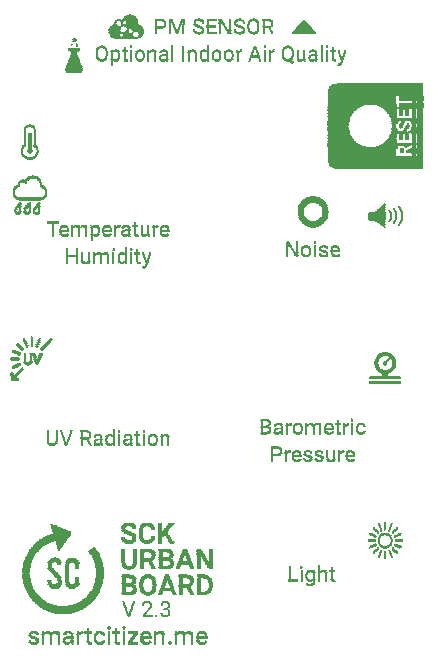
<source format=gto>
G04 EAGLE Gerber RS-274X export*
G75*
%MOMM*%
%FSLAX34Y34*%
%LPD*%
%INTop Silkscreen*%
%IPPOS*%
%AMOC8*
5,1,8,0,0,1.08239X$1,22.5*%
G01*
%ADD10R,0.202200X0.033700*%
%ADD11R,0.168500X0.033700*%
%ADD12R,0.168400X0.033700*%
%ADD13R,0.471800X0.033700*%
%ADD14R,0.235900X0.033700*%
%ADD15R,0.370700X0.033700*%
%ADD16R,0.303300X0.033700*%
%ADD17R,0.438000X0.033700*%
%ADD18R,0.337000X0.033700*%
%ADD19R,0.909900X0.033700*%
%ADD20R,0.438100X0.033700*%
%ADD21R,0.606600X0.033700*%
%ADD22R,0.539100X0.033700*%
%ADD23R,0.572900X0.033700*%
%ADD24R,0.674000X0.033700*%
%ADD25R,0.539200X0.033700*%
%ADD26R,0.640200X0.033700*%
%ADD27R,0.404400X0.033700*%
%ADD28R,0.269600X0.033700*%
%ADD29R,0.741400X0.033700*%
%ADD30R,0.842500X0.033700*%
%ADD31R,0.707600X0.033700*%
%ADD32R,0.876200X0.033700*%
%ADD33R,0.775000X0.033700*%
%ADD34R,0.808800X0.033700*%
%ADD35R,0.101100X0.033700*%
%ADD36R,0.033700X0.033700*%
%ADD37R,0.505500X0.033700*%
%ADD38R,0.977300X0.033700*%
%ADD39R,0.943600X0.033700*%
%ADD40R,0.235900X0.033688*%
%ADD41R,0.269600X0.033688*%
%ADD42R,0.202200X0.033688*%
%ADD43R,1.516500X0.033700*%
%ADD44R,0.640300X0.033700*%
%ADD45R,0.707700X0.033700*%
%ADD46R,0.572800X0.033700*%
%ADD47R,0.471700X0.033700*%
%ADD48R,0.303200X0.033700*%
%ADD49R,0.134800X0.033700*%
%ADD50R,0.606600X0.033688*%
%ADD51R,0.168500X0.033688*%
%ADD52R,0.134800X0.033688*%
%ADD53R,1.145800X0.033700*%
%ADD54R,1.482800X0.033700*%
%ADD55R,1.752400X0.033700*%
%ADD56R,2.022000X0.033700*%
%ADD57R,2.224200X0.033700*%
%ADD58R,2.426400X0.033700*%
%ADD59R,2.561200X0.033700*%
%ADD60R,2.763400X0.033700*%
%ADD61R,2.898200X0.033700*%
%ADD62R,3.033000X0.033700*%
%ADD63R,3.167800X0.033700*%
%ADD64R,3.302600X0.033700*%
%ADD65R,3.437400X0.033700*%
%ADD66R,3.504800X0.033700*%
%ADD67R,3.639600X0.033700*%
%ADD68R,3.774400X0.033700*%
%ADD69R,3.841800X0.033700*%
%ADD70R,3.976600X0.033700*%
%ADD71R,1.819800X0.033700*%
%ADD72R,1.887200X0.033700*%
%ADD73R,1.550200X0.033700*%
%ADD74R,1.617600X0.033700*%
%ADD75R,1.449100X0.033700*%
%ADD76R,1.348000X0.033700*%
%ADD77R,1.415400X0.033700*%
%ADD78R,1.280600X0.033700*%
%ADD79R,1.213200X0.033700*%
%ADD80R,1.246900X0.033700*%
%ADD81R,1.112100X0.033688*%
%ADD82R,1.179500X0.033688*%
%ADD83R,1.078400X0.033700*%
%ADD84R,1.044700X0.033700*%
%ADD85R,1.112100X0.033700*%
%ADD86R,1.011000X0.033700*%
%ADD87R,0.775100X0.033700*%
%ADD88R,0.943500X0.033700*%
%ADD89R,1.010900X0.033700*%
%ADD90R,1.179500X0.033700*%
%ADD91R,1.044600X0.033700*%
%ADD92R,1.078300X0.033700*%
%ADD93R,0.707700X0.033688*%
%ADD94R,0.775100X0.033688*%
%ADD95R,1.213200X0.033688*%
%ADD96R,0.505500X0.033688*%
%ADD97R,0.370700X0.033688*%
%ADD98R,0.337000X0.033688*%
%ADD99R,1.112000X0.033688*%
%ADD100R,0.505400X0.033700*%
%ADD101R,0.404300X0.033700*%
%ADD102R,0.741300X0.033700*%
%ADD103R,1.314300X0.033700*%
%ADD104R,0.370600X0.033700*%
%ADD105R,0.336900X0.033700*%
%ADD106R,0.673900X0.033700*%
%ADD107R,0.404400X0.033688*%
%ADD108R,0.673900X0.033688*%
%ADD109R,0.303300X0.033688*%
%ADD110R,0.336900X0.033688*%
%ADD111R,0.808800X0.033688*%
%ADD112R,0.606500X0.033700*%
%ADD113R,0.977200X0.033700*%
%ADD114R,0.471800X0.033688*%
%ADD115R,0.539200X0.033688*%
%ADD116R,0.640300X0.033688*%
%ADD117R,0.674000X0.033688*%
%ADD118R,0.707600X0.033688*%
%ADD119R,1.145800X0.033688*%
%ADD120R,0.067400X0.033700*%
%ADD121R,0.842500X0.033688*%
%ADD122R,2.325300X0.033700*%
%ADD123R,2.291600X0.033700*%
%ADD124R,2.257900X0.033700*%
%ADD125R,2.156800X0.033700*%
%ADD126R,2.156800X0.033688*%
%ADD127R,2.123100X0.033700*%
%ADD128R,2.055700X0.033700*%
%ADD129R,1.988300X0.033700*%
%ADD130R,1.920900X0.033700*%
%ADD131R,1.853500X0.033700*%
%ADD132R,1.651300X0.033700*%
%ADD133R,1.381700X0.033700*%
%ADD134R,0.572900X0.033688*%
%ADD135R,0.438100X0.033688*%
%ADD136R,0.101100X0.033688*%
%ADD137R,0.269500X0.033700*%
%ADD138R,0.202100X0.033700*%
%ADD139R,0.235800X0.033700*%
%ADD140R,0.404300X0.033688*%
%ADD141R,1.347900X0.033700*%
%ADD142R,2.628600X0.033700*%
%ADD143R,2.662300X0.033700*%
%ADD144R,2.527500X0.033700*%
%ADD145R,1.011000X0.033688*%
%ADD146R,0.741400X0.033688*%
%ADD147R,0.235800X0.033688*%
%ADD148R,1.112000X0.033700*%
%ADD149R,1.246800X0.033700*%
%ADD150R,1.381600X0.033700*%
%ADD151R,1.482700X0.033700*%
%ADD152R,1.583800X0.033700*%
%ADD153R,1.651200X0.033700*%
%ADD154R,1.718600X0.033700*%
%ADD155R,1.819700X0.033700*%
%ADD156R,1.887100X0.033688*%
%ADD157R,1.920800X0.033700*%
%ADD158R,1.988200X0.033700*%
%ADD159R,2.055600X0.033700*%
%ADD160R,0.876100X0.033700*%
%ADD161R,0.808700X0.033700*%
%ADD162R,0.842400X0.033700*%
%ADD163R,2.021900X0.033700*%
%ADD164R,1.954500X0.033700*%
%ADD165R,1.887100X0.033700*%
%ADD166R,1.819700X0.033688*%
%ADD167R,1.752300X0.033700*%
%ADD168R,2.089400X0.033700*%
%ADD169R,1.684900X0.033700*%
%ADD170R,2.359000X0.033700*%
%ADD171R,2.493800X0.033700*%
%ADD172R,1.280500X0.033700*%
%ADD173R,1.145700X0.033700*%
%ADD174R,6.975900X0.033700*%
%ADD175R,7.110700X0.033700*%
%ADD176R,7.178100X0.033700*%
%ADD177R,7.245500X0.033700*%
%ADD178R,7.279200X0.033700*%
%ADD179R,7.312900X0.033688*%
%ADD180R,7.346600X0.033700*%
%ADD181R,7.380300X0.033700*%
%ADD182R,7.414000X0.033700*%
%ADD183R,7.447700X0.033700*%
%ADD184R,7.481400X0.033700*%
%ADD185R,7.515100X0.033700*%
%ADD186R,5.830100X0.033700*%
%ADD187R,5.830100X0.033688*%
%ADD188R,5.863800X0.033700*%
%ADD189R,3.370000X0.033700*%
%ADD190R,3.066700X0.033700*%
%ADD191R,1.786100X0.033700*%
%ADD192R,2.965600X0.033700*%
%ADD193R,1.718700X0.033700*%
%ADD194R,2.864500X0.033700*%
%ADD195R,2.797100X0.033700*%
%ADD196R,2.729700X0.033700*%
%ADD197R,2.594900X0.033700*%
%ADD198R,2.999300X0.033700*%
%ADD199R,2.628600X0.033688*%
%ADD200R,2.931900X0.033688*%
%ADD201R,2.830800X0.033700*%
%ADD202R,2.460100X0.033700*%
%ADD203R,2.392700X0.033700*%
%ADD204R,2.190500X0.033700*%
%ADD205R,1.954600X0.033700*%
%ADD206R,1.887200X0.033688*%
%ADD207R,1.583900X0.033700*%
%ADD208R,1.786100X0.033688*%
%ADD209R,2.224200X0.033688*%
%ADD210R,0.876200X0.033688*%
%ADD211R,2.696000X0.033700*%
%ADD212R,3.100400X0.033700*%
%ADD213R,3.235200X0.033700*%
%ADD214R,7.481400X0.033688*%
%ADD215R,7.312900X0.033700*%
%ADD216R,7.211800X0.033700*%
%ADD217R,7.144400X0.033700*%
%ADD218R,7.077000X0.033700*%
%ADD219R,6.942200X0.033700*%
%ADD220R,6.740000X0.033700*%
%ADD221R,1.482800X0.033688*%
%ADD222R,0.943600X0.033688*%
%ADD223R,0.202100X0.033688*%
%ADD224R,2.291600X0.033688*%
%ADD225R,0.909900X0.033688*%
%ADD226R,1.381700X0.033688*%
%ADD227R,0.775000X0.033688*%


D10*
X37912Y25949D03*
X66220Y25949D03*
D11*
X85598Y25949D03*
D12*
X93685Y25949D03*
D11*
X109187Y25949D03*
D10*
X133282Y25949D03*
X180462Y25949D03*
D13*
X37912Y26286D03*
D14*
X45832Y26286D03*
X52235Y26286D03*
X58975Y26286D03*
D15*
X66052Y26286D03*
D14*
X70770Y26286D03*
X75488Y26286D03*
D16*
X85598Y26286D03*
D17*
X93685Y26286D03*
D14*
X101436Y26286D03*
D18*
X109018Y26286D03*
D14*
X113905Y26286D03*
D19*
X121993Y26286D03*
D20*
X133114Y26286D03*
D14*
X140865Y26286D03*
X147605Y26286D03*
D10*
X152828Y26286D03*
D14*
X158389Y26286D03*
X165129Y26286D03*
X171869Y26286D03*
D13*
X180462Y26286D03*
D21*
X37912Y26623D03*
D14*
X45832Y26623D03*
X52235Y26623D03*
X58975Y26623D03*
D13*
X66220Y26623D03*
D14*
X70433Y26623D03*
X75488Y26623D03*
D15*
X85261Y26623D03*
D22*
X93517Y26623D03*
D14*
X101436Y26623D03*
D15*
X108850Y26623D03*
D14*
X113905Y26623D03*
D19*
X121993Y26623D03*
D23*
X133114Y26623D03*
D14*
X140865Y26623D03*
X147605Y26623D03*
X152997Y26623D03*
X158389Y26623D03*
X165129Y26623D03*
X171869Y26623D03*
D21*
X180462Y26623D03*
D24*
X37912Y26960D03*
D14*
X45832Y26960D03*
X52235Y26960D03*
X58975Y26960D03*
D25*
X66220Y26960D03*
D14*
X70433Y26960D03*
X75488Y26960D03*
D15*
X85261Y26960D03*
D26*
X93685Y26960D03*
D14*
X101436Y26960D03*
D27*
X108681Y26960D03*
D14*
X113905Y26960D03*
D19*
X121993Y26960D03*
D24*
X133282Y26960D03*
D14*
X140865Y26960D03*
X147605Y26960D03*
D28*
X152828Y26960D03*
D14*
X158389Y26960D03*
X165129Y26960D03*
X171869Y26960D03*
D24*
X180462Y26960D03*
D29*
X37912Y27297D03*
D14*
X45832Y27297D03*
X52235Y27297D03*
X58975Y27297D03*
D30*
X67400Y27297D03*
D14*
X75488Y27297D03*
D27*
X85092Y27297D03*
D31*
X93685Y27297D03*
D14*
X101436Y27297D03*
D27*
X108681Y27297D03*
D14*
X113905Y27297D03*
D19*
X121993Y27297D03*
D29*
X133282Y27297D03*
D14*
X140865Y27297D03*
X147605Y27297D03*
D28*
X152828Y27297D03*
D14*
X158389Y27297D03*
X165129Y27297D03*
X171869Y27297D03*
D29*
X180462Y27297D03*
D18*
X35553Y27634D03*
X40271Y27634D03*
D14*
X45832Y27634D03*
X52235Y27634D03*
X58975Y27634D03*
D32*
X67231Y27634D03*
D14*
X75488Y27634D03*
D27*
X85092Y27634D03*
D33*
X93685Y27634D03*
D14*
X101436Y27634D03*
D20*
X108513Y27634D03*
D14*
X113905Y27634D03*
D19*
X121993Y27634D03*
D34*
X133282Y27634D03*
D14*
X140865Y27634D03*
X147605Y27634D03*
D28*
X152828Y27634D03*
D14*
X158389Y27634D03*
X165129Y27634D03*
X171869Y27634D03*
D34*
X180462Y27634D03*
D28*
X34879Y27971D03*
X40608Y27971D03*
D14*
X45832Y27971D03*
X52235Y27971D03*
X58975Y27971D03*
D28*
X64198Y27971D03*
D15*
X69759Y27971D03*
D14*
X75488Y27971D03*
D28*
X84418Y27971D03*
D16*
X90990Y27971D03*
D28*
X96212Y27971D03*
D14*
X101436Y27971D03*
D28*
X107670Y27971D03*
D14*
X113905Y27971D03*
D16*
X119297Y27971D03*
D18*
X130586Y27971D03*
D28*
X135978Y27971D03*
D14*
X140865Y27971D03*
X147605Y27971D03*
X152997Y27971D03*
X158389Y27971D03*
X165129Y27971D03*
X171869Y27971D03*
D18*
X177766Y27971D03*
D28*
X183158Y27971D03*
D14*
X34711Y28308D03*
X40777Y28308D03*
X45832Y28308D03*
X52235Y28308D03*
X58975Y28308D03*
D28*
X63861Y28308D03*
D16*
X70096Y28308D03*
D14*
X75488Y28308D03*
D28*
X84081Y28308D03*
X90821Y28308D03*
X96549Y28308D03*
D14*
X101436Y28308D03*
X107502Y28308D03*
X113905Y28308D03*
D28*
X119465Y28308D03*
D16*
X130081Y28308D03*
D11*
X136147Y28308D03*
D14*
X140865Y28308D03*
X147605Y28308D03*
D11*
X152997Y28308D03*
D14*
X158389Y28308D03*
X165129Y28308D03*
X171869Y28308D03*
D16*
X177261Y28308D03*
D11*
X183327Y28308D03*
D14*
X34374Y28645D03*
X41114Y28645D03*
X45832Y28645D03*
X52235Y28645D03*
X58975Y28645D03*
X63693Y28645D03*
D28*
X70264Y28645D03*
D14*
X75488Y28645D03*
X83913Y28645D03*
D28*
X90484Y28645D03*
D14*
X96718Y28645D03*
X101436Y28645D03*
X107502Y28645D03*
X113905Y28645D03*
D28*
X119802Y28645D03*
X129912Y28645D03*
D35*
X136147Y28645D03*
D14*
X140865Y28645D03*
X147605Y28645D03*
X158389Y28645D03*
X165129Y28645D03*
X171869Y28645D03*
D28*
X177092Y28645D03*
D35*
X183327Y28645D03*
D14*
X34374Y28982D03*
X41114Y28982D03*
X45832Y28982D03*
X52235Y28982D03*
X58975Y28982D03*
X63693Y28982D03*
D28*
X70264Y28982D03*
D14*
X75488Y28982D03*
X83913Y28982D03*
X90316Y28982D03*
X97055Y28982D03*
X101436Y28982D03*
X107502Y28982D03*
X113905Y28982D03*
D28*
X119802Y28982D03*
X129575Y28982D03*
D36*
X136147Y28982D03*
D14*
X140865Y28982D03*
X147605Y28982D03*
X158389Y28982D03*
X165129Y28982D03*
X171869Y28982D03*
X176924Y28982D03*
D36*
X183327Y28982D03*
D14*
X34374Y29319D03*
X41114Y29319D03*
X45832Y29319D03*
X52235Y29319D03*
X58975Y29319D03*
X63693Y29319D03*
X70433Y29319D03*
X75488Y29319D03*
X83913Y29319D03*
X90316Y29319D03*
X97055Y29319D03*
X101436Y29319D03*
X107502Y29319D03*
X113905Y29319D03*
D28*
X120139Y29319D03*
D14*
X129407Y29319D03*
X140865Y29319D03*
X147605Y29319D03*
X158389Y29319D03*
X165129Y29319D03*
X171869Y29319D03*
D28*
X176755Y29319D03*
X40945Y29656D03*
D14*
X45832Y29656D03*
X52235Y29656D03*
X58975Y29656D03*
X63693Y29656D03*
X70433Y29656D03*
X75488Y29656D03*
X83913Y29656D03*
X89979Y29656D03*
X101436Y29656D03*
X107502Y29656D03*
X113905Y29656D03*
D28*
X120476Y29656D03*
D14*
X129407Y29656D03*
X140865Y29656D03*
X147605Y29656D03*
X158389Y29656D03*
X165129Y29656D03*
X171869Y29656D03*
X176587Y29656D03*
X40777Y29993D03*
X45832Y29993D03*
X52235Y29993D03*
X58975Y29993D03*
X63693Y29993D03*
X70433Y29993D03*
X75488Y29993D03*
X83913Y29993D03*
X89979Y29993D03*
X101436Y29993D03*
X107502Y29993D03*
X113905Y29993D03*
D28*
X120813Y29993D03*
D14*
X129407Y29993D03*
X140865Y29993D03*
X147605Y29993D03*
X158389Y29993D03*
X165129Y29993D03*
X171869Y29993D03*
X176587Y29993D03*
D16*
X40440Y30330D03*
D14*
X45832Y30330D03*
X52235Y30330D03*
X58975Y30330D03*
X64030Y30330D03*
X70433Y30330D03*
X75488Y30330D03*
X83913Y30330D03*
X89979Y30330D03*
X101436Y30330D03*
X107502Y30330D03*
X113905Y30330D03*
D28*
X120813Y30330D03*
X129238Y30330D03*
D14*
X140865Y30330D03*
X147605Y30330D03*
X158389Y30330D03*
X165129Y30330D03*
X171869Y30330D03*
X176587Y30330D03*
D20*
X39766Y30667D03*
D14*
X45832Y30667D03*
X52235Y30667D03*
X58975Y30667D03*
D28*
X64198Y30667D03*
D14*
X70433Y30667D03*
X75488Y30667D03*
X83913Y30667D03*
X89979Y30667D03*
X101436Y30667D03*
X107502Y30667D03*
X113905Y30667D03*
D28*
X121150Y30667D03*
D14*
X129070Y30667D03*
X140865Y30667D03*
X147605Y30667D03*
X158389Y30667D03*
X165129Y30667D03*
X171869Y30667D03*
X176587Y30667D03*
D37*
X39092Y31004D03*
D14*
X45832Y31004D03*
X52235Y31004D03*
X58975Y31004D03*
D28*
X64535Y31004D03*
D14*
X70433Y31004D03*
X75488Y31004D03*
X83913Y31004D03*
X89979Y31004D03*
X101436Y31004D03*
X107502Y31004D03*
X113905Y31004D03*
D28*
X121487Y31004D03*
D38*
X132777Y31004D03*
D14*
X140865Y31004D03*
X147605Y31004D03*
X158389Y31004D03*
X165129Y31004D03*
X171869Y31004D03*
D38*
X179957Y31004D03*
D23*
X38418Y31341D03*
D14*
X45832Y31341D03*
X52235Y31341D03*
X58975Y31341D03*
D30*
X67400Y31341D03*
D14*
X75488Y31341D03*
X83913Y31341D03*
X89979Y31341D03*
X101436Y31341D03*
X107502Y31341D03*
X113905Y31341D03*
D28*
X121824Y31341D03*
D38*
X132777Y31341D03*
D14*
X140865Y31341D03*
X147605Y31341D03*
X158389Y31341D03*
X165129Y31341D03*
X171869Y31341D03*
D38*
X179957Y31341D03*
D23*
X37744Y31678D03*
D14*
X45832Y31678D03*
X52235Y31678D03*
X58975Y31678D03*
D34*
X67568Y31678D03*
D14*
X75488Y31678D03*
X83913Y31678D03*
X89979Y31678D03*
X101436Y31678D03*
X107502Y31678D03*
X113905Y31678D03*
D28*
X121824Y31678D03*
D38*
X132777Y31678D03*
D14*
X140865Y31678D03*
X147605Y31678D03*
X158389Y31678D03*
X165129Y31678D03*
X171869Y31678D03*
D38*
X179957Y31678D03*
D25*
X37238Y32015D03*
D14*
X45832Y32015D03*
X52235Y32015D03*
X58975Y32015D03*
D29*
X67905Y32015D03*
D14*
X75488Y32015D03*
X83913Y32015D03*
X89979Y32015D03*
X101436Y32015D03*
X107502Y32015D03*
X113905Y32015D03*
D28*
X122161Y32015D03*
D38*
X132777Y32015D03*
D14*
X140865Y32015D03*
X147605Y32015D03*
X158389Y32015D03*
X165129Y32015D03*
X171869Y32015D03*
D38*
X179957Y32015D03*
D20*
X36396Y32352D03*
D14*
X45832Y32352D03*
X52235Y32352D03*
X58975Y32352D03*
D24*
X68242Y32352D03*
D14*
X75488Y32352D03*
X83913Y32352D03*
X89979Y32352D03*
X101436Y32352D03*
X107502Y32352D03*
X113905Y32352D03*
D28*
X122498Y32352D03*
D38*
X132777Y32352D03*
D14*
X140865Y32352D03*
X147605Y32352D03*
X158389Y32352D03*
X165129Y32352D03*
X171869Y32352D03*
D39*
X180125Y32352D03*
D15*
X35722Y32689D03*
D14*
X45832Y32689D03*
X52235Y32689D03*
X58975Y32689D03*
D13*
X69253Y32689D03*
D14*
X75488Y32689D03*
X83913Y32689D03*
X89979Y32689D03*
X101436Y32689D03*
X107502Y32689D03*
X113905Y32689D03*
D28*
X122835Y32689D03*
D14*
X129407Y32689D03*
X136484Y32689D03*
X140865Y32689D03*
X147605Y32689D03*
X158389Y32689D03*
X165129Y32689D03*
X171869Y32689D03*
X176587Y32689D03*
X183664Y32689D03*
D28*
X35216Y33026D03*
D14*
X45832Y33026D03*
X52235Y33026D03*
X58975Y33026D03*
X70433Y33026D03*
X75488Y33026D03*
X83913Y33026D03*
X89979Y33026D03*
X101436Y33026D03*
X107502Y33026D03*
X113905Y33026D03*
D28*
X122835Y33026D03*
D14*
X129407Y33026D03*
X136484Y33026D03*
X140865Y33026D03*
X147605Y33026D03*
X158389Y33026D03*
X165129Y33026D03*
X171869Y33026D03*
X176587Y33026D03*
X183664Y33026D03*
D28*
X34879Y33363D03*
D14*
X45832Y33363D03*
X52235Y33363D03*
X58975Y33363D03*
X70433Y33363D03*
X75488Y33363D03*
X83913Y33363D03*
X89979Y33363D03*
X97055Y33363D03*
X101436Y33363D03*
X107502Y33363D03*
X113905Y33363D03*
D28*
X123172Y33363D03*
D14*
X129407Y33363D03*
D10*
X136315Y33363D03*
D14*
X140865Y33363D03*
X147605Y33363D03*
X158389Y33363D03*
X165129Y33363D03*
X171869Y33363D03*
X176587Y33363D03*
X183664Y33363D03*
D40*
X34711Y33700D03*
X45832Y33700D03*
X52235Y33700D03*
X58975Y33700D03*
X70433Y33700D03*
X75488Y33700D03*
X83913Y33700D03*
X90316Y33700D03*
X97055Y33700D03*
X101436Y33700D03*
X107502Y33700D03*
X113905Y33700D03*
D41*
X123509Y33700D03*
D40*
X129407Y33700D03*
D42*
X136315Y33700D03*
D40*
X140865Y33700D03*
X147605Y33700D03*
X158389Y33700D03*
X165129Y33700D03*
X171869Y33700D03*
X176587Y33700D03*
D42*
X183495Y33700D03*
D14*
X34711Y34037D03*
X41114Y34037D03*
X45832Y34037D03*
D28*
X52403Y34037D03*
D14*
X58975Y34037D03*
X64030Y34037D03*
X70433Y34037D03*
D28*
X75656Y34037D03*
D14*
X83913Y34037D03*
X90316Y34037D03*
X97055Y34037D03*
X101436Y34037D03*
X107502Y34037D03*
X113905Y34037D03*
D28*
X123846Y34037D03*
D14*
X129744Y34037D03*
X136147Y34037D03*
X140865Y34037D03*
X147605Y34037D03*
X158389Y34037D03*
X165129Y34037D03*
X171532Y34037D03*
X176924Y34037D03*
X183327Y34037D03*
X34711Y34374D03*
X40777Y34374D03*
X45832Y34374D03*
D28*
X52403Y34374D03*
X58806Y34374D03*
D14*
X64030Y34374D03*
X70096Y34374D03*
D16*
X75825Y34374D03*
D14*
X83913Y34374D03*
D28*
X90484Y34374D03*
D14*
X96718Y34374D03*
X101436Y34374D03*
X107502Y34374D03*
X113905Y34374D03*
D28*
X123846Y34374D03*
D14*
X129744Y34374D03*
X136147Y34374D03*
D28*
X141033Y34374D03*
X147436Y34374D03*
X158557Y34374D03*
D16*
X165129Y34374D03*
D14*
X171532Y34374D03*
X176924Y34374D03*
X183327Y34374D03*
X34711Y34711D03*
X40777Y34711D03*
D28*
X46000Y34711D03*
D18*
X52403Y34711D03*
D28*
X58806Y34711D03*
X64198Y34711D03*
D14*
X70096Y34711D03*
D18*
X75993Y34711D03*
D14*
X83913Y34711D03*
X90653Y34711D03*
D28*
X96549Y34711D03*
D14*
X101436Y34711D03*
X107502Y34711D03*
X113905Y34711D03*
D28*
X124183Y34711D03*
X129912Y34711D03*
D14*
X135810Y34711D03*
D16*
X141202Y34711D03*
D14*
X147268Y34711D03*
D16*
X158726Y34711D03*
D18*
X165297Y34711D03*
D28*
X171363Y34711D03*
D14*
X177261Y34711D03*
X182990Y34711D03*
X35048Y35048D03*
D28*
X40608Y35048D03*
D16*
X46169Y35048D03*
D27*
X52403Y35048D03*
D28*
X58469Y35048D03*
X64535Y35048D03*
X69927Y35048D03*
D23*
X77173Y35048D03*
D14*
X83913Y35048D03*
D16*
X90990Y35048D03*
D28*
X96212Y35048D03*
D14*
X101436Y35048D03*
X107502Y35048D03*
X113905Y35048D03*
D28*
X124520Y35048D03*
X130249Y35048D03*
X135641Y35048D03*
D18*
X141370Y35048D03*
D28*
X147099Y35048D03*
D18*
X158894Y35048D03*
D20*
X165129Y35048D03*
D16*
X171195Y35048D03*
D28*
X177429Y35048D03*
X182821Y35048D03*
D16*
X35385Y35385D03*
X40103Y35385D03*
D43*
X52235Y35385D03*
D16*
X64704Y35385D03*
X69422Y35385D03*
D23*
X77173Y35385D03*
D21*
X84081Y35385D03*
D15*
X91664Y35385D03*
X95707Y35385D03*
D14*
X101436Y35385D03*
D21*
X107333Y35385D03*
D14*
X113905Y35385D03*
D30*
X121993Y35385D03*
D29*
X132945Y35385D03*
D32*
X144066Y35385D03*
D43*
X164792Y35385D03*
D15*
X178272Y35385D03*
D18*
X182147Y35385D03*
D29*
X37912Y35722D03*
D30*
X48865Y35722D03*
D21*
X56447Y35722D03*
D29*
X67231Y35722D03*
D23*
X77173Y35722D03*
D21*
X84081Y35722D03*
D31*
X93685Y35722D03*
D14*
X101436Y35722D03*
D44*
X107502Y35722D03*
D14*
X113905Y35722D03*
D30*
X121993Y35722D03*
D45*
X133114Y35722D03*
D30*
X143898Y35722D03*
X161422Y35722D03*
D44*
X169173Y35722D03*
D45*
X180294Y35722D03*
D24*
X37912Y36059D03*
D34*
X48696Y36059D03*
D23*
X56616Y36059D03*
D24*
X67231Y36059D03*
D14*
X75488Y36059D03*
D16*
X78521Y36059D03*
D21*
X84081Y36059D03*
D26*
X93685Y36059D03*
D14*
X101436Y36059D03*
D44*
X107502Y36059D03*
D14*
X113905Y36059D03*
D30*
X121993Y36059D03*
D44*
X133114Y36059D03*
D14*
X140865Y36059D03*
D23*
X145246Y36059D03*
D14*
X158389Y36059D03*
D23*
X162770Y36059D03*
X169173Y36059D03*
D44*
X180294Y36059D03*
D21*
X37912Y36396D03*
D10*
X45663Y36396D03*
D37*
X49876Y36396D03*
X56616Y36396D03*
D21*
X67231Y36396D03*
D14*
X75488Y36396D03*
D16*
X78521Y36396D03*
D21*
X84081Y36396D03*
D46*
X93685Y36396D03*
D14*
X101436Y36396D03*
D44*
X107502Y36396D03*
D14*
X113905Y36396D03*
D30*
X121993Y36396D03*
D23*
X133114Y36396D03*
D14*
X140865Y36396D03*
D37*
X145246Y36396D03*
D14*
X158389Y36396D03*
D37*
X162770Y36396D03*
D25*
X169341Y36396D03*
D23*
X180294Y36396D03*
D13*
X37912Y36733D03*
D10*
X45663Y36733D03*
D27*
X50044Y36733D03*
D20*
X56616Y36733D03*
D13*
X67231Y36733D03*
D14*
X75488Y36733D03*
X78858Y36733D03*
D21*
X84081Y36733D03*
D47*
X93517Y36733D03*
D14*
X101436Y36733D03*
D44*
X107502Y36733D03*
D14*
X113905Y36733D03*
D30*
X121993Y36733D03*
D13*
X132945Y36733D03*
D14*
X140865Y36733D03*
D20*
X145246Y36733D03*
D14*
X158389Y36733D03*
D20*
X162770Y36733D03*
D27*
X169341Y36733D03*
D20*
X180294Y36733D03*
D16*
X37744Y37070D03*
D28*
X50044Y37070D03*
X56447Y37070D03*
D16*
X67400Y37070D03*
D10*
X79026Y37070D03*
D28*
X84081Y37070D03*
D48*
X93685Y37070D03*
D28*
X107333Y37070D03*
X132945Y37070D03*
D14*
X145246Y37070D03*
D28*
X162938Y37070D03*
X169341Y37070D03*
X180125Y37070D03*
D14*
X83913Y37407D03*
X107502Y37407D03*
X83913Y37744D03*
X107502Y37744D03*
X83913Y38081D03*
X107502Y38081D03*
X83913Y38418D03*
X107502Y38418D03*
X83913Y38755D03*
X107502Y38755D03*
X83913Y39092D03*
D10*
X101604Y39092D03*
D14*
X107502Y39092D03*
D10*
X114073Y39092D03*
D14*
X83913Y39429D03*
X101436Y39429D03*
X107502Y39429D03*
X113905Y39429D03*
D28*
X101604Y39766D03*
D14*
X113905Y39766D03*
D28*
X101604Y40103D03*
X114073Y40103D03*
X101604Y40440D03*
D14*
X113905Y40440D03*
D10*
X101604Y40777D03*
D14*
X113905Y40777D03*
D49*
X101604Y41114D03*
D11*
X113905Y41114D03*
D49*
X118117Y49539D03*
D32*
X134293Y49539D03*
D49*
X141707Y49539D03*
D15*
X149290Y49539D03*
D10*
X118117Y49876D03*
D32*
X134293Y49876D03*
D11*
X141539Y49876D03*
D37*
X149290Y49876D03*
D10*
X118117Y50213D03*
D32*
X134293Y50213D03*
D10*
X141707Y50213D03*
D23*
X149290Y50213D03*
D14*
X118286Y50550D03*
D32*
X134293Y50550D03*
D10*
X141707Y50550D03*
D28*
X147436Y50550D03*
X151143Y50550D03*
X118117Y50887D03*
D11*
X131092Y50887D03*
X141539Y50887D03*
D10*
X146762Y50887D03*
X151817Y50887D03*
D28*
X118117Y51224D03*
D11*
X131429Y51224D03*
D10*
X146425Y51224D03*
D11*
X151986Y51224D03*
D16*
X118286Y51561D03*
D11*
X131766Y51561D03*
X146257Y51561D03*
X152323Y51561D03*
D50*
X62850Y51897D03*
D51*
X117275Y51897D03*
D52*
X119128Y51897D03*
D51*
X132103Y51897D03*
D52*
X146088Y51897D03*
X152491Y51897D03*
D53*
X62850Y52234D03*
D49*
X117106Y52234D03*
X119128Y52234D03*
D10*
X132271Y52234D03*
D11*
X145920Y52234D03*
X152660Y52234D03*
D54*
X62850Y52571D03*
D49*
X117106Y52571D03*
D11*
X119297Y52571D03*
D10*
X132608Y52571D03*
D11*
X145920Y52571D03*
X152660Y52571D03*
D55*
X62850Y52908D03*
D11*
X116938Y52908D03*
D49*
X119465Y52908D03*
D10*
X132945Y52908D03*
D11*
X152660Y52908D03*
D56*
X62850Y53245D03*
D49*
X116769Y53245D03*
D11*
X119634Y53245D03*
D10*
X133282Y53245D03*
D11*
X152660Y53245D03*
D57*
X62850Y53582D03*
D11*
X116601Y53582D03*
X119634Y53582D03*
X133451Y53582D03*
X152660Y53582D03*
D58*
X62850Y53919D03*
D11*
X116601Y53919D03*
D49*
X119802Y53919D03*
D11*
X133788Y53919D03*
D49*
X152491Y53919D03*
D59*
X62850Y54256D03*
D49*
X116432Y54256D03*
D11*
X119971Y54256D03*
X134125Y54256D03*
X152323Y54256D03*
D60*
X62850Y54593D03*
D11*
X116264Y54593D03*
X119971Y54593D03*
X134462Y54593D03*
X152323Y54593D03*
D61*
X62850Y54930D03*
D11*
X116264Y54930D03*
D49*
X120139Y54930D03*
D11*
X134799Y54930D03*
X151986Y54930D03*
D62*
X62850Y55267D03*
D49*
X116095Y55267D03*
D11*
X120308Y55267D03*
X135136Y55267D03*
D10*
X151480Y55267D03*
D63*
X62850Y55604D03*
D11*
X115927Y55604D03*
X120308Y55604D03*
D10*
X135304Y55604D03*
D20*
X149964Y55604D03*
D64*
X62850Y55941D03*
D11*
X115927Y55941D03*
X120645Y55941D03*
D10*
X135641Y55941D03*
D27*
X149795Y55941D03*
D65*
X62850Y56278D03*
D11*
X115590Y56278D03*
X120645Y56278D03*
X135810Y56278D03*
D15*
X149627Y56278D03*
D66*
X62850Y56615D03*
D11*
X115590Y56615D03*
X120645Y56615D03*
X136147Y56615D03*
D27*
X149795Y56615D03*
D67*
X62850Y56952D03*
D11*
X115590Y56952D03*
X120982Y56952D03*
X136484Y56952D03*
D10*
X151143Y56952D03*
D68*
X62850Y57289D03*
D11*
X115253Y57289D03*
X120982Y57289D03*
X136484Y57289D03*
X151649Y57289D03*
D69*
X62850Y57626D03*
D11*
X115253Y57626D03*
X120982Y57626D03*
X136821Y57626D03*
X151986Y57626D03*
D70*
X62850Y57963D03*
D11*
X115253Y57963D03*
X121319Y57963D03*
X136821Y57963D03*
D49*
X152154Y57963D03*
D71*
X51729Y58300D03*
D72*
X73634Y58300D03*
D11*
X114916Y58300D03*
X121319Y58300D03*
D49*
X136989Y58300D03*
D11*
X152323Y58300D03*
D73*
X50044Y58637D03*
D74*
X75319Y58637D03*
D11*
X114916Y58637D03*
X121319Y58637D03*
D49*
X136989Y58637D03*
D11*
X152323Y58637D03*
D75*
X48865Y58974D03*
D43*
X76499Y58974D03*
D11*
X114579Y58974D03*
X121656Y58974D03*
X130418Y58974D03*
X137158Y58974D03*
X152323Y58974D03*
D76*
X48022Y59311D03*
D77*
X77341Y59311D03*
D11*
X114579Y59311D03*
X121656Y59311D03*
X130418Y59311D03*
X137158Y59311D03*
D49*
X146088Y59311D03*
D11*
X152323Y59311D03*
D78*
X47348Y59648D03*
D76*
X78015Y59648D03*
D11*
X114579Y59648D03*
D10*
X121824Y59648D03*
D49*
X130586Y59648D03*
D11*
X137158Y59648D03*
D49*
X146088Y59648D03*
D11*
X152323Y59648D03*
D79*
X46674Y59985D03*
D78*
X78689Y59985D03*
D11*
X114242Y59985D03*
X121993Y59985D03*
X130755Y59985D03*
X137158Y59985D03*
D49*
X146088Y59985D03*
D11*
X152323Y59985D03*
D79*
X46000Y60322D03*
D80*
X79532Y60322D03*
D11*
X114242Y60322D03*
X121993Y60322D03*
X130755Y60322D03*
X136821Y60322D03*
X146257Y60322D03*
X152323Y60322D03*
D53*
X45326Y60659D03*
D79*
X80037Y60659D03*
D11*
X114242Y60659D03*
X122330Y60659D03*
X131092Y60659D03*
X136821Y60659D03*
D10*
X146425Y60659D03*
D11*
X151986Y60659D03*
D81*
X44821Y60996D03*
D82*
X80543Y60996D03*
D51*
X113905Y60996D03*
X122330Y60996D03*
D42*
X131260Y60996D03*
X136652Y60996D03*
X146762Y60996D03*
X151817Y60996D03*
D83*
X44315Y61333D03*
D53*
X81048Y61333D03*
D11*
X113905Y61333D03*
X122330Y61333D03*
D14*
X131766Y61333D03*
X136147Y61333D03*
D10*
X147099Y61333D03*
X151480Y61333D03*
D84*
X43810Y61670D03*
D85*
X81554Y61670D03*
D11*
X113905Y61670D03*
X122667Y61670D03*
D21*
X133956Y61670D03*
D23*
X149290Y61670D03*
D86*
X43304Y62007D03*
D83*
X82059Y62007D03*
D11*
X113568Y62007D03*
X122667Y62007D03*
D25*
X133956Y62007D03*
D37*
X149290Y62007D03*
D86*
X42967Y62344D03*
D83*
X82396Y62344D03*
D11*
X113568Y62344D03*
D10*
X122835Y62344D03*
D27*
X133956Y62344D03*
D20*
X149290Y62344D03*
D38*
X42462Y62681D03*
D84*
X82902Y62681D03*
D10*
X133956Y62681D03*
D14*
X149290Y62681D03*
D38*
X42125Y63018D03*
D86*
X83407Y63018D03*
D39*
X41619Y63355D03*
D86*
X83744Y63355D03*
D19*
X41451Y63692D03*
D86*
X84081Y63692D03*
D32*
X40945Y64029D03*
D39*
X84418Y64029D03*
D32*
X40608Y64366D03*
D39*
X84755Y64366D03*
D32*
X40271Y64703D03*
D39*
X85092Y64703D03*
D32*
X39934Y65040D03*
D19*
X85598Y65040D03*
D30*
X39766Y65377D03*
D19*
X85935Y65377D03*
D34*
X39260Y65714D03*
D32*
X86103Y65714D03*
D34*
X38923Y66051D03*
D32*
X86440Y66051D03*
D34*
X38586Y66388D03*
D32*
X86777Y66388D03*
D87*
X38418Y66725D03*
D30*
X86946Y66725D03*
D87*
X38081Y67062D03*
D30*
X87283Y67062D03*
D87*
X37744Y67399D03*
D30*
X87620Y67399D03*
D87*
X37744Y67736D03*
D34*
X87788Y67736D03*
D16*
X134462Y67736D03*
D87*
X37407Y68073D03*
D34*
X88125Y68073D03*
D32*
X116769Y68073D03*
D25*
X134630Y68073D03*
D15*
X144909Y68073D03*
X157041Y68073D03*
X162433Y68073D03*
X172206Y68073D03*
D29*
X180125Y68073D03*
D87*
X37070Y68410D03*
D30*
X88294Y68410D03*
D38*
X117275Y68410D03*
D24*
X134630Y68410D03*
D15*
X144909Y68410D03*
X157041Y68410D03*
X162433Y68410D03*
X171869Y68410D03*
D30*
X180631Y68410D03*
D29*
X36901Y68747D03*
D34*
X88462Y68747D03*
D84*
X117612Y68747D03*
D34*
X134630Y68747D03*
D18*
X145077Y68747D03*
D15*
X156704Y68747D03*
X162433Y68747D03*
X171869Y68747D03*
D19*
X180968Y68747D03*
D29*
X36564Y69084D03*
D34*
X88799Y69084D03*
D85*
X117949Y69084D03*
D32*
X134630Y69084D03*
D15*
X145246Y69084D03*
X156704Y69084D03*
X162433Y69084D03*
X171532Y69084D03*
D88*
X181136Y69084D03*
D45*
X36396Y69421D03*
D87*
X88968Y69421D03*
D53*
X118117Y69421D03*
D38*
X134462Y69421D03*
D15*
X145246Y69421D03*
D18*
X156535Y69421D03*
D15*
X162433Y69421D03*
X171532Y69421D03*
D89*
X181473Y69421D03*
D29*
X36227Y69758D03*
D34*
X89136Y69758D03*
D90*
X118286Y69758D03*
D84*
X134462Y69758D03*
D18*
X145414Y69758D03*
D15*
X156367Y69758D03*
X162433Y69758D03*
X171195Y69758D03*
D91*
X181641Y69758D03*
D45*
X36059Y70095D03*
D87*
X89305Y70095D03*
D90*
X118286Y70095D03*
D83*
X134630Y70095D03*
D15*
X145583Y70095D03*
X156367Y70095D03*
X162433Y70095D03*
X171195Y70095D03*
D92*
X181810Y70095D03*
D93*
X35722Y70432D03*
D94*
X89642Y70432D03*
D95*
X118454Y70432D03*
D96*
X131429Y70432D03*
X137832Y70432D03*
D97*
X145583Y70432D03*
D98*
X156198Y70432D03*
D97*
X162433Y70432D03*
X170858Y70432D03*
D99*
X181978Y70432D03*
D45*
X35722Y70769D03*
D33*
X89978Y70769D03*
D18*
X114073Y70769D03*
D20*
X122330Y70769D03*
X130755Y70769D03*
X138506Y70769D03*
D18*
X145751Y70769D03*
D15*
X156030Y70769D03*
X162433Y70769D03*
X170858Y70769D03*
D18*
X178103Y70769D03*
D100*
X185348Y70769D03*
D45*
X35385Y71106D03*
D33*
X89978Y71106D03*
D18*
X114073Y71106D03*
D27*
X122835Y71106D03*
X130586Y71106D03*
X138674Y71106D03*
D15*
X145920Y71106D03*
X156030Y71106D03*
X162433Y71106D03*
X170521Y71106D03*
D18*
X178103Y71106D03*
D101*
X185854Y71106D03*
D24*
X35216Y71443D03*
D102*
X90147Y71443D03*
D18*
X114073Y71443D03*
D15*
X123004Y71443D03*
D27*
X130249Y71443D03*
X139011Y71443D03*
D103*
X150975Y71443D03*
D15*
X162433Y71443D03*
D27*
X170352Y71443D03*
D18*
X178103Y71443D03*
D101*
X186191Y71443D03*
D45*
X35048Y71780D03*
D102*
X90484Y71780D03*
D18*
X114073Y71780D03*
D15*
X123004Y71780D03*
X130081Y71780D03*
X139180Y71780D03*
D103*
X150975Y71780D03*
D15*
X162433Y71780D03*
X170184Y71780D03*
D18*
X178103Y71780D03*
D101*
X186528Y71780D03*
D24*
X34879Y72117D03*
D102*
X90484Y72117D03*
D18*
X114073Y72117D03*
X123172Y72117D03*
D15*
X129744Y72117D03*
X139517Y72117D03*
D78*
X150806Y72117D03*
D15*
X162433Y72117D03*
X169847Y72117D03*
D18*
X178103Y72117D03*
D104*
X186696Y72117D03*
D45*
X34711Y72454D03*
D102*
X90821Y72454D03*
D18*
X114073Y72454D03*
X123172Y72454D03*
D15*
X129744Y72454D03*
X139517Y72454D03*
D80*
X150975Y72454D03*
D15*
X162433Y72454D03*
X169847Y72454D03*
D18*
X178103Y72454D03*
D105*
X186865Y72454D03*
D24*
X34542Y72791D03*
D102*
X90821Y72791D03*
D18*
X114073Y72791D03*
X123172Y72791D03*
X129575Y72791D03*
X139685Y72791D03*
D80*
X150975Y72791D03*
D15*
X162433Y72791D03*
X169510Y72791D03*
D18*
X178103Y72791D03*
D104*
X187033Y72791D03*
D24*
X34205Y73128D03*
D102*
X91158Y73128D03*
D18*
X114073Y73128D03*
X123172Y73128D03*
D15*
X129407Y73128D03*
D18*
X139685Y73128D03*
D79*
X150806Y73128D03*
D15*
X162433Y73128D03*
X169510Y73128D03*
D18*
X178103Y73128D03*
D105*
X187202Y73128D03*
D24*
X34205Y73465D03*
D20*
X55605Y73465D03*
D27*
X70601Y73465D03*
D102*
X91158Y73465D03*
D18*
X114073Y73465D03*
X123172Y73465D03*
X129238Y73465D03*
D15*
X139854Y73465D03*
D90*
X150975Y73465D03*
D15*
X162433Y73465D03*
X169173Y73465D03*
D18*
X178103Y73465D03*
D105*
X187202Y73465D03*
D44*
X34037Y73802D03*
D21*
X55773Y73802D03*
D25*
X70601Y73802D03*
D31*
X91326Y73802D03*
D18*
X114073Y73802D03*
X123172Y73802D03*
X129238Y73802D03*
X140022Y73802D03*
D90*
X150975Y73802D03*
D15*
X162433Y73802D03*
X169173Y73802D03*
D18*
X178103Y73802D03*
D104*
X187370Y73802D03*
D24*
X33868Y74139D03*
D45*
X55605Y74139D03*
D24*
X70601Y74139D03*
D102*
X91495Y74139D03*
D18*
X114073Y74139D03*
D15*
X123004Y74139D03*
D18*
X129238Y74139D03*
X140022Y74139D03*
X147099Y74139D03*
D15*
X154682Y74139D03*
X162433Y74139D03*
X168836Y74139D03*
D18*
X178103Y74139D03*
X187538Y74139D03*
D44*
X33700Y74476D03*
D34*
X55773Y74476D03*
D29*
X70601Y74476D03*
D31*
X91663Y74476D03*
D18*
X114073Y74476D03*
X122835Y74476D03*
D15*
X129070Y74476D03*
D18*
X140022Y74476D03*
X147099Y74476D03*
X154850Y74476D03*
D86*
X165634Y74476D03*
D18*
X178103Y74476D03*
X187538Y74476D03*
D24*
X33531Y74813D03*
D32*
X55773Y74813D03*
D30*
X70770Y74813D03*
D102*
X91832Y74813D03*
D18*
X114073Y74813D03*
D15*
X122667Y74813D03*
X129070Y74813D03*
D18*
X140022Y74813D03*
X147099Y74813D03*
X154513Y74813D03*
D38*
X165466Y74813D03*
D18*
X178103Y74813D03*
X187538Y74813D03*
D24*
X33531Y75150D03*
D39*
X55773Y75150D03*
D32*
X70601Y75150D03*
D31*
X92000Y75150D03*
D18*
X114073Y75150D03*
D27*
X122161Y75150D03*
D15*
X129070Y75150D03*
D18*
X140022Y75150D03*
X147436Y75150D03*
X154513Y75150D03*
D86*
X165634Y75150D03*
D18*
X178103Y75150D03*
X187538Y75150D03*
D44*
X33363Y75487D03*
D38*
X55605Y75487D03*
D39*
X70601Y75487D03*
D31*
X92000Y75487D03*
D90*
X118286Y75487D03*
D15*
X129070Y75487D03*
D18*
X140022Y75487D03*
X147436Y75487D03*
X154513Y75487D03*
D83*
X165971Y75487D03*
D18*
X178103Y75487D03*
X187538Y75487D03*
D24*
X33194Y75824D03*
D84*
X55605Y75824D03*
D86*
X70601Y75824D03*
D31*
X92337Y75824D03*
D53*
X118117Y75824D03*
D15*
X129070Y75824D03*
X140191Y75824D03*
D18*
X147436Y75824D03*
X154176Y75824D03*
D85*
X166140Y75824D03*
D18*
X178103Y75824D03*
X187538Y75824D03*
D15*
X271957Y75824D03*
D44*
X33026Y76161D03*
D83*
X55773Y76161D03*
D84*
X70770Y76161D03*
D31*
X92337Y76161D03*
D83*
X117780Y76161D03*
D15*
X129070Y76161D03*
X140191Y76161D03*
D18*
X147773Y76161D03*
X154176Y76161D03*
D53*
X166308Y76161D03*
D18*
X178103Y76161D03*
X187538Y76161D03*
D37*
X271957Y76161D03*
D44*
X33026Y76498D03*
D85*
X55605Y76498D03*
D83*
X70601Y76498D03*
D31*
X92337Y76498D03*
D86*
X117443Y76498D03*
D15*
X129070Y76498D03*
X140191Y76498D03*
D18*
X147773Y76498D03*
X154176Y76498D03*
D90*
X166477Y76498D03*
D18*
X178103Y76498D03*
X187538Y76498D03*
D21*
X271788Y76498D03*
D44*
X33026Y76835D03*
D20*
X52235Y76835D03*
D13*
X58806Y76835D03*
D85*
X70770Y76835D03*
D31*
X92674Y76835D03*
D86*
X117443Y76835D03*
D15*
X129070Y76835D03*
X140191Y76835D03*
D16*
X147942Y76835D03*
D18*
X153839Y76835D03*
D79*
X166645Y76835D03*
D18*
X178103Y76835D03*
X187538Y76835D03*
D24*
X271788Y76835D03*
D44*
X32689Y77172D03*
D20*
X51898Y77172D03*
D13*
X59143Y77172D03*
X67231Y77172D03*
X73971Y77172D03*
D31*
X92674Y77172D03*
D83*
X117780Y77172D03*
D15*
X129070Y77172D03*
D18*
X140022Y77172D03*
X148110Y77172D03*
X153839Y77172D03*
D15*
X162433Y77172D03*
D27*
X170689Y77172D03*
D18*
X178103Y77172D03*
X187538Y77172D03*
D14*
X269598Y77172D03*
D16*
X273979Y77172D03*
D44*
X32689Y77509D03*
D27*
X51729Y77509D03*
D20*
X59312Y77509D03*
D27*
X66894Y77509D03*
D20*
X74140Y77509D03*
D31*
X92674Y77509D03*
D85*
X117949Y77509D03*
D15*
X129070Y77509D03*
D18*
X140022Y77509D03*
X148110Y77509D03*
D16*
X153671Y77509D03*
D15*
X162433Y77509D03*
D27*
X171026Y77509D03*
D18*
X178103Y77509D03*
X187538Y77509D03*
D49*
X269429Y77509D03*
D28*
X274484Y77509D03*
D21*
X32520Y77846D03*
D27*
X51392Y77846D03*
X59480Y77846D03*
D15*
X66726Y77846D03*
D20*
X74477Y77846D03*
D106*
X92843Y77846D03*
D18*
X114073Y77846D03*
D20*
X121656Y77846D03*
D15*
X129070Y77846D03*
D18*
X140022Y77846D03*
D16*
X148279Y77846D03*
D18*
X153502Y77846D03*
D15*
X162433Y77846D03*
X171195Y77846D03*
D18*
X178103Y77846D03*
X187538Y77846D03*
D35*
X269261Y77846D03*
D14*
X274653Y77846D03*
D21*
X32520Y78183D03*
D27*
X51392Y78183D03*
X59817Y78183D03*
X66557Y78183D03*
X74645Y78183D03*
D31*
X93011Y78183D03*
D18*
X114073Y78183D03*
D27*
X122161Y78183D03*
D15*
X129070Y78183D03*
D18*
X140022Y78183D03*
X148447Y78183D03*
X153502Y78183D03*
D15*
X162433Y78183D03*
X171532Y78183D03*
D18*
X178103Y78183D03*
X187538Y78183D03*
D10*
X274821Y78183D03*
D44*
X32352Y78520D03*
D15*
X51224Y78520D03*
D27*
X59817Y78520D03*
D15*
X66389Y78520D03*
D27*
X74645Y78520D03*
D31*
X93011Y78520D03*
D18*
X114073Y78520D03*
D15*
X122330Y78520D03*
D18*
X129238Y78520D03*
X140022Y78520D03*
X148447Y78520D03*
D16*
X153334Y78520D03*
D15*
X162433Y78520D03*
X171532Y78520D03*
D18*
X178103Y78520D03*
X187538Y78520D03*
D14*
X274990Y78520D03*
D44*
X32352Y78857D03*
D15*
X51224Y78857D03*
D27*
X59817Y78857D03*
D15*
X66389Y78857D03*
D27*
X74645Y78857D03*
D106*
X93180Y78857D03*
D18*
X114073Y78857D03*
X122498Y78857D03*
X129238Y78857D03*
X140022Y78857D03*
D16*
X148616Y78857D03*
D18*
X153165Y78857D03*
D15*
X162433Y78857D03*
D18*
X171700Y78857D03*
X178103Y78857D03*
D104*
X187370Y78857D03*
D10*
X275158Y78857D03*
D21*
X32183Y79194D03*
D27*
X51055Y79194D03*
D15*
X59986Y79194D03*
X66389Y79194D03*
D27*
X74645Y79194D03*
D106*
X93180Y79194D03*
D18*
X114073Y79194D03*
X122835Y79194D03*
X129238Y79194D03*
D15*
X139854Y79194D03*
D18*
X148784Y79194D03*
X153165Y79194D03*
D15*
X162433Y79194D03*
D18*
X171700Y79194D03*
X178103Y79194D03*
D104*
X187370Y79194D03*
D35*
X271620Y79194D03*
D10*
X275158Y79194D03*
D35*
X291839Y79194D03*
D50*
X32183Y79531D03*
D97*
X50887Y79531D03*
X59986Y79531D03*
X66389Y79531D03*
D107*
X74645Y79531D03*
D108*
X93180Y79531D03*
D98*
X114073Y79531D03*
X122835Y79531D03*
D97*
X129407Y79531D03*
X139854Y79531D03*
D109*
X148953Y79531D03*
X152997Y79531D03*
D97*
X162433Y79531D03*
D98*
X171700Y79531D03*
X178103Y79531D03*
D110*
X187202Y79531D03*
D111*
X257634Y79531D03*
D42*
X264711Y79531D03*
D98*
X271451Y79531D03*
D42*
X275158Y79531D03*
X279538Y79531D03*
X285267Y79531D03*
D41*
X291670Y79531D03*
D44*
X32015Y79868D03*
D15*
X50887Y79868D03*
X59986Y79868D03*
X66389Y79868D03*
D27*
X74645Y79868D03*
D31*
X93348Y79868D03*
D18*
X114073Y79868D03*
X122835Y79868D03*
D15*
X129407Y79868D03*
D18*
X139685Y79868D03*
D16*
X148953Y79868D03*
D18*
X152828Y79868D03*
D15*
X162433Y79868D03*
D18*
X171700Y79868D03*
X178103Y79868D03*
D104*
X187033Y79868D03*
D34*
X257634Y79868D03*
D10*
X264711Y79868D03*
D20*
X271620Y79868D03*
D10*
X275158Y79868D03*
X279538Y79868D03*
X285267Y79868D03*
D16*
X291502Y79868D03*
D44*
X32015Y80205D03*
D15*
X50887Y80205D03*
X59649Y80205D03*
X66389Y80205D03*
D27*
X74645Y80205D03*
D106*
X93517Y80205D03*
D18*
X114073Y80205D03*
X122835Y80205D03*
X129575Y80205D03*
D15*
X139517Y80205D03*
D18*
X149121Y80205D03*
D16*
X152660Y80205D03*
D15*
X162433Y80205D03*
D18*
X171700Y80205D03*
X178103Y80205D03*
D104*
X187033Y80205D03*
D34*
X257634Y80205D03*
D10*
X264711Y80205D03*
D45*
X272631Y80205D03*
D10*
X279538Y80205D03*
X285267Y80205D03*
D18*
X291333Y80205D03*
D21*
X31846Y80542D03*
D35*
X52235Y80542D03*
D15*
X59649Y80542D03*
X66389Y80542D03*
D27*
X74645Y80542D03*
D106*
X93517Y80542D03*
D18*
X114073Y80542D03*
X122835Y80542D03*
D15*
X129744Y80542D03*
X139517Y80542D03*
D44*
X150975Y80542D03*
D15*
X162433Y80542D03*
X171532Y80542D03*
D18*
X178103Y80542D03*
D104*
X186696Y80542D03*
D34*
X257634Y80542D03*
D10*
X264711Y80542D03*
D29*
X272462Y80542D03*
D10*
X279538Y80542D03*
X285267Y80542D03*
D18*
X291333Y80542D03*
D21*
X31846Y80879D03*
D15*
X59649Y80879D03*
X66389Y80879D03*
D27*
X74645Y80879D03*
D106*
X93517Y80879D03*
D18*
X114073Y80879D03*
X122835Y80879D03*
D15*
X129744Y80879D03*
X139180Y80879D03*
D44*
X150975Y80879D03*
D15*
X162433Y80879D03*
X171532Y80879D03*
D18*
X178103Y80879D03*
D104*
X186696Y80879D03*
D34*
X257634Y80879D03*
D10*
X264711Y80879D03*
D16*
X269935Y80879D03*
D18*
X274484Y80879D03*
D10*
X279538Y80879D03*
X285267Y80879D03*
D28*
X290659Y80879D03*
D21*
X31846Y81216D03*
D15*
X59649Y81216D03*
X66389Y81216D03*
D27*
X74645Y81216D03*
D106*
X93517Y81216D03*
D18*
X114073Y81216D03*
D15*
X122667Y81216D03*
X130081Y81216D03*
X139180Y81216D03*
D21*
X150806Y81216D03*
D15*
X162433Y81216D03*
D27*
X171363Y81216D03*
D18*
X178103Y81216D03*
D104*
X186359Y81216D03*
D10*
X254601Y81216D03*
X264711Y81216D03*
D14*
X269598Y81216D03*
D28*
X274821Y81216D03*
D10*
X279538Y81216D03*
X285267Y81216D03*
D14*
X290491Y81216D03*
D21*
X31846Y81553D03*
D27*
X59480Y81553D03*
D15*
X66389Y81553D03*
D27*
X74645Y81553D03*
D106*
X93517Y81553D03*
D18*
X114073Y81553D03*
D27*
X122498Y81553D03*
X130249Y81553D03*
D15*
X138843Y81553D03*
D23*
X150975Y81553D03*
D15*
X162433Y81553D03*
X171195Y81553D03*
D18*
X178103Y81553D03*
D17*
X186022Y81553D03*
D10*
X254601Y81553D03*
X264711Y81553D03*
D14*
X269261Y81553D03*
X274990Y81553D03*
D10*
X279538Y81553D03*
X285267Y81553D03*
X290322Y81553D03*
D44*
X31678Y81890D03*
D27*
X59143Y81890D03*
D15*
X66389Y81890D03*
D27*
X74645Y81890D03*
D106*
X93854Y81890D03*
D18*
X114073Y81890D03*
D20*
X122330Y81890D03*
D27*
X130586Y81890D03*
D20*
X138506Y81890D03*
D23*
X150975Y81890D03*
D15*
X162433Y81890D03*
D20*
X170858Y81890D03*
D18*
X178103Y81890D03*
D17*
X185685Y81890D03*
D10*
X254601Y81890D03*
X264711Y81890D03*
X269092Y81890D03*
X275158Y81890D03*
X279538Y81890D03*
X285267Y81890D03*
X290322Y81890D03*
D21*
X31509Y82227D03*
D27*
X59143Y82227D03*
D15*
X66389Y82227D03*
D27*
X74645Y82227D03*
D106*
X93854Y82227D03*
D18*
X114073Y82227D03*
D23*
X121319Y82227D03*
D20*
X131092Y82227D03*
D13*
X138000Y82227D03*
D37*
X150975Y82227D03*
D15*
X162433Y82227D03*
D23*
X170184Y82227D03*
D18*
X178103Y82227D03*
D112*
X184506Y82227D03*
D10*
X254601Y82227D03*
X264711Y82227D03*
X269092Y82227D03*
X275158Y82227D03*
X279538Y82227D03*
X285267Y82227D03*
X290322Y82227D03*
D21*
X31509Y82564D03*
D20*
X58975Y82564D03*
D15*
X66389Y82564D03*
D27*
X74645Y82564D03*
D106*
X93854Y82564D03*
D90*
X118286Y82564D03*
D85*
X134462Y82564D03*
D37*
X150975Y82564D03*
D79*
X166645Y82564D03*
D92*
X181810Y82564D03*
D10*
X254601Y82564D03*
X264711Y82564D03*
D14*
X268924Y82564D03*
D10*
X275158Y82564D03*
X279538Y82564D03*
X285267Y82564D03*
X290322Y82564D03*
D21*
X31509Y82901D03*
D20*
X58638Y82901D03*
D15*
X66389Y82901D03*
D106*
X93854Y82901D03*
D53*
X118117Y82901D03*
D83*
X134630Y82901D03*
D13*
X150806Y82901D03*
D90*
X166477Y82901D03*
D91*
X181641Y82901D03*
D10*
X254601Y82901D03*
X264711Y82901D03*
X268755Y82901D03*
X275158Y82901D03*
X279538Y82901D03*
X285267Y82901D03*
X290322Y82901D03*
D21*
X31509Y83238D03*
D13*
X58469Y83238D03*
D15*
X66389Y83238D03*
D106*
X93854Y83238D03*
D85*
X117949Y83238D03*
D86*
X134630Y83238D03*
D20*
X150975Y83238D03*
D90*
X166477Y83238D03*
D89*
X181473Y83238D03*
D10*
X254601Y83238D03*
X264711Y83238D03*
X268755Y83238D03*
X275158Y83238D03*
X279538Y83238D03*
X285267Y83238D03*
X290322Y83238D03*
D21*
X31509Y83575D03*
D13*
X58132Y83575D03*
D15*
X66389Y83575D03*
D106*
X93854Y83575D03*
D83*
X117780Y83575D03*
D39*
X134630Y83575D03*
D20*
X150975Y83575D03*
D53*
X166308Y83575D03*
D113*
X181304Y83575D03*
D10*
X254601Y83575D03*
X264711Y83575D03*
X268755Y83575D03*
X275158Y83575D03*
X279538Y83575D03*
X285267Y83575D03*
X290322Y83575D03*
D21*
X31509Y83912D03*
D13*
X57795Y83912D03*
D15*
X66389Y83912D03*
D106*
X93854Y83912D03*
D84*
X117612Y83912D03*
D30*
X134462Y83912D03*
D27*
X150806Y83912D03*
D83*
X165971Y83912D03*
D19*
X180968Y83912D03*
D10*
X254601Y83912D03*
X264711Y83912D03*
X268755Y83912D03*
X275158Y83912D03*
X279538Y83912D03*
X285267Y83912D03*
X290322Y83912D03*
D21*
X31509Y84249D03*
D37*
X57627Y84249D03*
D15*
X66389Y84249D03*
D106*
X93854Y84249D03*
D38*
X117275Y84249D03*
D29*
X134630Y84249D03*
D15*
X150975Y84249D03*
D86*
X165634Y84249D03*
D32*
X180799Y84249D03*
D10*
X254601Y84249D03*
X264711Y84249D03*
X268755Y84249D03*
X275158Y84249D03*
X279538Y84249D03*
X285267Y84249D03*
X290322Y84249D03*
D21*
X31509Y84586D03*
D37*
X57290Y84586D03*
D15*
X66389Y84586D03*
D106*
X93854Y84586D03*
D19*
X116938Y84586D03*
D21*
X134630Y84586D03*
D15*
X150975Y84586D03*
D39*
X165297Y84586D03*
D87*
X180294Y84586D03*
D10*
X254601Y84586D03*
X264711Y84586D03*
X268755Y84586D03*
X275158Y84586D03*
X279538Y84586D03*
X285267Y84586D03*
X290322Y84586D03*
D21*
X31509Y84923D03*
D37*
X56953Y84923D03*
D15*
X66389Y84923D03*
D26*
X94022Y84923D03*
D29*
X116095Y84923D03*
D20*
X134462Y84923D03*
D16*
X150975Y84923D03*
D29*
X164623Y84923D03*
D44*
X179620Y84923D03*
D10*
X254601Y84923D03*
X264711Y84923D03*
X268755Y84923D03*
X275158Y84923D03*
X279538Y84923D03*
X285267Y84923D03*
X290322Y84923D03*
D21*
X31509Y85260D03*
D25*
X56784Y85260D03*
D15*
X66389Y85260D03*
D26*
X94022Y85260D03*
D10*
X254601Y85260D03*
X264711Y85260D03*
X268755Y85260D03*
X275158Y85260D03*
X279538Y85260D03*
X285267Y85260D03*
X290322Y85260D03*
D21*
X31509Y85597D03*
D25*
X56447Y85597D03*
D15*
X66389Y85597D03*
D26*
X94022Y85597D03*
D10*
X254601Y85597D03*
X264711Y85597D03*
D14*
X268924Y85597D03*
D10*
X275158Y85597D03*
X279538Y85597D03*
X285267Y85597D03*
X290322Y85597D03*
D23*
X31341Y85934D03*
D25*
X56110Y85934D03*
D15*
X66389Y85934D03*
D26*
X94022Y85934D03*
D10*
X254601Y85934D03*
X264711Y85934D03*
X269092Y85934D03*
X275158Y85934D03*
X279538Y85934D03*
X285267Y85934D03*
X290322Y85934D03*
D23*
X31341Y86271D03*
D25*
X55773Y86271D03*
D15*
X66389Y86271D03*
D26*
X94022Y86271D03*
D10*
X254601Y86271D03*
X264711Y86271D03*
X269092Y86271D03*
X275158Y86271D03*
X279538Y86271D03*
X285267Y86271D03*
X290322Y86271D03*
D23*
X31341Y86608D03*
D25*
X55436Y86608D03*
D15*
X66389Y86608D03*
D26*
X94022Y86608D03*
D10*
X254601Y86608D03*
X264711Y86608D03*
D14*
X269261Y86608D03*
X274990Y86608D03*
X279707Y86608D03*
D10*
X285267Y86608D03*
X290322Y86608D03*
D23*
X31341Y86945D03*
D25*
X55099Y86945D03*
D15*
X66389Y86945D03*
D26*
X94022Y86945D03*
D10*
X254601Y86945D03*
X264711Y86945D03*
D14*
X269598Y86945D03*
D28*
X274821Y86945D03*
X279875Y86945D03*
D14*
X285099Y86945D03*
D10*
X290322Y86945D03*
D21*
X31509Y87282D03*
D37*
X54594Y87282D03*
D15*
X66389Y87282D03*
D26*
X94022Y87282D03*
D10*
X254601Y87282D03*
X264711Y87282D03*
D28*
X269766Y87282D03*
D16*
X274653Y87282D03*
D18*
X280212Y87282D03*
D28*
X284930Y87282D03*
D10*
X290322Y87282D03*
D21*
X31509Y87619D03*
D37*
X54257Y87619D03*
D15*
X66389Y87619D03*
D26*
X94022Y87619D03*
D10*
X254601Y87619D03*
X264711Y87619D03*
D29*
X272462Y87619D03*
X282234Y87619D03*
D25*
X290322Y87619D03*
D21*
X31509Y87956D03*
D37*
X53920Y87956D03*
D15*
X66389Y87956D03*
D26*
X94022Y87956D03*
D10*
X254601Y87956D03*
X264711Y87956D03*
D45*
X272631Y87956D03*
D29*
X282234Y87956D03*
D25*
X290322Y87956D03*
D21*
X31509Y88293D03*
D37*
X53583Y88293D03*
D15*
X66389Y88293D03*
D106*
X93854Y88293D03*
D10*
X254601Y88293D03*
X264711Y88293D03*
D13*
X271451Y88293D03*
D10*
X275158Y88293D03*
X279538Y88293D03*
D20*
X283414Y88293D03*
D25*
X290322Y88293D03*
D50*
X31509Y88630D03*
D114*
X53414Y88630D03*
D97*
X66389Y88630D03*
D108*
X93854Y88630D03*
D42*
X254601Y88630D03*
X264711Y88630D03*
D97*
X271620Y88630D03*
D42*
X275158Y88630D03*
X279538Y88630D03*
D97*
X283414Y88630D03*
D115*
X290322Y88630D03*
D21*
X31509Y88967D03*
D13*
X53077Y88967D03*
D15*
X66389Y88967D03*
D106*
X93854Y88967D03*
D10*
X254601Y88967D03*
X271451Y88967D03*
X279538Y88967D03*
X283245Y88967D03*
D14*
X290491Y88967D03*
D21*
X31509Y89304D03*
D13*
X52740Y89304D03*
D15*
X66389Y89304D03*
D106*
X93854Y89304D03*
D10*
X254601Y89304D03*
X279538Y89304D03*
X290322Y89304D03*
D21*
X31509Y89641D03*
D20*
X52572Y89641D03*
D15*
X66389Y89641D03*
D106*
X93854Y89641D03*
D18*
X118791Y89641D03*
D10*
X254601Y89641D03*
X279538Y89641D03*
X290322Y89641D03*
D21*
X31509Y89978D03*
D20*
X52235Y89978D03*
D15*
X66389Y89978D03*
D106*
X93854Y89978D03*
D23*
X118623Y89978D03*
D18*
X129912Y89978D03*
D27*
X139685Y89978D03*
D19*
X148279Y89978D03*
D15*
X159737Y89978D03*
D18*
X172037Y89978D03*
X177429Y89978D03*
X187875Y89978D03*
D10*
X254601Y89978D03*
X279538Y89978D03*
X290322Y89978D03*
D21*
X31509Y90315D03*
D20*
X52235Y90315D03*
D15*
X66389Y90315D03*
X74814Y90315D03*
D106*
X93854Y90315D03*
D29*
X118791Y90315D03*
D18*
X129912Y90315D03*
D15*
X139517Y90315D03*
D86*
X148784Y90315D03*
D15*
X160074Y90315D03*
X171869Y90315D03*
D18*
X177429Y90315D03*
D15*
X187707Y90315D03*
D10*
X254601Y90315D03*
X279538Y90315D03*
X290322Y90315D03*
D21*
X31509Y90652D03*
D20*
X51898Y90652D03*
D15*
X66389Y90652D03*
D27*
X74645Y90652D03*
D106*
X93854Y90652D03*
D30*
X118623Y90652D03*
D18*
X129912Y90652D03*
D15*
X139180Y90652D03*
D83*
X149121Y90652D03*
D15*
X160074Y90652D03*
X171869Y90652D03*
D18*
X177429Y90652D03*
D101*
X187539Y90652D03*
D10*
X254601Y90652D03*
D11*
X264543Y90652D03*
D10*
X279538Y90652D03*
X290322Y90652D03*
D21*
X31846Y90989D03*
D27*
X51729Y90989D03*
D15*
X66389Y90989D03*
D27*
X74645Y90989D03*
D26*
X93685Y90989D03*
D19*
X118623Y90989D03*
D18*
X129912Y90989D03*
D15*
X139180Y90989D03*
D85*
X149290Y90989D03*
D15*
X160074Y90989D03*
D18*
X171700Y90989D03*
X177429Y90989D03*
D101*
X187539Y90989D03*
D10*
X254601Y90989D03*
X264711Y90989D03*
X279538Y90989D03*
X290322Y90989D03*
D21*
X31846Y91326D03*
D27*
X51729Y91326D03*
D15*
X66389Y91326D03*
D27*
X74645Y91326D03*
D106*
X93517Y91326D03*
D86*
X118791Y91326D03*
D18*
X129912Y91326D03*
D15*
X138843Y91326D03*
D53*
X149458Y91326D03*
D15*
X160411Y91326D03*
X171532Y91326D03*
D18*
X177429Y91326D03*
D17*
X187370Y91326D03*
D10*
X254601Y91326D03*
D14*
X264543Y91326D03*
D10*
X279538Y91326D03*
D21*
X31846Y91663D03*
D27*
X51729Y91663D03*
D15*
X66389Y91663D03*
D27*
X74645Y91663D03*
D106*
X93517Y91663D03*
D84*
X118623Y91663D03*
D18*
X129912Y91663D03*
D15*
X138843Y91663D03*
D90*
X149627Y91663D03*
D15*
X160411Y91663D03*
X171532Y91663D03*
D18*
X177429Y91663D03*
D17*
X187370Y91663D03*
D10*
X254601Y91663D03*
D14*
X264543Y91663D03*
D10*
X279538Y91663D03*
D21*
X31846Y92000D03*
D15*
X51561Y92000D03*
X66389Y92000D03*
D27*
X74645Y92000D03*
D106*
X93517Y92000D03*
D85*
X118623Y92000D03*
D18*
X129912Y92000D03*
D15*
X138506Y92000D03*
D79*
X149795Y92000D03*
D18*
X160579Y92000D03*
X171363Y92000D03*
X177429Y92000D03*
D47*
X187202Y92000D03*
D10*
X254601Y92000D03*
D14*
X264543Y92000D03*
D10*
X279538Y92000D03*
D21*
X31846Y92337D03*
D27*
X51392Y92337D03*
D15*
X66389Y92337D03*
D27*
X74645Y92337D03*
D106*
X93517Y92337D03*
D37*
X115253Y92337D03*
X121993Y92337D03*
D18*
X129912Y92337D03*
D15*
X138506Y92337D03*
D80*
X149964Y92337D03*
D15*
X160748Y92337D03*
X171195Y92337D03*
D18*
X177429Y92337D03*
D100*
X187033Y92337D03*
D11*
X264543Y92337D03*
D10*
X279538Y92337D03*
D44*
X32015Y92674D03*
D27*
X51392Y92674D03*
D15*
X66389Y92674D03*
D27*
X74645Y92674D03*
D106*
X93517Y92674D03*
D27*
X114747Y92674D03*
X122498Y92674D03*
D18*
X129912Y92674D03*
D15*
X138169Y92674D03*
D18*
X145414Y92674D03*
D13*
X153839Y92674D03*
D15*
X160748Y92674D03*
D18*
X171026Y92674D03*
X177429Y92674D03*
D100*
X187033Y92674D03*
D10*
X279538Y92674D03*
D21*
X32183Y93011D03*
D27*
X51392Y93011D03*
D15*
X66389Y93011D03*
D27*
X74645Y93011D03*
D106*
X93180Y93011D03*
D27*
X114410Y93011D03*
X122835Y93011D03*
D18*
X129912Y93011D03*
D15*
X138169Y93011D03*
D18*
X145414Y93011D03*
D27*
X154176Y93011D03*
D18*
X160916Y93011D03*
X171026Y93011D03*
X177429Y93011D03*
D22*
X186865Y93011D03*
D21*
X32183Y93348D03*
D27*
X51392Y93348D03*
D11*
X58638Y93348D03*
D15*
X66389Y93348D03*
D27*
X74645Y93348D03*
D106*
X93180Y93348D03*
D15*
X114242Y93348D03*
X123004Y93348D03*
D18*
X129912Y93348D03*
D15*
X137832Y93348D03*
D18*
X145414Y93348D03*
D27*
X154513Y93348D03*
D76*
X165971Y93348D03*
D18*
X177429Y93348D03*
D46*
X186696Y93348D03*
D21*
X32183Y93685D03*
D27*
X51392Y93685D03*
D15*
X59649Y93685D03*
X66389Y93685D03*
D27*
X74645Y93685D03*
D106*
X93180Y93685D03*
D18*
X114073Y93685D03*
X123172Y93685D03*
X129912Y93685D03*
D15*
X137832Y93685D03*
D18*
X145414Y93685D03*
D15*
X154682Y93685D03*
D103*
X165803Y93685D03*
D18*
X177429Y93685D03*
D46*
X186696Y93685D03*
D44*
X32352Y94022D03*
D27*
X51392Y94022D03*
D15*
X59649Y94022D03*
X66389Y94022D03*
D27*
X74645Y94022D03*
D106*
X93180Y94022D03*
D18*
X114073Y94022D03*
D15*
X123341Y94022D03*
D18*
X129912Y94022D03*
D15*
X137495Y94022D03*
D18*
X145414Y94022D03*
D15*
X154682Y94022D03*
D78*
X165971Y94022D03*
D18*
X177429Y94022D03*
D112*
X186528Y94022D03*
D44*
X32352Y94359D03*
D15*
X51561Y94359D03*
X59649Y94359D03*
X66726Y94359D03*
D20*
X74477Y94359D03*
D31*
X93011Y94359D03*
D15*
X113905Y94359D03*
X123341Y94359D03*
D18*
X129912Y94359D03*
D15*
X137495Y94359D03*
D18*
X145414Y94359D03*
X154850Y94359D03*
D78*
X165971Y94359D03*
D18*
X177429Y94359D03*
D112*
X186528Y94359D03*
D21*
X32520Y94696D03*
D15*
X51561Y94696D03*
D27*
X59480Y94696D03*
X66894Y94696D03*
X74308Y94696D03*
D106*
X92843Y94696D03*
D15*
X113905Y94696D03*
D18*
X123509Y94696D03*
X129912Y94696D03*
D15*
X137158Y94696D03*
D18*
X145414Y94696D03*
X154850Y94696D03*
D79*
X165971Y94696D03*
D18*
X177429Y94696D03*
D26*
X186359Y94696D03*
D21*
X32520Y95033D03*
D27*
X51729Y95033D03*
D15*
X59312Y95033D03*
D20*
X67063Y95033D03*
X74140Y95033D03*
D106*
X92843Y95033D03*
D18*
X113736Y95033D03*
X123509Y95033D03*
X129912Y95033D03*
D15*
X137158Y95033D03*
D18*
X145414Y95033D03*
X154850Y95033D03*
D79*
X165971Y95033D03*
D18*
X177429Y95033D03*
D106*
X186191Y95033D03*
D44*
X32689Y95370D03*
D20*
X51898Y95370D03*
D27*
X59143Y95370D03*
D13*
X67231Y95370D03*
D37*
X73803Y95370D03*
D31*
X92674Y95370D03*
D18*
X113736Y95370D03*
X123509Y95370D03*
X129912Y95370D03*
D15*
X136821Y95370D03*
D18*
X145414Y95370D03*
X154850Y95370D03*
D90*
X165803Y95370D03*
D18*
X177429Y95370D03*
D106*
X186191Y95370D03*
D21*
X32857Y95707D03*
D13*
X52066Y95707D03*
D20*
X58975Y95707D03*
D83*
X70601Y95707D03*
D106*
X92506Y95707D03*
D18*
X113736Y95707D03*
X123509Y95707D03*
X129912Y95707D03*
D15*
X136821Y95707D03*
D18*
X145414Y95707D03*
D15*
X154682Y95707D03*
D53*
X165971Y95707D03*
D18*
X177429Y95707D03*
D31*
X186022Y95707D03*
D21*
X32857Y96044D03*
D13*
X52403Y96044D03*
X58469Y96044D03*
D83*
X70601Y96044D03*
D106*
X92506Y96044D03*
D18*
X113736Y96044D03*
X123509Y96044D03*
D15*
X130081Y96044D03*
X136484Y96044D03*
D18*
X145414Y96044D03*
D15*
X154682Y96044D03*
D53*
X165971Y96044D03*
D18*
X177429Y96044D03*
D105*
X184169Y96044D03*
D18*
X187875Y96044D03*
D44*
X33026Y96381D03*
D83*
X55436Y96381D03*
D86*
X70601Y96381D03*
D31*
X92337Y96381D03*
D18*
X113736Y96381D03*
X123509Y96381D03*
D86*
X133282Y96381D03*
D18*
X145414Y96381D03*
D15*
X154345Y96381D03*
X162096Y96381D03*
D18*
X169678Y96381D03*
X177429Y96381D03*
X183832Y96381D03*
X187875Y96381D03*
D44*
X33026Y96718D03*
D86*
X55436Y96718D03*
D38*
X70770Y96718D03*
D31*
X92337Y96718D03*
D18*
X113736Y96718D03*
X123509Y96718D03*
D38*
X133114Y96718D03*
D18*
X145414Y96718D03*
D15*
X154345Y96718D03*
D18*
X162264Y96718D03*
X169678Y96718D03*
X177429Y96718D03*
D15*
X183664Y96718D03*
D18*
X187875Y96718D03*
D44*
X33363Y97055D03*
D86*
X55436Y97055D03*
D39*
X70601Y97055D03*
D31*
X92000Y97055D03*
D18*
X113736Y97055D03*
X123509Y97055D03*
D38*
X133114Y97055D03*
D18*
X145414Y97055D03*
D27*
X153839Y97055D03*
D18*
X162264Y97055D03*
X169678Y97055D03*
X177429Y97055D03*
X183495Y97055D03*
X187875Y97055D03*
D44*
X33363Y97392D03*
D39*
X55436Y97392D03*
D32*
X70601Y97392D03*
D31*
X92000Y97392D03*
D18*
X113736Y97392D03*
X123509Y97392D03*
D84*
X133451Y97392D03*
D90*
X149627Y97392D03*
D18*
X162601Y97392D03*
X169341Y97392D03*
X177429Y97392D03*
X183158Y97392D03*
X187875Y97392D03*
D24*
X33531Y97729D03*
D32*
X55436Y97729D03*
D34*
X70601Y97729D03*
D31*
X92000Y97729D03*
D18*
X113736Y97729D03*
X123509Y97729D03*
D85*
X133788Y97729D03*
D53*
X149458Y97729D03*
D18*
X162601Y97729D03*
X169341Y97729D03*
X177429Y97729D03*
X183158Y97729D03*
X187875Y97729D03*
D116*
X33700Y98066D03*
D111*
X55436Y98066D03*
D117*
X70601Y98066D03*
D118*
X91663Y98066D03*
D98*
X113736Y98066D03*
X123509Y98066D03*
D119*
X133956Y98066D03*
D81*
X149290Y98066D03*
D98*
X162601Y98066D03*
D109*
X169173Y98066D03*
D98*
X177429Y98066D03*
X182821Y98066D03*
X187875Y98066D03*
D44*
X33700Y98403D03*
D29*
X55436Y98403D03*
D21*
X70601Y98403D03*
D31*
X91663Y98403D03*
D18*
X113736Y98403D03*
X123509Y98403D03*
D90*
X134125Y98403D03*
D84*
X148953Y98403D03*
D18*
X162938Y98403D03*
X169004Y98403D03*
X177429Y98403D03*
D15*
X182653Y98403D03*
D18*
X187875Y98403D03*
D44*
X34037Y98740D03*
D21*
X55436Y98740D03*
D13*
X70601Y98740D03*
D31*
X91326Y98740D03*
D18*
X113736Y98740D03*
X123509Y98740D03*
D90*
X134125Y98740D03*
D86*
X148784Y98740D03*
D18*
X162938Y98740D03*
X169004Y98740D03*
X177429Y98740D03*
X182484Y98740D03*
X187875Y98740D03*
D35*
X335649Y98740D03*
D44*
X34037Y99077D03*
D13*
X55436Y99077D03*
D10*
X70601Y99077D03*
D31*
X91326Y99077D03*
D18*
X113736Y99077D03*
X123509Y99077D03*
X129912Y99077D03*
D20*
X138169Y99077D03*
D83*
X149121Y99077D03*
D18*
X162938Y99077D03*
D16*
X168836Y99077D03*
D18*
X177429Y99077D03*
X182147Y99077D03*
X187875Y99077D03*
D11*
X335649Y99077D03*
D24*
X34205Y99414D03*
D10*
X55436Y99414D03*
D102*
X91158Y99414D03*
D18*
X113736Y99414D03*
X123509Y99414D03*
X129912Y99414D03*
D27*
X138674Y99414D03*
D85*
X149290Y99414D03*
D18*
X163275Y99414D03*
X168667Y99414D03*
X177429Y99414D03*
X182147Y99414D03*
X187875Y99414D03*
D11*
X335649Y99414D03*
D44*
X34374Y99751D03*
D31*
X90989Y99751D03*
D18*
X113736Y99751D03*
X123509Y99751D03*
X129912Y99751D03*
D15*
X138843Y99751D03*
X145583Y99751D03*
D20*
X152997Y99751D03*
D18*
X163275Y99751D03*
X168667Y99751D03*
X177429Y99751D03*
X181810Y99751D03*
X187875Y99751D03*
D35*
X330257Y99751D03*
D11*
X335649Y99751D03*
D35*
X341041Y99751D03*
D24*
X34542Y100088D03*
D102*
X90821Y100088D03*
D18*
X113736Y100088D03*
X123509Y100088D03*
X129912Y100088D03*
X139011Y100088D03*
X145414Y100088D03*
D15*
X153671Y100088D03*
D16*
X163444Y100088D03*
X168499Y100088D03*
D18*
X177429Y100088D03*
D15*
X181642Y100088D03*
D18*
X187875Y100088D03*
D11*
X330257Y100088D03*
X335649Y100088D03*
X341041Y100088D03*
D24*
X34879Y100425D03*
D31*
X90652Y100425D03*
D18*
X113736Y100425D03*
X123509Y100425D03*
X129912Y100425D03*
X139011Y100425D03*
X145414Y100425D03*
D15*
X154008Y100425D03*
D18*
X163612Y100425D03*
X168330Y100425D03*
X177429Y100425D03*
X181473Y100425D03*
X187875Y100425D03*
D11*
X330257Y100425D03*
X335649Y100425D03*
D10*
X340872Y100425D03*
D24*
X34879Y100762D03*
D102*
X90484Y100762D03*
D18*
X113736Y100762D03*
X123509Y100762D03*
X129912Y100762D03*
D15*
X139180Y100762D03*
D18*
X145414Y100762D03*
X154176Y100762D03*
X163612Y100762D03*
D16*
X168162Y100762D03*
D18*
X177429Y100762D03*
X181136Y100762D03*
X187875Y100762D03*
D10*
X330425Y100762D03*
D11*
X335649Y100762D03*
D10*
X340872Y100762D03*
D24*
X35216Y101099D03*
D102*
X90147Y101099D03*
D18*
X113736Y101099D03*
X123509Y101099D03*
X129912Y101099D03*
X139348Y101099D03*
X145414Y101099D03*
X154176Y101099D03*
D16*
X163781Y101099D03*
X168162Y101099D03*
D45*
X179283Y101099D03*
D18*
X187875Y101099D03*
D10*
X330425Y101099D03*
D11*
X335649Y101099D03*
X340704Y101099D03*
D24*
X35216Y101436D03*
D102*
X90147Y101436D03*
D18*
X113736Y101436D03*
X123509Y101436D03*
X129912Y101436D03*
X139348Y101436D03*
X145414Y101436D03*
X154513Y101436D03*
X163949Y101436D03*
X167993Y101436D03*
D24*
X179114Y101436D03*
D18*
X187875Y101436D03*
D10*
X330762Y101436D03*
D11*
X335649Y101436D03*
D10*
X340535Y101436D03*
D45*
X35385Y101773D03*
D29*
X89810Y101773D03*
D18*
X113736Y101773D03*
X123509Y101773D03*
X129912Y101773D03*
X139348Y101773D03*
X145414Y101773D03*
X154513Y101773D03*
X163949Y101773D03*
D16*
X167825Y101773D03*
D24*
X179114Y101773D03*
D18*
X187875Y101773D03*
D10*
X330762Y101773D03*
D11*
X335649Y101773D03*
D10*
X340535Y101773D03*
D45*
X35722Y102110D03*
D87*
X89642Y102110D03*
D18*
X113736Y102110D03*
X123509Y102110D03*
X129912Y102110D03*
D15*
X139180Y102110D03*
D18*
X145414Y102110D03*
X154513Y102110D03*
D16*
X164118Y102110D03*
X167825Y102110D03*
D44*
X178946Y102110D03*
D18*
X187875Y102110D03*
D10*
X330762Y102110D03*
D11*
X335649Y102110D03*
D10*
X340198Y102110D03*
D24*
X35890Y102447D03*
D29*
X89473Y102447D03*
D18*
X113736Y102447D03*
X123509Y102447D03*
X129912Y102447D03*
D15*
X139180Y102447D03*
D18*
X145414Y102447D03*
X154513Y102447D03*
D24*
X165971Y102447D03*
D21*
X178777Y102447D03*
D18*
X187875Y102447D03*
D10*
X331099Y102447D03*
D11*
X335649Y102447D03*
D10*
X340198Y102447D03*
D45*
X36059Y102784D03*
D87*
X89305Y102784D03*
D18*
X113736Y102784D03*
X123509Y102784D03*
X129912Y102784D03*
D15*
X139180Y102784D03*
D18*
X145414Y102784D03*
D15*
X154345Y102784D03*
D21*
X165971Y102784D03*
X178777Y102784D03*
D18*
X187875Y102784D03*
D36*
X325876Y102784D03*
D10*
X331099Y102784D03*
D11*
X335649Y102784D03*
X340030Y102784D03*
D36*
X345422Y102784D03*
D45*
X36396Y103121D03*
D87*
X88968Y103121D03*
D18*
X113736Y103121D03*
X123509Y103121D03*
X129912Y103121D03*
D15*
X138843Y103121D03*
D18*
X145414Y103121D03*
D15*
X154345Y103121D03*
D21*
X165971Y103121D03*
D23*
X178609Y103121D03*
D18*
X187875Y103121D03*
D49*
X325707Y103121D03*
D10*
X331436Y103121D03*
D11*
X335649Y103121D03*
D10*
X339861Y103121D03*
D11*
X345422Y103121D03*
D45*
X36396Y103458D03*
D87*
X88968Y103458D03*
D18*
X113736Y103458D03*
X123509Y103458D03*
X129912Y103458D03*
D27*
X138674Y103458D03*
D18*
X145414Y103458D03*
D15*
X154008Y103458D03*
D23*
X165803Y103458D03*
X178609Y103458D03*
D18*
X187875Y103458D03*
D11*
X325876Y103458D03*
D10*
X331436Y103458D03*
D11*
X335649Y103458D03*
D10*
X339861Y103458D03*
X345253Y103458D03*
D45*
X36733Y103795D03*
D87*
X88631Y103795D03*
D18*
X113736Y103795D03*
X123509Y103795D03*
X129912Y103795D03*
D20*
X138506Y103795D03*
D18*
X145414Y103795D03*
D27*
X153839Y103795D03*
D25*
X165971Y103795D03*
X178440Y103795D03*
D18*
X187875Y103795D03*
D10*
X326044Y103795D03*
X331436Y103795D03*
D11*
X335649Y103795D03*
D10*
X339524Y103795D03*
D14*
X345085Y103795D03*
D29*
X36901Y104132D03*
D34*
X88462Y104132D03*
D18*
X113736Y104132D03*
X123509Y104132D03*
D15*
X130081Y104132D03*
D25*
X137663Y104132D03*
D15*
X145583Y104132D03*
D23*
X152997Y104132D03*
D25*
X165971Y104132D03*
D37*
X178272Y104132D03*
D18*
X187875Y104132D03*
D14*
X326213Y104132D03*
D10*
X331773Y104132D03*
D11*
X335649Y104132D03*
D10*
X339524Y104132D03*
D28*
X344916Y104132D03*
D29*
X37238Y104469D03*
D34*
X88125Y104469D03*
D18*
X113736Y104469D03*
X123509Y104469D03*
D79*
X134293Y104469D03*
D90*
X149627Y104469D03*
D37*
X165803Y104469D03*
X178272Y104469D03*
D18*
X187875Y104469D03*
D14*
X326550Y104469D03*
D10*
X331773Y104469D03*
D11*
X335649Y104469D03*
X339356Y104469D03*
D28*
X344579Y104469D03*
D29*
X37575Y104806D03*
D34*
X87788Y104806D03*
D18*
X113736Y104806D03*
X123509Y104806D03*
D90*
X134125Y104806D03*
X149627Y104806D03*
D13*
X165971Y104806D03*
X178103Y104806D03*
D18*
X187875Y104806D03*
D14*
X326887Y104806D03*
D10*
X332110Y104806D03*
D11*
X335649Y104806D03*
D10*
X339187Y104806D03*
D28*
X344242Y104806D03*
D87*
X37744Y105143D03*
X87957Y105143D03*
D18*
X113736Y105143D03*
X123509Y105143D03*
D53*
X133956Y105143D03*
X149458Y105143D03*
D13*
X165971Y105143D03*
D20*
X177935Y105143D03*
D18*
X187875Y105143D03*
D28*
X327055Y105143D03*
D10*
X332110Y105143D03*
D35*
X335649Y105143D03*
D10*
X339187Y105143D03*
D28*
X343905Y105143D03*
D87*
X38081Y105480D03*
D120*
X59143Y105480D03*
D45*
X87957Y105480D03*
D18*
X113736Y105480D03*
X123509Y105480D03*
D85*
X133788Y105480D03*
X149290Y105480D03*
D20*
X165803Y105480D03*
X177935Y105480D03*
D18*
X187875Y105480D03*
D28*
X327392Y105480D03*
D49*
X332110Y105480D03*
D11*
X339019Y105480D03*
D28*
X343568Y105480D03*
D29*
X38249Y105817D03*
D35*
X59312Y105817D03*
D21*
X88125Y105817D03*
D18*
X113736Y105817D03*
X123509Y105817D03*
D83*
X133619Y105817D03*
X149121Y105817D03*
D27*
X165971Y105817D03*
X177766Y105817D03*
D18*
X187875Y105817D03*
D28*
X327729Y105817D03*
D49*
X332110Y105817D03*
D35*
X339019Y105817D03*
D28*
X343231Y105817D03*
D87*
X38418Y106154D03*
D11*
X59312Y106154D03*
D23*
X88294Y106154D03*
D18*
X113736Y106154D03*
X123509Y106154D03*
D86*
X133282Y106154D03*
X148784Y106154D03*
D15*
X165803Y106154D03*
D27*
X177766Y106154D03*
D18*
X187875Y106154D03*
D28*
X328066Y106154D03*
D14*
X343063Y106154D03*
D87*
X38755Y106491D03*
D10*
X59480Y106491D03*
D37*
X88294Y106491D03*
D18*
X113736Y106491D03*
X123509Y106491D03*
D39*
X132945Y106491D03*
D19*
X148279Y106491D03*
D18*
X165971Y106491D03*
D15*
X177598Y106491D03*
D18*
X187875Y106491D03*
D28*
X328403Y106491D03*
D14*
X342726Y106491D03*
D87*
X39092Y106828D03*
D10*
X59480Y106828D03*
D27*
X88462Y106828D03*
D18*
X113736Y106828D03*
X123509Y106828D03*
D87*
X132103Y106828D03*
X147605Y106828D03*
D18*
X165971Y106828D03*
X177429Y106828D03*
X187875Y106828D03*
D28*
X328740Y106828D03*
D14*
X342389Y106828D03*
D121*
X39429Y107165D03*
D41*
X59480Y107165D03*
D98*
X88462Y107165D03*
D40*
X328909Y107165D03*
D42*
X342220Y107165D03*
D30*
X39766Y107502D03*
D16*
X59649Y107502D03*
X88631Y107502D03*
D36*
X322843Y107502D03*
D10*
X329077Y107502D03*
D18*
X335480Y107502D03*
D11*
X342052Y107502D03*
D120*
X348286Y107502D03*
D30*
X40103Y107839D03*
D16*
X59649Y107839D03*
D10*
X88799Y107839D03*
D11*
X322843Y107839D03*
D49*
X329077Y107839D03*
D37*
X335312Y107839D03*
D35*
X342052Y107839D03*
D10*
X348286Y107839D03*
D30*
X40440Y108176D03*
D18*
X59817Y108176D03*
D49*
X88799Y108176D03*
D28*
X323348Y108176D03*
D44*
X335312Y108176D03*
D28*
X347949Y108176D03*
D30*
X40777Y108513D03*
D27*
X59817Y108513D03*
D120*
X88799Y108513D03*
D18*
X323685Y108513D03*
D29*
X335480Y108513D03*
D15*
X347444Y108513D03*
D19*
X41114Y108850D03*
D20*
X59986Y108850D03*
D27*
X324022Y108850D03*
D34*
X335480Y108850D03*
D20*
X347107Y108850D03*
D19*
X41451Y109187D03*
D20*
X59986Y109187D03*
D13*
X324696Y109187D03*
D27*
X333121Y109187D03*
X337839Y109187D03*
D13*
X346601Y109187D03*
D19*
X41788Y109524D03*
D37*
X59986Y109524D03*
D13*
X325370Y109524D03*
D16*
X332279Y109524D03*
X338682Y109524D03*
D13*
X345927Y109524D03*
D39*
X42293Y109861D03*
D25*
X60154Y109861D03*
D20*
X325876Y109861D03*
D28*
X331773Y109861D03*
X339187Y109861D03*
D27*
X345253Y109861D03*
D39*
X42630Y110198D03*
D25*
X60154Y110198D03*
D15*
X326213Y110198D03*
D14*
X331268Y110198D03*
D28*
X339524Y110198D03*
D18*
X344916Y110198D03*
D38*
X43136Y110535D03*
D21*
X60154Y110535D03*
D28*
X326718Y110535D03*
D14*
X330931Y110535D03*
X339693Y110535D03*
D28*
X344579Y110535D03*
D86*
X43641Y110872D03*
D44*
X60323Y110872D03*
D11*
X326887Y110872D03*
D10*
X330762Y110872D03*
D14*
X340030Y110872D03*
D11*
X344074Y110872D03*
D84*
X44147Y111209D03*
D44*
X60323Y111209D03*
D36*
X327224Y111209D03*
D14*
X330594Y111209D03*
D10*
X340198Y111209D03*
D84*
X44484Y111546D03*
D24*
X60491Y111546D03*
D18*
X118454Y111546D03*
D16*
X133788Y111546D03*
D10*
X330425Y111546D03*
X340535Y111546D03*
D85*
X45158Y111883D03*
D29*
X60491Y111883D03*
D21*
X118454Y111883D03*
D23*
X133788Y111883D03*
D18*
X144740Y111883D03*
D27*
X154850Y111883D03*
D11*
X330257Y111883D03*
D10*
X340535Y111883D03*
D53*
X45663Y112220D03*
D87*
X60660Y112220D03*
D29*
X118454Y112220D03*
X133956Y112220D03*
D18*
X144740Y112220D03*
D20*
X154682Y112220D03*
D10*
X330088Y112220D03*
D11*
X340704Y112220D03*
D53*
X46337Y112557D03*
D87*
X60660Y112557D03*
D32*
X118454Y112557D03*
D34*
X133956Y112557D03*
D18*
X144740Y112557D03*
D27*
X154513Y112557D03*
D10*
X330088Y112557D03*
D11*
X340704Y112557D03*
D79*
X47011Y112894D03*
D30*
X60660Y112894D03*
D38*
X118286Y112894D03*
D39*
X133956Y112894D03*
D18*
X144740Y112894D03*
D27*
X154176Y112894D03*
D11*
X329920Y112894D03*
D10*
X340872Y112894D03*
D78*
X47685Y113231D03*
D32*
X60828Y113231D03*
D84*
X118286Y113231D03*
D86*
X133956Y113231D03*
D18*
X144740Y113231D03*
D20*
X154008Y113231D03*
D21*
X324022Y113231D03*
D11*
X329920Y113231D03*
D10*
X340872Y113231D03*
D23*
X347107Y113231D03*
D76*
X48359Y113568D03*
D32*
X60828Y113568D03*
D85*
X118286Y113568D03*
D83*
X133956Y113568D03*
D18*
X144740Y113568D03*
D27*
X153839Y113568D03*
D44*
X324191Y113568D03*
D11*
X329920Y113568D03*
D10*
X340872Y113568D03*
D44*
X347107Y113568D03*
D122*
X53920Y113905D03*
D90*
X118286Y113905D03*
D85*
X133788Y113905D03*
D18*
X144740Y113905D03*
D27*
X153502Y113905D03*
D24*
X324022Y113905D03*
D11*
X329920Y113905D03*
X341041Y113905D03*
D44*
X347107Y113905D03*
D122*
X54257Y114242D03*
D13*
X114747Y114242D03*
D20*
X121993Y114242D03*
D37*
X130755Y114242D03*
X137158Y114242D03*
D18*
X144740Y114242D03*
D27*
X153502Y114242D03*
D44*
X324191Y114242D03*
D11*
X329920Y114242D03*
X341041Y114242D03*
D44*
X347107Y114242D03*
D123*
X54425Y114579D03*
D20*
X114242Y114579D03*
D27*
X122498Y114579D03*
X129912Y114579D03*
D20*
X137832Y114579D03*
D18*
X144740Y114579D03*
D27*
X153165Y114579D03*
D21*
X324022Y114579D03*
D11*
X329920Y114579D03*
D10*
X340872Y114579D03*
D21*
X346938Y114579D03*
D124*
X54931Y114916D03*
D15*
X113905Y114916D03*
X122667Y114916D03*
D27*
X129575Y114916D03*
D15*
X138169Y114916D03*
D18*
X144740Y114916D03*
D27*
X152828Y114916D03*
D11*
X329920Y114916D03*
D10*
X340872Y114916D03*
D124*
X55268Y115253D03*
D15*
X113568Y115253D03*
D18*
X122835Y115253D03*
D15*
X129407Y115253D03*
X138506Y115253D03*
D18*
X144740Y115253D03*
D27*
X152828Y115253D03*
D10*
X330088Y115253D03*
X340872Y115253D03*
D57*
X55773Y115590D03*
D15*
X113568Y115590D03*
D18*
X122835Y115590D03*
X129238Y115590D03*
D15*
X138506Y115590D03*
D18*
X144740Y115590D03*
D27*
X152491Y115590D03*
D10*
X330088Y115590D03*
D11*
X340704Y115590D03*
D125*
X56110Y115927D03*
D18*
X113399Y115927D03*
X122835Y115927D03*
D15*
X129070Y115927D03*
D18*
X138674Y115927D03*
X144740Y115927D03*
D27*
X152154Y115927D03*
D11*
X330257Y115927D03*
D10*
X340535Y115927D03*
D126*
X56447Y116264D03*
D98*
X113399Y116264D03*
X122835Y116264D03*
X128901Y116264D03*
X138674Y116264D03*
X144740Y116264D03*
D107*
X152154Y116264D03*
D42*
X330425Y116264D03*
X340535Y116264D03*
D127*
X56953Y116601D03*
D18*
X113399Y116601D03*
X122835Y116601D03*
X128901Y116601D03*
D15*
X138843Y116601D03*
X144909Y116601D03*
D27*
X151817Y116601D03*
D10*
X330425Y116601D03*
X340198Y116601D03*
D128*
X57290Y116938D03*
D18*
X113399Y116938D03*
X122835Y116938D03*
D15*
X128733Y116938D03*
D18*
X139011Y116938D03*
D27*
X145077Y116938D03*
X151480Y116938D03*
D49*
X327055Y116938D03*
D10*
X330762Y116938D03*
X340198Y116938D03*
D11*
X344074Y116938D03*
D56*
X57795Y117275D03*
D15*
X122667Y117275D03*
D18*
X128564Y117275D03*
X139011Y117275D03*
D20*
X145246Y117275D03*
D27*
X151480Y117275D03*
D28*
X326718Y117275D03*
D14*
X330931Y117275D03*
D10*
X339861Y117275D03*
D14*
X344411Y117275D03*
D129*
X58301Y117612D03*
D27*
X122498Y117612D03*
D18*
X128564Y117612D03*
D20*
X145246Y117612D03*
D27*
X151143Y117612D03*
D18*
X326381Y117612D03*
D14*
X331268Y117612D03*
X339693Y117612D03*
D18*
X344916Y117612D03*
D130*
X58638Y117949D03*
D27*
X122161Y117949D03*
D18*
X128564Y117949D03*
D13*
X145414Y117949D03*
D27*
X150806Y117949D03*
X326044Y117949D03*
D14*
X331605Y117949D03*
D28*
X339187Y117949D03*
D27*
X345253Y117949D03*
D131*
X59312Y118286D03*
D13*
X121824Y118286D03*
D18*
X128564Y118286D03*
D37*
X145583Y118286D03*
D27*
X150806Y118286D03*
D13*
X325370Y118286D03*
D16*
X331942Y118286D03*
D28*
X338850Y118286D03*
D13*
X345590Y118286D03*
D71*
X59817Y118623D03*
D25*
X121150Y118623D03*
D18*
X128564Y118623D03*
D39*
X147773Y118623D03*
D13*
X324696Y118623D03*
D15*
X332616Y118623D03*
D18*
X338176Y118623D03*
D13*
X346264Y118623D03*
D55*
X60491Y118960D03*
D21*
X120813Y118960D03*
D18*
X128564Y118960D03*
D19*
X147605Y118960D03*
D20*
X324191Y118960D03*
D30*
X335312Y118960D03*
D27*
X346938Y118960D03*
D132*
X60997Y119297D03*
D24*
X120139Y119297D03*
D18*
X128564Y119297D03*
D19*
X147605Y119297D03*
D15*
X323854Y119297D03*
D87*
X335312Y119297D03*
D15*
X347444Y119297D03*
D73*
X61839Y119634D03*
D29*
X119465Y119634D03*
D15*
X128396Y119634D03*
D32*
X147436Y119634D03*
D16*
X323517Y119634D03*
D24*
X335480Y119634D03*
D16*
X347781Y119634D03*
D73*
X62176Y119971D03*
D87*
X118960Y119971D03*
D15*
X128396Y119971D03*
D30*
X147268Y119971D03*
D10*
X323011Y119971D03*
D35*
X329246Y119971D03*
D25*
X335480Y119971D03*
D35*
X342052Y119971D03*
D11*
X348118Y119971D03*
D73*
X62176Y120308D03*
D87*
X118286Y120308D03*
D15*
X128396Y120308D03*
D30*
X147268Y120308D03*
D35*
X322843Y120308D03*
D11*
X329246Y120308D03*
D27*
X335480Y120308D03*
D11*
X342052Y120308D03*
D120*
X348286Y120308D03*
D73*
X62176Y120645D03*
D29*
X117780Y120645D03*
D15*
X128396Y120645D03*
D34*
X147099Y120645D03*
D10*
X329077Y120645D03*
X342220Y120645D03*
D73*
X61839Y120982D03*
D45*
X117275Y120982D03*
D18*
X128564Y120982D03*
D87*
X146931Y120982D03*
D14*
X328909Y120982D03*
X342389Y120982D03*
D43*
X61671Y121319D03*
D24*
X116769Y121319D03*
D18*
X128564Y121319D03*
D87*
X146931Y121319D03*
D14*
X328572Y121319D03*
D28*
X342557Y121319D03*
D75*
X61334Y121656D03*
D21*
X116095Y121656D03*
D18*
X128564Y121656D03*
X144740Y121656D03*
D27*
X149121Y121656D03*
D28*
X328403Y121656D03*
X342894Y121656D03*
D133*
X60660Y121993D03*
D25*
X115421Y121993D03*
D18*
X128564Y121993D03*
X144740Y121993D03*
D27*
X149458Y121993D03*
D28*
X328066Y121993D03*
D35*
X332279Y121993D03*
X339019Y121993D03*
D28*
X343231Y121993D03*
D103*
X60323Y122330D03*
D37*
X114916Y122330D03*
D18*
X128564Y122330D03*
X144740Y122330D03*
D27*
X149795Y122330D03*
D28*
X327729Y122330D03*
D11*
X332279Y122330D03*
X339019Y122330D03*
D28*
X343568Y122330D03*
D79*
X59817Y122667D03*
D20*
X114579Y122667D03*
D18*
X128564Y122667D03*
X144740Y122667D03*
D20*
X149964Y122667D03*
D28*
X327392Y122667D03*
D11*
X332279Y122667D03*
D120*
X335480Y122667D03*
D11*
X339019Y122667D03*
D28*
X343905Y122667D03*
D90*
X59312Y123004D03*
D15*
X114242Y123004D03*
D18*
X128564Y123004D03*
X144740Y123004D03*
D27*
X150132Y123004D03*
D28*
X327055Y123004D03*
D10*
X332110Y123004D03*
D49*
X335480Y123004D03*
D10*
X339187Y123004D03*
D28*
X344242Y123004D03*
D83*
X58806Y123341D03*
D15*
X113905Y123341D03*
X128733Y123341D03*
D18*
X139011Y123341D03*
X144740Y123341D03*
D27*
X150469Y123341D03*
D28*
X326718Y123341D03*
D10*
X332110Y123341D03*
D11*
X335312Y123341D03*
D10*
X339187Y123341D03*
D28*
X344579Y123341D03*
D86*
X58469Y123678D03*
D15*
X113905Y123678D03*
D18*
X128901Y123678D03*
X139011Y123678D03*
X144740Y123678D03*
D27*
X150806Y123678D03*
D28*
X326381Y123678D03*
D10*
X331773Y123678D03*
X335480Y123678D03*
X339187Y123678D03*
D14*
X344748Y123678D03*
D39*
X57795Y124015D03*
D18*
X113736Y124015D03*
X122835Y124015D03*
X128901Y124015D03*
D15*
X138843Y124015D03*
D18*
X144740Y124015D03*
D20*
X150975Y124015D03*
D14*
X326213Y124015D03*
D10*
X331773Y124015D03*
X335480Y124015D03*
X339524Y124015D03*
D14*
X345085Y124015D03*
D32*
X57458Y124352D03*
D18*
X113736Y124352D03*
X122835Y124352D03*
D15*
X129070Y124352D03*
D18*
X138674Y124352D03*
X144740Y124352D03*
D27*
X151143Y124352D03*
D10*
X326044Y124352D03*
D11*
X331605Y124352D03*
D10*
X335480Y124352D03*
X339524Y124352D03*
X345253Y124352D03*
D87*
X56953Y124689D03*
D18*
X113736Y124689D03*
X122835Y124689D03*
X129238Y124689D03*
X138674Y124689D03*
X144740Y124689D03*
D27*
X151480Y124689D03*
D11*
X325876Y124689D03*
D10*
X331436Y124689D03*
X335480Y124689D03*
X339861Y124689D03*
D11*
X345422Y124689D03*
D45*
X56616Y125026D03*
D15*
X113905Y125026D03*
X122667Y125026D03*
X129407Y125026D03*
X138506Y125026D03*
D18*
X144740Y125026D03*
D27*
X151817Y125026D03*
D120*
X325707Y125026D03*
D10*
X331436Y125026D03*
X335480Y125026D03*
X339861Y125026D03*
D120*
X345253Y125026D03*
D44*
X55942Y125363D03*
D15*
X113905Y125363D03*
X122667Y125363D03*
D27*
X129575Y125363D03*
D15*
X138169Y125363D03*
D18*
X144740Y125363D03*
D27*
X152154Y125363D03*
D10*
X331099Y125363D03*
X335480Y125363D03*
X339861Y125363D03*
D134*
X55605Y125700D03*
D97*
X114242Y125700D03*
X122330Y125700D03*
D107*
X129912Y125700D03*
X138000Y125700D03*
D98*
X144740Y125700D03*
D135*
X152323Y125700D03*
D42*
X331099Y125700D03*
X335480Y125700D03*
X340198Y125700D03*
D13*
X55099Y126037D03*
D20*
X114579Y126037D03*
X121993Y126037D03*
D13*
X130249Y126037D03*
D20*
X137495Y126037D03*
D18*
X144740Y126037D03*
D27*
X152491Y126037D03*
D11*
X330931Y126037D03*
D10*
X335480Y126037D03*
X340198Y126037D03*
D20*
X54594Y126374D03*
D85*
X118286Y126374D03*
D53*
X133956Y126374D03*
D18*
X144740Y126374D03*
D27*
X152828Y126374D03*
D10*
X330762Y126374D03*
X335480Y126374D03*
X340535Y126374D03*
D18*
X54088Y126711D03*
D85*
X118286Y126711D03*
D83*
X133956Y126711D03*
D18*
X144740Y126711D03*
D27*
X153165Y126711D03*
D10*
X330762Y126711D03*
X335480Y126711D03*
X340535Y126711D03*
D14*
X53583Y127048D03*
D84*
X118286Y127048D03*
D86*
X133956Y127048D03*
D18*
X144740Y127048D03*
D20*
X153334Y127048D03*
D10*
X330425Y127048D03*
X335480Y127048D03*
X340535Y127048D03*
D11*
X53246Y127385D03*
D38*
X118286Y127385D03*
D39*
X133956Y127385D03*
D18*
X144740Y127385D03*
D20*
X153671Y127385D03*
D10*
X330425Y127385D03*
X335480Y127385D03*
D11*
X340704Y127385D03*
D120*
X52740Y127722D03*
D19*
X118286Y127722D03*
D32*
X133956Y127722D03*
D18*
X144740Y127722D03*
D27*
X153839Y127722D03*
D11*
X330257Y127722D03*
D10*
X335480Y127722D03*
D11*
X340704Y127722D03*
D87*
X118286Y128059D03*
X133788Y128059D03*
D18*
X144740Y128059D03*
D27*
X154176Y128059D03*
D49*
X330425Y128059D03*
D10*
X335480Y128059D03*
D49*
X340872Y128059D03*
D24*
X118454Y128396D03*
X133956Y128396D03*
D18*
X144740Y128396D03*
D20*
X154345Y128396D03*
D10*
X335480Y128396D03*
D37*
X118286Y128733D03*
D13*
X133956Y128733D03*
D18*
X144740Y128733D03*
D20*
X154682Y128733D03*
D11*
X335312Y128733D03*
D49*
X335480Y129070D03*
D36*
X335312Y129407D03*
D136*
X260836Y180630D03*
D52*
X270103Y180630D03*
X279538Y180630D03*
X288637Y180630D03*
X306161Y180630D03*
D10*
X239773Y180967D03*
X251231Y180967D03*
D27*
X260667Y180967D03*
X270103Y180967D03*
D101*
X279539Y180967D03*
D18*
X288637Y180967D03*
D10*
X292344Y180967D03*
X296725Y180967D03*
D27*
X306161Y180967D03*
D10*
X239773Y181304D03*
X251231Y181304D03*
D25*
X260667Y181304D03*
X270103Y181304D03*
D22*
X279539Y181304D03*
D13*
X288637Y181304D03*
D10*
X292344Y181304D03*
X296725Y181304D03*
D25*
X306161Y181304D03*
D10*
X239773Y181641D03*
X251231Y181641D03*
D21*
X260667Y181641D03*
X270103Y181641D03*
D112*
X279539Y181641D03*
D29*
X289648Y181641D03*
D10*
X296725Y181641D03*
D21*
X306161Y181641D03*
D10*
X239773Y181978D03*
X251231Y181978D03*
D24*
X260667Y181978D03*
X270103Y181978D03*
D106*
X279539Y181978D03*
D29*
X289648Y181978D03*
D10*
X296725Y181978D03*
D24*
X306161Y181978D03*
D10*
X239773Y182315D03*
X251231Y182315D03*
D16*
X258477Y182315D03*
D28*
X263026Y182315D03*
D14*
X267576Y182315D03*
D28*
X272462Y182315D03*
D137*
X277180Y182315D03*
D14*
X282066Y182315D03*
D28*
X286952Y182315D03*
D18*
X291670Y182315D03*
D10*
X296725Y182315D03*
D16*
X303971Y182315D03*
D28*
X308520Y182315D03*
D10*
X239773Y182652D03*
X251231Y182652D03*
D14*
X258140Y182652D03*
D11*
X263195Y182652D03*
D10*
X267407Y182652D03*
X272799Y182652D03*
D138*
X276843Y182652D03*
D10*
X282234Y182652D03*
D14*
X286784Y182652D03*
D28*
X292007Y182652D03*
D10*
X296725Y182652D03*
D14*
X303634Y182652D03*
D11*
X308689Y182652D03*
D10*
X239773Y182989D03*
X251231Y182989D03*
D14*
X257803Y182989D03*
D120*
X263363Y182989D03*
D10*
X267070Y182989D03*
X272799Y182989D03*
D139*
X276674Y182989D03*
D10*
X282234Y182989D03*
X286615Y182989D03*
D14*
X292176Y182989D03*
D10*
X296725Y182989D03*
D14*
X303297Y182989D03*
D120*
X308857Y182989D03*
D10*
X239773Y183326D03*
X251231Y183326D03*
X257634Y183326D03*
X267070Y183326D03*
X272799Y183326D03*
X276506Y183326D03*
D11*
X282403Y183326D03*
D10*
X286615Y183326D03*
X292344Y183326D03*
X296725Y183326D03*
X303128Y183326D03*
X239773Y183663D03*
X251231Y183663D03*
D14*
X257466Y183663D03*
D10*
X267070Y183663D03*
X272799Y183663D03*
X276506Y183663D03*
X282234Y183663D03*
X286615Y183663D03*
X292344Y183663D03*
X296725Y183663D03*
D14*
X302960Y183663D03*
D10*
X239773Y184000D03*
X251231Y184000D03*
X257297Y184000D03*
X272799Y184000D03*
X282234Y184000D03*
D14*
X286447Y184000D03*
D10*
X292344Y184000D03*
X296725Y184000D03*
X302791Y184000D03*
X239773Y184337D03*
X251231Y184337D03*
X257297Y184337D03*
D28*
X272462Y184337D03*
D14*
X282066Y184337D03*
D10*
X286278Y184337D03*
X292344Y184337D03*
X296725Y184337D03*
X302791Y184337D03*
X239773Y184674D03*
X251231Y184674D03*
X257297Y184674D03*
D16*
X271957Y184674D03*
D18*
X281560Y184674D03*
D10*
X286278Y184674D03*
X292344Y184674D03*
X296725Y184674D03*
X302791Y184674D03*
X239773Y185011D03*
X251231Y185011D03*
D30*
X260499Y185011D03*
D20*
X271283Y185011D03*
X280718Y185011D03*
D10*
X286278Y185011D03*
X292344Y185011D03*
X296725Y185011D03*
D30*
X305993Y185011D03*
D10*
X239773Y185348D03*
X251231Y185348D03*
D30*
X260499Y185348D03*
D37*
X270609Y185348D03*
D100*
X280044Y185348D03*
D10*
X286278Y185348D03*
X292344Y185348D03*
X296725Y185348D03*
D30*
X305993Y185348D03*
D23*
X241627Y185685D03*
D10*
X251231Y185685D03*
D30*
X260499Y185685D03*
D37*
X269935Y185685D03*
D100*
X279370Y185685D03*
D10*
X286278Y185685D03*
X292344Y185685D03*
X296725Y185685D03*
D30*
X305993Y185685D03*
D45*
X242301Y186022D03*
D10*
X251231Y186022D03*
D30*
X260499Y186022D03*
D20*
X269261Y186022D03*
D47*
X278865Y186022D03*
D10*
X286278Y186022D03*
X292344Y186022D03*
X296725Y186022D03*
D30*
X305993Y186022D03*
D87*
X242638Y186359D03*
D10*
X251231Y186359D03*
D30*
X260499Y186359D03*
D15*
X268587Y186359D03*
D104*
X278022Y186359D03*
D10*
X286278Y186359D03*
X292344Y186359D03*
X296725Y186359D03*
D34*
X305824Y186359D03*
D30*
X242975Y186696D03*
D10*
X251231Y186696D03*
X257297Y186696D03*
D11*
X263532Y186696D03*
D28*
X267744Y186696D03*
D137*
X277517Y186696D03*
D10*
X286278Y186696D03*
X292344Y186696D03*
X296725Y186696D03*
X302791Y186696D03*
D11*
X309026Y186696D03*
D32*
X243143Y187033D03*
D10*
X251231Y187033D03*
X257297Y187033D03*
D11*
X263532Y187033D03*
D14*
X267576Y187033D03*
D139*
X277011Y187033D03*
D10*
X286278Y187033D03*
X292344Y187033D03*
X296725Y187033D03*
X302791Y187033D03*
X308857Y187033D03*
X239773Y187370D03*
D15*
X246008Y187370D03*
D10*
X251231Y187370D03*
D14*
X257466Y187370D03*
D10*
X263363Y187370D03*
X267407Y187370D03*
D138*
X276843Y187370D03*
D10*
X286278Y187370D03*
X292344Y187370D03*
X296725Y187370D03*
X302791Y187370D03*
X308857Y187370D03*
X239773Y187707D03*
D28*
X246513Y187707D03*
D14*
X251400Y187707D03*
D10*
X257634Y187707D03*
X263363Y187707D03*
X267407Y187707D03*
X272799Y187707D03*
D138*
X276843Y187707D03*
D10*
X282234Y187707D03*
X286278Y187707D03*
X292344Y187707D03*
D14*
X296894Y187707D03*
D10*
X303128Y187707D03*
X308857Y187707D03*
X239773Y188044D03*
D28*
X246850Y188044D03*
X251568Y188044D03*
D14*
X257803Y188044D03*
X263195Y188044D03*
D10*
X267407Y188044D03*
X272799Y188044D03*
D138*
X276843Y188044D03*
D10*
X282234Y188044D03*
X286278Y188044D03*
X292344Y188044D03*
D28*
X297062Y188044D03*
D14*
X303297Y188044D03*
D10*
X308520Y188044D03*
X239773Y188381D03*
D14*
X247019Y188381D03*
D16*
X251737Y188381D03*
D10*
X257971Y188381D03*
X263026Y188381D03*
X267407Y188381D03*
D14*
X272631Y188381D03*
D139*
X277011Y188381D03*
D14*
X282066Y188381D03*
D10*
X286278Y188381D03*
X292344Y188381D03*
D16*
X297231Y188381D03*
D10*
X303465Y188381D03*
X308520Y188381D03*
X239773Y188718D03*
X247187Y188718D03*
D37*
X252748Y188718D03*
D28*
X258308Y188718D03*
X262689Y188718D03*
D14*
X267576Y188718D03*
X272294Y188718D03*
D139*
X277348Y188718D03*
D14*
X281729Y188718D03*
D10*
X286278Y188718D03*
X292344Y188718D03*
D37*
X298242Y188718D03*
D28*
X303802Y188718D03*
X308183Y188718D03*
D10*
X239773Y189055D03*
X247187Y189055D03*
D37*
X252748Y189055D03*
D44*
X260499Y189055D03*
D24*
X270103Y189055D03*
D106*
X279539Y189055D03*
D10*
X286278Y189055D03*
X292344Y189055D03*
D37*
X298242Y189055D03*
D44*
X305993Y189055D03*
D10*
X239773Y189392D03*
X247187Y189392D03*
D37*
X252748Y189392D03*
D23*
X260499Y189392D03*
D21*
X270103Y189392D03*
D112*
X279539Y189392D03*
D10*
X286278Y189392D03*
X292344Y189392D03*
D37*
X298242Y189392D03*
D23*
X305993Y189392D03*
D10*
X239773Y189729D03*
X247187Y189729D03*
X251231Y189729D03*
D28*
X253927Y189729D03*
D37*
X260499Y189729D03*
D25*
X270103Y189729D03*
D22*
X279539Y189729D03*
D10*
X286278Y189729D03*
X292344Y189729D03*
X296725Y189729D03*
D28*
X299421Y189729D03*
D37*
X305993Y189729D03*
D42*
X239773Y190066D03*
X247187Y190066D03*
X251231Y190066D03*
D40*
X254096Y190066D03*
D107*
X260667Y190066D03*
X270103Y190066D03*
D140*
X279539Y190066D03*
D42*
X286278Y190066D03*
X292344Y190066D03*
X296725Y190066D03*
D40*
X299590Y190066D03*
D97*
X305993Y190066D03*
D10*
X239773Y190403D03*
X247187Y190403D03*
D11*
X254433Y190403D03*
D14*
X260499Y190403D03*
X269935Y190403D03*
D10*
X279538Y190403D03*
D11*
X299927Y190403D03*
D14*
X305993Y190403D03*
D10*
X239773Y190740D03*
D14*
X247019Y190740D03*
D10*
X239773Y191077D03*
D14*
X247019Y191077D03*
D10*
X239773Y191414D03*
D14*
X246682Y191414D03*
D10*
X239773Y191751D03*
D16*
X246345Y191751D03*
D32*
X243143Y192088D03*
D30*
X242975Y192425D03*
D34*
X242806Y192762D03*
D29*
X242469Y193099D03*
D24*
X242132Y193436D03*
D27*
X53414Y194447D03*
D10*
X65546Y194447D03*
D14*
X78521Y194447D03*
X85935Y194447D03*
D16*
X91664Y194447D03*
D10*
X95538Y194447D03*
D16*
X102110Y194447D03*
D11*
X105817Y194447D03*
D10*
X110366Y194447D03*
D16*
X116601Y194447D03*
D14*
X120645Y194447D03*
D28*
X126879Y194447D03*
D10*
X130923Y194447D03*
D18*
X138674Y194447D03*
D10*
X146088Y194447D03*
X151817Y194447D03*
D23*
X53583Y194784D03*
D14*
X65378Y194784D03*
X78521Y194784D03*
X85935Y194784D03*
D17*
X91663Y194784D03*
D10*
X95538Y194784D03*
D27*
X101941Y194784D03*
D10*
X105648Y194784D03*
X110366Y194784D03*
D27*
X116769Y194784D03*
D10*
X120476Y194784D03*
D18*
X126542Y194784D03*
D10*
X130923Y194784D03*
D13*
X138674Y194784D03*
D10*
X146088Y194784D03*
X151817Y194784D03*
D44*
X53583Y195121D03*
D28*
X65546Y195121D03*
D14*
X78521Y195121D03*
X85598Y195121D03*
D102*
X92843Y195121D03*
D13*
X101941Y195121D03*
D10*
X105648Y195121D03*
X110366Y195121D03*
D29*
X117780Y195121D03*
D18*
X126542Y195121D03*
D10*
X130923Y195121D03*
D23*
X138506Y195121D03*
D10*
X146088Y195121D03*
X151817Y195121D03*
D29*
X53414Y195458D03*
D16*
X65378Y195458D03*
D14*
X78521Y195458D03*
D10*
X85429Y195458D03*
D102*
X92506Y195458D03*
D29*
X102952Y195458D03*
D10*
X110366Y195458D03*
D29*
X117780Y195458D03*
D15*
X126374Y195458D03*
D10*
X130923Y195458D03*
D24*
X138674Y195458D03*
D10*
X146088Y195458D03*
X151817Y195458D03*
D87*
X53583Y195795D03*
D18*
X65546Y195795D03*
D14*
X78521Y195795D03*
X85261Y195795D03*
D28*
X90147Y195795D03*
D104*
X94359Y195795D03*
D16*
X100762Y195795D03*
D15*
X104806Y195795D03*
D10*
X110366Y195795D03*
D16*
X115253Y195795D03*
D27*
X119465Y195795D03*
D15*
X126374Y195795D03*
D10*
X130923Y195795D03*
D28*
X136652Y195795D03*
D16*
X140528Y195795D03*
D10*
X146088Y195795D03*
X151817Y195795D03*
D28*
X50718Y196132D03*
X56447Y196132D03*
D18*
X65546Y196132D03*
D14*
X78521Y196132D03*
X84924Y196132D03*
X89642Y196132D03*
D137*
X94865Y196132D03*
D28*
X100256Y196132D03*
X105311Y196132D03*
D10*
X110366Y196132D03*
D14*
X114916Y196132D03*
D16*
X119971Y196132D03*
D10*
X125531Y196132D03*
X130923Y196132D03*
D14*
X136147Y196132D03*
X141202Y196132D03*
D10*
X146088Y196132D03*
X151817Y196132D03*
D28*
X50381Y196469D03*
D14*
X56616Y196469D03*
D15*
X65378Y196469D03*
D14*
X78521Y196469D03*
X84924Y196469D03*
D10*
X89473Y196469D03*
D14*
X95033Y196469D03*
D10*
X99919Y196469D03*
D14*
X105480Y196469D03*
D10*
X110366Y196469D03*
D14*
X114579Y196469D03*
D28*
X120139Y196469D03*
D10*
X125531Y196469D03*
X130923Y196469D03*
D14*
X135810Y196469D03*
X141539Y196469D03*
D10*
X146088Y196469D03*
X151817Y196469D03*
D14*
X50213Y196806D03*
X56953Y196806D03*
D27*
X65546Y196806D03*
D14*
X78521Y196806D03*
X84587Y196806D03*
D10*
X89473Y196806D03*
X95201Y196806D03*
D14*
X99751Y196806D03*
D10*
X105648Y196806D03*
X110366Y196806D03*
D14*
X114579Y196806D03*
X120308Y196806D03*
X125363Y196806D03*
D10*
X130923Y196806D03*
X135641Y196806D03*
X141707Y196806D03*
X146088Y196806D03*
X151817Y196806D03*
X50044Y197143D03*
X57121Y197143D03*
D27*
X65546Y197143D03*
D14*
X78521Y197143D03*
X84587Y197143D03*
D10*
X89473Y197143D03*
X95201Y197143D03*
X99582Y197143D03*
X105648Y197143D03*
X110366Y197143D03*
X114410Y197143D03*
X120476Y197143D03*
X125194Y197143D03*
X130923Y197143D03*
X135641Y197143D03*
X141707Y197143D03*
X146088Y197143D03*
X151817Y197143D03*
D14*
X49876Y197480D03*
D10*
X57121Y197480D03*
X64198Y197480D03*
X66557Y197480D03*
D14*
X78521Y197480D03*
X84250Y197480D03*
D10*
X89473Y197480D03*
X95201Y197480D03*
X99582Y197480D03*
X105648Y197480D03*
X110366Y197480D03*
X114410Y197480D03*
X120476Y197480D03*
X125194Y197480D03*
X130923Y197480D03*
X135304Y197480D03*
D14*
X141876Y197480D03*
D10*
X146088Y197480D03*
X151817Y197480D03*
D14*
X49876Y197817D03*
D10*
X57121Y197817D03*
X64198Y197817D03*
X66894Y197817D03*
D14*
X78521Y197817D03*
X84250Y197817D03*
D10*
X89473Y197817D03*
X95201Y197817D03*
X99582Y197817D03*
X105648Y197817D03*
X110366Y197817D03*
X114747Y197817D03*
X120476Y197817D03*
X125194Y197817D03*
X130923Y197817D03*
X135304Y197817D03*
X142044Y197817D03*
X146088Y197817D03*
X151817Y197817D03*
X49707Y198154D03*
D14*
X57290Y198154D03*
D10*
X64198Y198154D03*
X66894Y198154D03*
D14*
X78521Y198154D03*
X83913Y198154D03*
D10*
X89810Y198154D03*
X95201Y198154D03*
X99245Y198154D03*
X105648Y198154D03*
X110366Y198154D03*
X114747Y198154D03*
X120476Y198154D03*
X125194Y198154D03*
X130923Y198154D03*
X135304Y198154D03*
X142044Y198154D03*
X146088Y198154D03*
X151817Y198154D03*
X49707Y198491D03*
D14*
X57290Y198491D03*
D10*
X63861Y198491D03*
X66894Y198491D03*
D14*
X78521Y198491D03*
X83913Y198491D03*
X89979Y198491D03*
D10*
X95201Y198491D03*
X99245Y198491D03*
X105648Y198491D03*
X110366Y198491D03*
D28*
X115084Y198491D03*
D10*
X120476Y198491D03*
X125194Y198491D03*
X130923Y198491D03*
X135304Y198491D03*
X142044Y198491D03*
X146088Y198491D03*
X151817Y198491D03*
X49707Y198828D03*
D14*
X57290Y198828D03*
D10*
X63861Y198828D03*
X67231Y198828D03*
D14*
X78521Y198828D03*
X83576Y198828D03*
D16*
X90653Y198828D03*
D10*
X95201Y198828D03*
X99245Y198828D03*
X105648Y198828D03*
X110366Y198828D03*
D18*
X115758Y198828D03*
D14*
X120308Y198828D03*
D10*
X125194Y198828D03*
X130923Y198828D03*
X135304Y198828D03*
X142044Y198828D03*
X146088Y198828D03*
X151817Y198828D03*
D42*
X49707Y199165D03*
D40*
X57290Y199165D03*
D42*
X63861Y199165D03*
X67231Y199165D03*
D40*
X78521Y199165D03*
X83576Y199165D03*
D108*
X92843Y199165D03*
D42*
X99245Y199165D03*
X105648Y199165D03*
X110366Y199165D03*
D93*
X117949Y199165D03*
D42*
X125194Y199165D03*
X130923Y199165D03*
X135304Y199165D03*
X142044Y199165D03*
X146088Y199165D03*
X151817Y199165D03*
D10*
X49707Y199502D03*
D14*
X57290Y199502D03*
D10*
X63524Y199502D03*
D14*
X67400Y199502D03*
D45*
X80880Y199502D03*
D26*
X93011Y199502D03*
D10*
X99245Y199502D03*
X105648Y199502D03*
X110366Y199502D03*
D44*
X118286Y199502D03*
D10*
X125194Y199502D03*
X130923Y199502D03*
X135304Y199502D03*
X142044Y199502D03*
X146088Y199502D03*
X151817Y199502D03*
X49707Y199839D03*
D14*
X57290Y199839D03*
D10*
X63524Y199839D03*
X67568Y199839D03*
D45*
X80880Y199839D03*
D22*
X93517Y199839D03*
D10*
X99245Y199839D03*
X105648Y199839D03*
X110366Y199839D03*
D23*
X118623Y199839D03*
D10*
X125194Y199839D03*
X130923Y199839D03*
X135304Y199839D03*
X142044Y199839D03*
X146088Y199839D03*
X151817Y199839D03*
X49707Y200176D03*
D14*
X57290Y200176D03*
X63356Y200176D03*
D10*
X67568Y200176D03*
D29*
X81048Y200176D03*
D10*
X95201Y200176D03*
D14*
X99414Y200176D03*
D10*
X105648Y200176D03*
X110366Y200176D03*
D14*
X120308Y200176D03*
D10*
X125194Y200176D03*
X130923Y200176D03*
X135304Y200176D03*
X142044Y200176D03*
X146088Y200176D03*
X151817Y200176D03*
X49707Y200513D03*
D14*
X57290Y200513D03*
D10*
X63187Y200513D03*
D14*
X67737Y200513D03*
D34*
X81385Y200513D03*
D10*
X95201Y200513D03*
X99582Y200513D03*
X105648Y200513D03*
X110366Y200513D03*
X120476Y200513D03*
X125194Y200513D03*
X130923Y200513D03*
X135304Y200513D03*
X142044Y200513D03*
X146088Y200513D03*
X151817Y200513D03*
X49707Y200850D03*
D14*
X57290Y200850D03*
D10*
X63187Y200850D03*
X67905Y200850D03*
D30*
X81554Y200850D03*
D10*
X95201Y200850D03*
X99582Y200850D03*
X105648Y200850D03*
X110366Y200850D03*
X120476Y200850D03*
X125194Y200850D03*
X130923Y200850D03*
D14*
X135473Y200850D03*
D10*
X141707Y200850D03*
X146088Y200850D03*
X151817Y200850D03*
X49707Y201187D03*
D14*
X57290Y201187D03*
X63019Y201187D03*
D10*
X67905Y201187D03*
D14*
X78521Y201187D03*
D16*
X84587Y201187D03*
D10*
X95201Y201187D03*
X99582Y201187D03*
X105648Y201187D03*
X110366Y201187D03*
X120139Y201187D03*
X125194Y201187D03*
X130923Y201187D03*
X135641Y201187D03*
X141707Y201187D03*
X146088Y201187D03*
X151817Y201187D03*
X49707Y201524D03*
D14*
X57290Y201524D03*
D10*
X62850Y201524D03*
D14*
X68074Y201524D03*
X78521Y201524D03*
X84924Y201524D03*
D10*
X89810Y201524D03*
X95201Y201524D03*
D14*
X99751Y201524D03*
X105480Y201524D03*
D10*
X110366Y201524D03*
X114747Y201524D03*
X120139Y201524D03*
X125194Y201524D03*
X130923Y201524D03*
D14*
X135810Y201524D03*
X141539Y201524D03*
X146257Y201524D03*
D10*
X151817Y201524D03*
X49707Y201861D03*
D14*
X57290Y201861D03*
D10*
X62850Y201861D03*
X68242Y201861D03*
D14*
X78521Y201861D03*
X85261Y201861D03*
D10*
X89810Y201861D03*
D14*
X95033Y201861D03*
X100088Y201861D03*
D28*
X105311Y201861D03*
D10*
X110366Y201861D03*
D14*
X114916Y201861D03*
D10*
X120139Y201861D03*
X125194Y201861D03*
X130923Y201861D03*
X135978Y201861D03*
D14*
X141202Y201861D03*
D28*
X146425Y201861D03*
D14*
X151649Y201861D03*
D10*
X49707Y202198D03*
D14*
X57290Y202198D03*
X62682Y202198D03*
D10*
X68242Y202198D03*
D14*
X78521Y202198D03*
X85261Y202198D03*
X89979Y202198D03*
D139*
X94696Y202198D03*
D28*
X100256Y202198D03*
D16*
X105143Y202198D03*
D10*
X110366Y202198D03*
D14*
X115253Y202198D03*
X119971Y202198D03*
D10*
X125194Y202198D03*
X130923Y202198D03*
D28*
X136315Y202198D03*
X141033Y202198D03*
D16*
X146594Y202198D03*
D28*
X151480Y202198D03*
D10*
X49707Y202535D03*
D14*
X57290Y202535D03*
D10*
X62513Y202535D03*
D14*
X68411Y202535D03*
X78521Y202535D03*
D10*
X85429Y202535D03*
D16*
X90653Y202535D03*
D48*
X94359Y202535D03*
D29*
X102952Y202535D03*
D10*
X110366Y202535D03*
D16*
X115590Y202535D03*
X119297Y202535D03*
D25*
X125531Y202535D03*
D10*
X130923Y202535D03*
D24*
X138674Y202535D03*
D29*
X148784Y202535D03*
D10*
X49707Y202872D03*
D14*
X57290Y202872D03*
D10*
X62513Y202872D03*
X68579Y202872D03*
D14*
X78521Y202872D03*
D10*
X85429Y202872D03*
D112*
X92506Y202872D03*
D45*
X103121Y202872D03*
D10*
X110366Y202872D03*
D44*
X117612Y202872D03*
D25*
X125531Y202872D03*
D10*
X130923Y202872D03*
D21*
X138674Y202872D03*
D29*
X148784Y202872D03*
D10*
X49707Y203209D03*
D14*
X57290Y203209D03*
X62345Y203209D03*
D10*
X68579Y203209D03*
D14*
X78521Y203209D03*
X85598Y203209D03*
D22*
X92506Y203209D03*
D13*
X101941Y203209D03*
D10*
X105648Y203209D03*
X110366Y203209D03*
D23*
X117612Y203209D03*
D25*
X125531Y203209D03*
D10*
X130923Y203209D03*
D25*
X138674Y203209D03*
D10*
X146088Y203209D03*
D13*
X149795Y203209D03*
D10*
X49707Y203546D03*
D14*
X57290Y203546D03*
D10*
X62176Y203546D03*
D14*
X68748Y203546D03*
X78521Y203546D03*
X85598Y203546D03*
D47*
X92506Y203546D03*
D15*
X102110Y203546D03*
D10*
X105648Y203546D03*
X110366Y203546D03*
D20*
X117612Y203546D03*
D25*
X125531Y203546D03*
D10*
X130923Y203546D03*
D20*
X138506Y203546D03*
D10*
X146088Y203546D03*
D15*
X149964Y203546D03*
D10*
X49707Y203883D03*
D14*
X57290Y203883D03*
D10*
X62176Y203883D03*
X68916Y203883D03*
D14*
X78521Y203883D03*
D10*
X85429Y203883D03*
D48*
X92674Y203883D03*
D14*
X102110Y203883D03*
D10*
X105648Y203883D03*
X110366Y203883D03*
D16*
X117612Y203883D03*
D37*
X125363Y203883D03*
D11*
X131092Y203883D03*
D28*
X138674Y203883D03*
D10*
X146088Y203883D03*
D14*
X149964Y203883D03*
D23*
X232865Y203883D03*
D28*
X244154Y203883D03*
D10*
X248198Y203883D03*
X252242Y203883D03*
D16*
X261510Y203883D03*
D10*
X268755Y203883D03*
X274821Y203883D03*
X280549Y203883D03*
D16*
X288132Y203883D03*
D28*
X296725Y203883D03*
D11*
X300938Y203883D03*
D10*
X307509Y203883D03*
D16*
X315092Y203883D03*
D10*
X49707Y204220D03*
D14*
X57290Y204220D03*
X62008Y204220D03*
X69085Y204220D03*
X78521Y204220D03*
D10*
X85429Y204220D03*
X105648Y204220D03*
X125194Y204220D03*
D45*
X233539Y204220D03*
D27*
X244154Y204220D03*
D10*
X247861Y204220D03*
X252242Y204220D03*
D13*
X261341Y204220D03*
D10*
X268755Y204220D03*
X274821Y204220D03*
X280549Y204220D03*
D37*
X288132Y204220D03*
D16*
X296557Y204220D03*
D14*
X300938Y204220D03*
D10*
X307509Y204220D03*
D20*
X315092Y204220D03*
D10*
X49707Y204557D03*
D14*
X57290Y204557D03*
D10*
X61839Y204557D03*
D14*
X69085Y204557D03*
X78521Y204557D03*
X85261Y204557D03*
D10*
X105648Y204557D03*
X125194Y204557D03*
D29*
X233707Y204557D03*
D13*
X244154Y204557D03*
D10*
X247861Y204557D03*
X252242Y204557D03*
D23*
X261510Y204557D03*
D10*
X268755Y204557D03*
X274821Y204557D03*
X280549Y204557D03*
D23*
X288132Y204557D03*
D18*
X296388Y204557D03*
D14*
X300938Y204557D03*
D10*
X307509Y204557D03*
D25*
X314923Y204557D03*
D10*
X49707Y204894D03*
D14*
X57290Y204894D03*
X61671Y204894D03*
D10*
X69253Y204894D03*
D14*
X78521Y204894D03*
X85261Y204894D03*
D10*
X105648Y204894D03*
X125194Y204894D03*
D34*
X234044Y204894D03*
D29*
X245165Y204894D03*
D10*
X252242Y204894D03*
D44*
X261510Y204894D03*
D10*
X268755Y204894D03*
X274821Y204894D03*
X280549Y204894D03*
D44*
X288132Y204894D03*
D18*
X296388Y204894D03*
D14*
X300938Y204894D03*
D10*
X307509Y204894D03*
D21*
X314923Y204894D03*
D10*
X49707Y205231D03*
D14*
X57290Y205231D03*
X61671Y205231D03*
X69422Y205231D03*
X78521Y205231D03*
D28*
X84755Y205231D03*
D10*
X105648Y205231D03*
X125194Y205231D03*
D30*
X234213Y205231D03*
D87*
X244997Y205231D03*
D10*
X252242Y205231D03*
D18*
X259656Y205231D03*
X263363Y205231D03*
D10*
X268755Y205231D03*
X274821Y205231D03*
X280549Y205231D03*
D18*
X286278Y205231D03*
X289985Y205231D03*
D15*
X296220Y205231D03*
D14*
X300938Y205231D03*
D10*
X307509Y205231D03*
D18*
X313238Y205231D03*
D16*
X316777Y205231D03*
D10*
X49707Y205568D03*
D14*
X57290Y205568D03*
D10*
X61502Y205568D03*
D14*
X69422Y205568D03*
X78521Y205568D03*
D15*
X84250Y205568D03*
D10*
X105648Y205568D03*
D49*
X110366Y205568D03*
D10*
X125194Y205568D03*
D35*
X131092Y205568D03*
D10*
X231011Y205568D03*
D16*
X236909Y205568D03*
D14*
X242301Y205568D03*
D16*
X247356Y205568D03*
D10*
X252242Y205568D03*
D28*
X258982Y205568D03*
D14*
X263869Y205568D03*
D10*
X268755Y205568D03*
X274821Y205568D03*
X280549Y205568D03*
D28*
X285604Y205568D03*
D10*
X290659Y205568D03*
D14*
X295546Y205568D03*
X300938Y205568D03*
D10*
X307509Y205568D03*
D14*
X312733Y205568D03*
X317451Y205568D03*
D10*
X49707Y205905D03*
D14*
X57290Y205905D03*
X61334Y205905D03*
D10*
X69590Y205905D03*
D30*
X81554Y205905D03*
D10*
X105648Y205905D03*
X110366Y205905D03*
X125194Y205905D03*
D11*
X131092Y205905D03*
D10*
X231011Y205905D03*
D28*
X237414Y205905D03*
D10*
X242132Y205905D03*
D28*
X247524Y205905D03*
D10*
X252242Y205905D03*
D14*
X258814Y205905D03*
X264206Y205905D03*
D10*
X268755Y205905D03*
X274821Y205905D03*
X280549Y205905D03*
D28*
X285267Y205905D03*
D35*
X290828Y205905D03*
D10*
X295377Y205905D03*
D14*
X300938Y205905D03*
D10*
X307509Y205905D03*
D14*
X312396Y205905D03*
D10*
X317619Y205905D03*
X49707Y206242D03*
D14*
X57290Y206242D03*
X61334Y206242D03*
X69759Y206242D03*
D34*
X81385Y206242D03*
D10*
X105648Y206242D03*
D14*
X110198Y206242D03*
D11*
X125363Y206242D03*
D14*
X131092Y206242D03*
D10*
X231011Y206242D03*
D14*
X237583Y206242D03*
D10*
X242132Y206242D03*
D14*
X247693Y206242D03*
D10*
X252242Y206242D03*
D14*
X258477Y206242D03*
D10*
X264374Y206242D03*
X268755Y206242D03*
X274821Y206242D03*
X280549Y206242D03*
D14*
X285099Y206242D03*
D36*
X290828Y206242D03*
D10*
X295377Y206242D03*
D14*
X300938Y206242D03*
D10*
X307509Y206242D03*
X312227Y206242D03*
X317956Y206242D03*
X49707Y206579D03*
D14*
X57290Y206579D03*
X61334Y206579D03*
X69759Y206579D03*
D87*
X81217Y206579D03*
D10*
X105648Y206579D03*
D14*
X110198Y206579D03*
X131092Y206579D03*
D10*
X231011Y206579D03*
D14*
X237920Y206579D03*
D10*
X242132Y206579D03*
X247861Y206579D03*
X252242Y206579D03*
X258308Y206579D03*
D14*
X264543Y206579D03*
D10*
X268755Y206579D03*
X274821Y206579D03*
X280549Y206579D03*
X284930Y206579D03*
X295377Y206579D03*
D14*
X300938Y206579D03*
D10*
X307509Y206579D03*
X311890Y206579D03*
X317956Y206579D03*
X49707Y206916D03*
D14*
X57290Y206916D03*
X60997Y206916D03*
X69759Y206916D03*
D24*
X80711Y206916D03*
D10*
X105648Y206916D03*
X110366Y206916D03*
D14*
X131092Y206916D03*
D10*
X231011Y206916D03*
D14*
X237920Y206916D03*
D10*
X242132Y206916D03*
X247861Y206916D03*
X252242Y206916D03*
X258308Y206916D03*
X264711Y206916D03*
X268755Y206916D03*
X274821Y206916D03*
X280549Y206916D03*
D14*
X284762Y206916D03*
D10*
X295377Y206916D03*
D14*
X300938Y206916D03*
D10*
X307509Y206916D03*
X311890Y206916D03*
X49707Y207253D03*
D11*
X57290Y207253D03*
D14*
X60997Y207253D03*
X70096Y207253D03*
D37*
X79869Y207253D03*
D10*
X105648Y207253D03*
D11*
X110198Y207253D03*
X131092Y207253D03*
D10*
X231011Y207253D03*
D14*
X237920Y207253D03*
D10*
X242132Y207253D03*
X247861Y207253D03*
X252242Y207253D03*
X257971Y207253D03*
X264711Y207253D03*
X268755Y207253D03*
X274821Y207253D03*
X280549Y207253D03*
X284593Y207253D03*
X295377Y207253D03*
D14*
X300938Y207253D03*
D10*
X307509Y207253D03*
X311890Y207253D03*
X105648Y207590D03*
X231011Y207590D03*
X238088Y207590D03*
X242132Y207590D03*
X247861Y207590D03*
X252242Y207590D03*
X257971Y207590D03*
X264711Y207590D03*
X268755Y207590D03*
X274821Y207590D03*
X280549Y207590D03*
X284593Y207590D03*
X295377Y207590D03*
D14*
X300938Y207590D03*
D10*
X307509Y207590D03*
X311890Y207590D03*
X105648Y207927D03*
X231011Y207927D03*
D14*
X237920Y207927D03*
D10*
X242469Y207927D03*
X247861Y207927D03*
X252242Y207927D03*
X257971Y207927D03*
X264711Y207927D03*
X268755Y207927D03*
X274821Y207927D03*
X280549Y207927D03*
X284593Y207927D03*
X295377Y207927D03*
D14*
X300938Y207927D03*
D10*
X307509Y207927D03*
X311890Y207927D03*
D42*
X231011Y208264D03*
D40*
X237920Y208264D03*
D109*
X242975Y208264D03*
D42*
X247861Y208264D03*
X252242Y208264D03*
X257971Y208264D03*
X264711Y208264D03*
X268755Y208264D03*
X274821Y208264D03*
X280549Y208264D03*
D121*
X287795Y208264D03*
D42*
X295377Y208264D03*
D40*
X300938Y208264D03*
D42*
X307509Y208264D03*
X311890Y208264D03*
D10*
X231011Y208601D03*
X237751Y208601D03*
D45*
X245334Y208601D03*
D10*
X252242Y208601D03*
X257971Y208601D03*
X264711Y208601D03*
X268755Y208601D03*
X274821Y208601D03*
X280549Y208601D03*
D30*
X287795Y208601D03*
D10*
X295377Y208601D03*
D14*
X300938Y208601D03*
D10*
X307509Y208601D03*
D14*
X311722Y208601D03*
D10*
X231011Y208938D03*
D14*
X237583Y208938D03*
D44*
X245671Y208938D03*
D10*
X252242Y208938D03*
X257971Y208938D03*
X264711Y208938D03*
X268755Y208938D03*
X274821Y208938D03*
X280549Y208938D03*
D30*
X287795Y208938D03*
D10*
X295377Y208938D03*
D14*
X300938Y208938D03*
D10*
X307509Y208938D03*
D14*
X311722Y208938D03*
D10*
X231011Y209275D03*
D14*
X237246Y209275D03*
D23*
X246008Y209275D03*
D10*
X252242Y209275D03*
X257971Y209275D03*
X264711Y209275D03*
X268755Y209275D03*
X274821Y209275D03*
X280549Y209275D03*
D30*
X287795Y209275D03*
D10*
X295377Y209275D03*
D14*
X300938Y209275D03*
D10*
X307509Y209275D03*
X311890Y209275D03*
X231011Y209612D03*
D16*
X236909Y209612D03*
D14*
X247693Y209612D03*
D10*
X252242Y209612D03*
X257971Y209612D03*
X264711Y209612D03*
X268755Y209612D03*
X274821Y209612D03*
X280549Y209612D03*
X284593Y209612D03*
X290996Y209612D03*
X295377Y209612D03*
D14*
X300938Y209612D03*
D10*
X307509Y209612D03*
X311890Y209612D03*
D34*
X234044Y209949D03*
D10*
X247861Y209949D03*
X252242Y209949D03*
D14*
X258140Y209949D03*
D10*
X264711Y209949D03*
X268755Y209949D03*
X274821Y209949D03*
X280549Y209949D03*
X284593Y209949D03*
X290996Y209949D03*
X295377Y209949D03*
D14*
X300938Y209949D03*
D10*
X307509Y209949D03*
X311890Y209949D03*
D29*
X233707Y210286D03*
D10*
X247861Y210286D03*
X252242Y210286D03*
X258308Y210286D03*
X264711Y210286D03*
X268755Y210286D03*
X274821Y210286D03*
X280549Y210286D03*
D14*
X284762Y210286D03*
D11*
X290828Y210286D03*
D10*
X295377Y210286D03*
D14*
X300938Y210286D03*
D10*
X307509Y210286D03*
X311890Y210286D03*
X317956Y210286D03*
D45*
X233539Y210623D03*
D10*
X247861Y210623D03*
X252242Y210623D03*
X258308Y210623D03*
D14*
X264543Y210623D03*
D10*
X268755Y210623D03*
D14*
X274653Y210623D03*
D10*
X280549Y210623D03*
X284930Y210623D03*
X290659Y210623D03*
X295377Y210623D03*
D14*
X300938Y210623D03*
D10*
X307509Y210623D03*
X311890Y210623D03*
X317956Y210623D03*
D29*
X233707Y210960D03*
D10*
X242132Y210960D03*
D14*
X247693Y210960D03*
X252411Y210960D03*
X258477Y210960D03*
D10*
X264374Y210960D03*
D14*
X268924Y210960D03*
X274653Y210960D03*
X280381Y210960D03*
D10*
X284930Y210960D03*
X290659Y210960D03*
X295377Y210960D03*
D28*
X301106Y210960D03*
D10*
X307509Y210960D03*
X312227Y210960D03*
X317619Y210960D03*
X231011Y211297D03*
D16*
X236235Y211297D03*
D14*
X242301Y211297D03*
D10*
X247524Y211297D03*
D28*
X252579Y211297D03*
D14*
X258814Y211297D03*
X264206Y211297D03*
D28*
X269092Y211297D03*
X274821Y211297D03*
D10*
X280212Y211297D03*
X285267Y211297D03*
X290322Y211297D03*
X295377Y211297D03*
D16*
X301275Y211297D03*
D10*
X307509Y211297D03*
D14*
X312396Y211297D03*
D10*
X317619Y211297D03*
X231011Y211634D03*
D14*
X236909Y211634D03*
X242638Y211634D03*
X247356Y211634D03*
D37*
X253759Y211634D03*
D28*
X258982Y211634D03*
D14*
X263869Y211634D03*
D16*
X269261Y211634D03*
D15*
X274653Y211634D03*
D14*
X280044Y211634D03*
X285436Y211634D03*
X290154Y211634D03*
D10*
X295377Y211634D03*
D37*
X302286Y211634D03*
D10*
X307509Y211634D03*
D14*
X312733Y211634D03*
X317451Y211634D03*
D10*
X231011Y211971D03*
D14*
X237246Y211971D03*
D16*
X242975Y211971D03*
X247019Y211971D03*
D37*
X253759Y211971D03*
D24*
X261341Y211971D03*
D141*
X274484Y211971D03*
D44*
X287795Y211971D03*
D25*
X295377Y211971D03*
D37*
X302286Y211971D03*
D10*
X307509Y211971D03*
D24*
X314923Y211971D03*
D10*
X231011Y212308D03*
X237414Y212308D03*
D44*
X244997Y212308D03*
D37*
X253759Y212308D03*
D44*
X261510Y212308D03*
D29*
X271451Y212308D03*
D22*
X278191Y212308D03*
D21*
X287963Y212308D03*
D25*
X295377Y212308D03*
D37*
X302286Y212308D03*
D10*
X307509Y212308D03*
D21*
X314923Y212308D03*
D10*
X231011Y212645D03*
D14*
X237583Y212645D03*
D23*
X244997Y212645D03*
D10*
X252242Y212645D03*
D28*
X254938Y212645D03*
D25*
X261341Y212645D03*
D10*
X268755Y212645D03*
D37*
X272631Y212645D03*
D100*
X278359Y212645D03*
D25*
X287963Y212645D03*
X295377Y212645D03*
D10*
X300769Y212645D03*
D28*
X303465Y212645D03*
D10*
X307509Y212645D03*
D25*
X314923Y212645D03*
D10*
X231011Y212982D03*
X237751Y212982D03*
D13*
X245165Y212982D03*
D10*
X252242Y212982D03*
D14*
X255107Y212982D03*
D13*
X261341Y212982D03*
D10*
X268755Y212982D03*
D27*
X272799Y212982D03*
D17*
X278359Y212982D03*
D20*
X287795Y212982D03*
D25*
X295377Y212982D03*
D10*
X300769Y212982D03*
D14*
X303634Y212982D03*
D10*
X307509Y212982D03*
D20*
X315092Y212982D03*
D10*
X231011Y213319D03*
X237751Y213319D03*
D18*
X245165Y213319D03*
D10*
X252242Y213319D03*
X255275Y213319D03*
D16*
X261510Y213319D03*
D10*
X268755Y213319D03*
D16*
X272631Y213319D03*
D48*
X278359Y213319D03*
D16*
X287795Y213319D03*
D25*
X295377Y213319D03*
D11*
X300938Y213319D03*
X303971Y213319D03*
D10*
X307509Y213319D03*
D16*
X315092Y213319D03*
D10*
X231011Y213656D03*
D14*
X237583Y213656D03*
D10*
X295377Y213656D03*
X231011Y213993D03*
D14*
X237583Y213993D03*
D10*
X295377Y213993D03*
X231011Y214330D03*
X237414Y214330D03*
X295377Y214330D03*
X231011Y214667D03*
D14*
X237246Y214667D03*
D10*
X295377Y214667D03*
X231011Y215004D03*
D18*
X236740Y215004D03*
D10*
X295377Y215004D03*
D35*
X307678Y215004D03*
D34*
X234044Y215341D03*
D10*
X295377Y215341D03*
X307509Y215341D03*
D87*
X233876Y215678D03*
D10*
X295377Y215678D03*
X307509Y215678D03*
D29*
X233707Y216015D03*
D14*
X307678Y216015D03*
D24*
X233370Y216352D03*
D10*
X307509Y216352D03*
D25*
X232696Y216689D03*
D10*
X307509Y216689D03*
D120*
X307509Y217026D03*
D59*
X335480Y247018D03*
D142*
X335480Y247355D03*
D143*
X335649Y247692D03*
X335649Y248029D03*
D142*
X335480Y248366D03*
D144*
X335649Y248703D03*
D21*
X22073Y249377D03*
D24*
X22073Y249714D03*
D45*
X21905Y250051D03*
X21905Y250388D03*
X21905Y250725D03*
X21905Y251062D03*
D59*
X335480Y251062D03*
D24*
X21736Y251399D03*
D142*
X335480Y251399D03*
D13*
X20725Y251736D03*
D143*
X335649Y251736D03*
D13*
X20725Y252073D03*
D143*
X335649Y252073D03*
D13*
X20725Y252410D03*
D142*
X335480Y252410D03*
D37*
X20894Y252747D03*
D144*
X335649Y252747D03*
D25*
X21062Y253084D03*
D23*
X335649Y253084D03*
X21231Y253421D03*
X335649Y253421D03*
D21*
X21399Y253758D03*
D23*
X335649Y253758D03*
D28*
X19714Y254095D03*
D16*
X23253Y254095D03*
D23*
X335649Y254095D03*
D41*
X19714Y254432D03*
D109*
X23590Y254432D03*
D134*
X335649Y254432D03*
D28*
X19714Y254769D03*
D16*
X23927Y254769D03*
D23*
X335649Y254769D03*
D28*
X19714Y255106D03*
D16*
X24264Y255106D03*
D23*
X335649Y255106D03*
D28*
X19714Y255443D03*
D16*
X24601Y255443D03*
D21*
X335480Y255443D03*
D28*
X19714Y255780D03*
D16*
X24938Y255780D03*
D45*
X335649Y255780D03*
D10*
X19714Y256117D03*
D16*
X25275Y256117D03*
D30*
X335649Y256117D03*
D10*
X19714Y256454D03*
D16*
X25612Y256454D03*
D38*
X335649Y256454D03*
D16*
X25949Y256791D03*
D83*
X335817Y256791D03*
D16*
X26286Y257128D03*
D90*
X335649Y257128D03*
D16*
X26623Y257465D03*
D80*
X335649Y257465D03*
D16*
X26960Y257802D03*
D103*
X335649Y257802D03*
D16*
X27297Y258139D03*
D25*
X331436Y258139D03*
D23*
X339693Y258139D03*
D16*
X27634Y258476D03*
D13*
X330762Y258476D03*
D37*
X340367Y258476D03*
D16*
X27971Y258813D03*
D20*
X330257Y258813D03*
X340704Y258813D03*
D28*
X28139Y259150D03*
D15*
X329920Y259150D03*
D27*
X341209Y259150D03*
D36*
X20557Y259487D03*
D14*
X28308Y259487D03*
D15*
X329583Y259487D03*
D27*
X341546Y259487D03*
D10*
X20725Y259824D03*
D11*
X28308Y259824D03*
D18*
X329414Y259824D03*
D15*
X341715Y259824D03*
D16*
X20894Y260161D03*
D120*
X28476Y260161D03*
D18*
X329077Y260161D03*
D15*
X342052Y260161D03*
X21231Y260498D03*
D16*
X328909Y260498D03*
D18*
X342220Y260498D03*
D13*
X21736Y260835D03*
D18*
X328740Y260835D03*
X342557Y260835D03*
D25*
X22073Y261172D03*
D16*
X328572Y261172D03*
D18*
X342557Y261172D03*
D23*
X22579Y261509D03*
D18*
X328403Y261509D03*
D16*
X342726Y261509D03*
D23*
X23253Y261846D03*
D16*
X328235Y261846D03*
D18*
X342894Y261846D03*
D23*
X23927Y262183D03*
D16*
X328235Y262183D03*
X343063Y262183D03*
D37*
X24264Y262520D03*
D49*
X33194Y262520D03*
D28*
X328066Y262520D03*
D10*
X335480Y262520D03*
D16*
X343063Y262520D03*
D20*
X24938Y262857D03*
D15*
X33026Y262857D03*
D10*
X40945Y262857D03*
D28*
X328066Y262857D03*
D16*
X335649Y262857D03*
X343063Y262857D03*
D15*
X25275Y263194D03*
D13*
X33194Y263194D03*
D14*
X40777Y263194D03*
D16*
X327898Y263194D03*
D18*
X335480Y263194D03*
D16*
X343063Y263194D03*
D41*
X25443Y263531D03*
D115*
X33194Y263531D03*
D41*
X40945Y263531D03*
D109*
X327898Y263531D03*
D97*
X335649Y263531D03*
D41*
X343231Y263531D03*
D11*
X25949Y263868D03*
D21*
X33194Y263868D03*
D28*
X40945Y263868D03*
D16*
X327898Y263868D03*
D15*
X335649Y263868D03*
D28*
X343231Y263868D03*
D24*
X33194Y264205D03*
D16*
X40777Y264205D03*
X327898Y264205D03*
D27*
X335480Y264205D03*
D28*
X343231Y264205D03*
D24*
X33194Y264542D03*
D18*
X40945Y264542D03*
D16*
X327898Y264542D03*
D15*
X335649Y264542D03*
D28*
X343231Y264542D03*
X30835Y264879D03*
X35216Y264879D03*
D15*
X40777Y264879D03*
D16*
X327898Y264879D03*
D15*
X335649Y264879D03*
D28*
X343231Y264879D03*
D14*
X30667Y265216D03*
D28*
X35553Y265216D03*
D15*
X40777Y265216D03*
D16*
X327898Y265216D03*
D27*
X335817Y265216D03*
D16*
X343063Y265216D03*
D14*
X30667Y265553D03*
X35722Y265553D03*
D27*
X40945Y265553D03*
D28*
X328066Y265553D03*
D27*
X336154Y265553D03*
D16*
X343063Y265553D03*
D14*
X30667Y265890D03*
X35722Y265890D03*
D20*
X40777Y265890D03*
D16*
X328235Y265890D03*
D27*
X336491Y265890D03*
D16*
X343063Y265890D03*
D14*
X30667Y266227D03*
X35722Y266227D03*
D13*
X40945Y266227D03*
D16*
X328235Y266227D03*
D14*
X337334Y266227D03*
D16*
X343063Y266227D03*
D29*
X22073Y266564D03*
D14*
X30667Y266564D03*
X35722Y266564D03*
D13*
X40945Y266564D03*
D16*
X328235Y266564D03*
D14*
X337671Y266564D03*
D16*
X342726Y266564D03*
D87*
X22242Y266901D03*
D14*
X30667Y266901D03*
X35722Y266901D03*
D37*
X40777Y266901D03*
D18*
X328403Y266901D03*
D14*
X338008Y266901D03*
D16*
X342726Y266901D03*
D34*
X22073Y267238D03*
D14*
X30667Y267238D03*
X35722Y267238D03*
X39429Y267238D03*
D28*
X42293Y267238D03*
D16*
X328572Y267238D03*
D14*
X338345Y267238D03*
D18*
X342557Y267238D03*
D34*
X22073Y267575D03*
D14*
X30667Y267575D03*
X35722Y267575D03*
D28*
X39260Y267575D03*
D14*
X42462Y267575D03*
D18*
X328740Y267575D03*
D10*
X338850Y267575D03*
D16*
X342389Y267575D03*
D34*
X22073Y267912D03*
D14*
X30667Y267912D03*
X35722Y267912D03*
X39092Y267912D03*
X42462Y267912D03*
D18*
X329077Y267912D03*
D11*
X339019Y267912D03*
D18*
X342220Y267912D03*
D29*
X22073Y268249D03*
D14*
X30667Y268249D03*
X35722Y268249D03*
X39092Y268249D03*
D28*
X42630Y268249D03*
D18*
X329077Y268249D03*
D49*
X339187Y268249D03*
D15*
X342052Y268249D03*
D44*
X22242Y268586D03*
D14*
X30667Y268586D03*
X35722Y268586D03*
D28*
X38923Y268586D03*
D14*
X42799Y268586D03*
D18*
X329414Y268586D03*
D20*
X341378Y268586D03*
D14*
X30667Y268923D03*
X35722Y268923D03*
X38755Y268923D03*
X42799Y268923D03*
D15*
X329583Y268923D03*
X341378Y268923D03*
D14*
X30667Y269260D03*
X35722Y269260D03*
X38755Y269260D03*
D28*
X42967Y269260D03*
D27*
X330088Y269260D03*
X341209Y269260D03*
D14*
X30667Y269597D03*
X35722Y269597D03*
D28*
X38586Y269597D03*
D14*
X43136Y269597D03*
D27*
X330425Y269597D03*
D20*
X340704Y269597D03*
D14*
X30667Y269934D03*
X35722Y269934D03*
X38418Y269934D03*
D28*
X43304Y269934D03*
D13*
X330762Y269934D03*
X340198Y269934D03*
D14*
X30667Y270271D03*
D37*
X37070Y270271D03*
D28*
X43304Y270271D03*
D25*
X331436Y270271D03*
X339524Y270271D03*
D14*
X30667Y270608D03*
D37*
X37070Y270608D03*
D14*
X43473Y270608D03*
D78*
X335480Y270608D03*
D49*
X25780Y270945D03*
D14*
X30667Y270945D03*
D13*
X36901Y270945D03*
D28*
X43641Y270945D03*
D79*
X335480Y270945D03*
D14*
X25612Y271282D03*
X30667Y271282D03*
D13*
X36901Y271282D03*
D28*
X43641Y271282D03*
D53*
X335480Y271282D03*
D18*
X25443Y271619D03*
D14*
X30667Y271619D03*
D13*
X36901Y271619D03*
D14*
X43810Y271619D03*
D84*
X335649Y271619D03*
D20*
X24938Y271956D03*
D14*
X30667Y271956D03*
D20*
X36733Y271956D03*
D28*
X43978Y271956D03*
D39*
X335480Y271956D03*
D37*
X24601Y272293D03*
D14*
X30667Y272293D03*
D20*
X36733Y272293D03*
D14*
X44147Y272293D03*
D34*
X335480Y272293D03*
D115*
X24095Y272630D03*
D117*
X335480Y272630D03*
D21*
X23421Y272967D03*
D13*
X335480Y272967D03*
D21*
X22747Y273304D03*
D25*
X22410Y273641D03*
D13*
X21736Y273978D03*
D27*
X21399Y274315D03*
D18*
X21062Y274652D03*
D120*
X28476Y274652D03*
D10*
X20725Y274989D03*
D11*
X28308Y274989D03*
D49*
X44652Y274989D03*
D35*
X20557Y275326D03*
D14*
X28308Y275326D03*
D10*
X44652Y275326D03*
D28*
X28139Y275663D03*
D14*
X44821Y275663D03*
D16*
X27971Y276000D03*
D28*
X44989Y276000D03*
D18*
X27802Y276337D03*
D16*
X45158Y276337D03*
D18*
X27465Y276674D03*
D28*
X45326Y276674D03*
D18*
X27128Y277011D03*
D28*
X45663Y277011D03*
D16*
X26960Y277348D03*
D49*
X32183Y277348D03*
X40271Y277348D03*
D28*
X46000Y277348D03*
D16*
X26623Y277685D03*
D10*
X32183Y277685D03*
D11*
X40440Y277685D03*
D28*
X46337Y277685D03*
D16*
X26286Y278022D03*
D10*
X32183Y278022D03*
D14*
X40440Y278022D03*
D16*
X46506Y278022D03*
X25949Y278359D03*
D14*
X32015Y278359D03*
D11*
X36059Y278359D03*
D14*
X40440Y278359D03*
D16*
X46843Y278359D03*
X25612Y278696D03*
D14*
X32015Y278696D03*
D10*
X36227Y278696D03*
D28*
X40608Y278696D03*
D16*
X47180Y278696D03*
X25275Y279033D03*
D28*
X31846Y279033D03*
D14*
X36059Y279033D03*
X40777Y279033D03*
D16*
X47517Y279033D03*
X24938Y279370D03*
D14*
X31678Y279370D03*
X36059Y279370D03*
X40777Y279370D03*
D16*
X47854Y279370D03*
X24601Y279707D03*
D14*
X31678Y279707D03*
X36059Y279707D03*
D28*
X40945Y279707D03*
D16*
X48191Y279707D03*
D28*
X24432Y280044D03*
D14*
X31341Y280044D03*
X36059Y280044D03*
X41114Y280044D03*
D16*
X48528Y280044D03*
D14*
X24264Y280381D03*
X31341Y280381D03*
X36059Y280381D03*
D28*
X41282Y280381D03*
D16*
X48865Y280381D03*
D11*
X24264Y280718D03*
D28*
X31172Y280718D03*
D14*
X36059Y280718D03*
X41451Y280718D03*
D16*
X49202Y280718D03*
D35*
X24264Y281055D03*
D14*
X31004Y281055D03*
X36059Y281055D03*
X41451Y281055D03*
D16*
X49539Y281055D03*
D14*
X31004Y281392D03*
X36059Y281392D03*
D28*
X41619Y281392D03*
D16*
X49876Y281392D03*
D14*
X30667Y281729D03*
X36059Y281729D03*
X41788Y281729D03*
D16*
X50213Y281729D03*
D40*
X30667Y282066D03*
X36059Y282066D03*
D41*
X41956Y282066D03*
X50381Y282066D03*
D28*
X30498Y282403D03*
D14*
X36059Y282403D03*
X42125Y282403D03*
D28*
X50718Y282403D03*
D14*
X30330Y282740D03*
X36059Y282740D03*
X42125Y282740D03*
D28*
X51055Y282740D03*
D14*
X30330Y283077D03*
X36059Y283077D03*
D28*
X42293Y283077D03*
D16*
X51224Y283077D03*
D14*
X29993Y283414D03*
X36059Y283414D03*
X42462Y283414D03*
D16*
X51561Y283414D03*
D14*
X29993Y283751D03*
X36059Y283751D03*
X42462Y283751D03*
D28*
X51729Y283751D03*
D14*
X29993Y284088D03*
X36059Y284088D03*
D10*
X42630Y284088D03*
D28*
X52066Y284088D03*
D10*
X29824Y284425D03*
D14*
X36059Y284425D03*
D10*
X42630Y284425D03*
X52066Y284425D03*
D11*
X29993Y284762D03*
D14*
X36059Y284762D03*
D11*
X42799Y284762D03*
X52235Y284762D03*
D14*
X36059Y285099D03*
X36059Y285436D03*
X36059Y285773D03*
D11*
X36059Y286110D03*
D36*
X36059Y286447D03*
X131092Y344410D03*
D14*
X131092Y344747D03*
D16*
X131429Y345084D03*
D18*
X131597Y345421D03*
X131597Y345758D03*
D16*
X132103Y346095D03*
D42*
X132608Y346432D03*
D10*
X132945Y346769D03*
D11*
X133114Y347106D03*
D10*
X133282Y347443D03*
X133282Y347780D03*
D11*
X133451Y348117D03*
D10*
X66220Y348454D03*
X74308Y348454D03*
D16*
X81217Y348454D03*
D11*
X84924Y348454D03*
D10*
X89136Y348454D03*
X95201Y348454D03*
X100930Y348454D03*
X105311Y348454D03*
D28*
X112388Y348454D03*
D11*
X115927Y348454D03*
D10*
X120476Y348454D03*
D28*
X127216Y348454D03*
D10*
X133619Y348454D03*
X66220Y348791D03*
X74308Y348791D03*
D20*
X81217Y348791D03*
D10*
X84755Y348791D03*
X89136Y348791D03*
X95201Y348791D03*
X100930Y348791D03*
X105311Y348791D03*
D27*
X112388Y348791D03*
D11*
X115927Y348791D03*
D10*
X120476Y348791D03*
D18*
X126879Y348791D03*
D14*
X133451Y348791D03*
D10*
X66220Y349128D03*
X74308Y349128D03*
D45*
X82228Y349128D03*
D10*
X89136Y349128D03*
X95201Y349128D03*
X100930Y349128D03*
X105311Y349128D03*
D13*
X112388Y349128D03*
D11*
X115927Y349128D03*
D10*
X120476Y349128D03*
D15*
X126711Y349128D03*
D14*
X133451Y349128D03*
D10*
X66220Y349465D03*
X74308Y349465D03*
D29*
X82059Y349465D03*
D10*
X89136Y349465D03*
X95201Y349465D03*
X100930Y349465D03*
X105311Y349465D03*
D45*
X113231Y349465D03*
D10*
X120476Y349465D03*
D15*
X126711Y349465D03*
D28*
X133619Y349465D03*
D10*
X66220Y349802D03*
X74308Y349802D03*
D16*
X79869Y349802D03*
D27*
X83744Y349802D03*
D10*
X89136Y349802D03*
X95201Y349802D03*
X100930Y349802D03*
X105311Y349802D03*
D18*
X111040Y349802D03*
D15*
X114916Y349802D03*
D10*
X120476Y349802D03*
D15*
X126711Y349802D03*
D16*
X133451Y349802D03*
D10*
X66220Y350139D03*
X74308Y350139D03*
D28*
X79363Y350139D03*
X84418Y350139D03*
D10*
X89136Y350139D03*
X95201Y350139D03*
X100930Y350139D03*
X105311Y350139D03*
D14*
X110535Y350139D03*
D28*
X115421Y350139D03*
D10*
X120476Y350139D03*
D14*
X125700Y350139D03*
D16*
X133451Y350139D03*
D10*
X66220Y350476D03*
X74308Y350476D03*
D14*
X79195Y350476D03*
X84587Y350476D03*
D10*
X89136Y350476D03*
X95201Y350476D03*
X100930Y350476D03*
X105311Y350476D03*
D14*
X110198Y350476D03*
X115590Y350476D03*
D10*
X120476Y350476D03*
D14*
X125700Y350476D03*
D18*
X133619Y350476D03*
D10*
X66220Y350813D03*
X74308Y350813D03*
X79026Y350813D03*
X84755Y350813D03*
X89136Y350813D03*
X95201Y350813D03*
X100930Y350813D03*
X105311Y350813D03*
X110029Y350813D03*
X115758Y350813D03*
X120476Y350813D03*
X125531Y350813D03*
D15*
X133451Y350813D03*
D10*
X66220Y351150D03*
X74308Y351150D03*
X79026Y351150D03*
X84755Y351150D03*
X89136Y351150D03*
X95201Y351150D03*
X100930Y351150D03*
X105311Y351150D03*
D14*
X109861Y351150D03*
D10*
X115758Y351150D03*
X120476Y351150D03*
X125531Y351150D03*
D15*
X133451Y351150D03*
D10*
X66220Y351487D03*
X74308Y351487D03*
X79026Y351487D03*
X84755Y351487D03*
X89136Y351487D03*
X95201Y351487D03*
X100930Y351487D03*
X105311Y351487D03*
X109692Y351487D03*
X115758Y351487D03*
X120476Y351487D03*
X125531Y351487D03*
D27*
X133619Y351487D03*
D10*
X66220Y351824D03*
X74308Y351824D03*
X79026Y351824D03*
X84755Y351824D03*
X89136Y351824D03*
X95201Y351824D03*
X100930Y351824D03*
X105311Y351824D03*
X109692Y351824D03*
X115758Y351824D03*
X120476Y351824D03*
X125531Y351824D03*
X132271Y351824D03*
X134630Y351824D03*
X66220Y352161D03*
X74308Y352161D03*
X79026Y352161D03*
X84755Y352161D03*
X89136Y352161D03*
X95201Y352161D03*
X100930Y352161D03*
X105311Y352161D03*
X109692Y352161D03*
X115758Y352161D03*
X120476Y352161D03*
X125531Y352161D03*
X132271Y352161D03*
D11*
X134799Y352161D03*
D10*
X66220Y352498D03*
X74308Y352498D03*
X79026Y352498D03*
X84755Y352498D03*
X89136Y352498D03*
X95201Y352498D03*
X100930Y352498D03*
X105311Y352498D03*
X109692Y352498D03*
X115758Y352498D03*
X120476Y352498D03*
X125531Y352498D03*
D11*
X132103Y352498D03*
D10*
X134967Y352498D03*
X66220Y352835D03*
X74308Y352835D03*
X79026Y352835D03*
X84755Y352835D03*
X89136Y352835D03*
X95201Y352835D03*
X100930Y352835D03*
X105311Y352835D03*
X109692Y352835D03*
X115758Y352835D03*
X120476Y352835D03*
X125531Y352835D03*
X131934Y352835D03*
X134967Y352835D03*
X66220Y353172D03*
X74308Y353172D03*
X79026Y353172D03*
X84755Y353172D03*
X89136Y353172D03*
X95201Y353172D03*
X100930Y353172D03*
X105311Y353172D03*
X109692Y353172D03*
X115758Y353172D03*
X120476Y353172D03*
X125531Y353172D03*
X131934Y353172D03*
D11*
X135136Y353172D03*
D10*
X66220Y353509D03*
X74308Y353509D03*
X79026Y353509D03*
X84755Y353509D03*
X89136Y353509D03*
X95201Y353509D03*
X100930Y353509D03*
X105311Y353509D03*
X109692Y353509D03*
X115758Y353509D03*
X120476Y353509D03*
X125531Y353509D03*
X131934Y353509D03*
X135304Y353509D03*
X66220Y353846D03*
X74308Y353846D03*
X79026Y353846D03*
X84755Y353846D03*
X89136Y353846D03*
X95201Y353846D03*
X100930Y353846D03*
X105311Y353846D03*
X109692Y353846D03*
X115758Y353846D03*
X120476Y353846D03*
X125531Y353846D03*
X131597Y353846D03*
X135304Y353846D03*
D86*
X70264Y354183D03*
D10*
X79026Y354183D03*
X84755Y354183D03*
X89136Y354183D03*
X95201Y354183D03*
X100930Y354183D03*
X105311Y354183D03*
X109692Y354183D03*
X115758Y354183D03*
X120476Y354183D03*
X125531Y354183D03*
X131597Y354183D03*
X135304Y354183D03*
X252579Y354183D03*
X260667Y354183D03*
D16*
X268587Y354183D03*
D10*
X276169Y354183D03*
D18*
X283245Y354183D03*
X293355Y354183D03*
D86*
X70264Y354520D03*
D10*
X79026Y354520D03*
X84755Y354520D03*
X89136Y354520D03*
X95201Y354520D03*
X100930Y354520D03*
X105311Y354520D03*
X109692Y354520D03*
X115758Y354520D03*
X120476Y354520D03*
X125531Y354520D03*
D14*
X131429Y354520D03*
D10*
X135641Y354520D03*
X252579Y354520D03*
D14*
X260499Y354520D03*
D13*
X268418Y354520D03*
D10*
X276169Y354520D03*
D13*
X283245Y354520D03*
X293355Y354520D03*
D86*
X70264Y354857D03*
D10*
X79026Y354857D03*
X84755Y354857D03*
X89136Y354857D03*
D14*
X95033Y354857D03*
D10*
X100930Y354857D03*
X105311Y354857D03*
X109692Y354857D03*
X115758Y354857D03*
X120476Y354857D03*
X125531Y354857D03*
X131260Y354857D03*
X135641Y354857D03*
X252579Y354857D03*
D14*
X260499Y354857D03*
D23*
X268587Y354857D03*
D10*
X276169Y354857D03*
D21*
X283245Y354857D03*
X293355Y354857D03*
D86*
X70264Y355194D03*
D10*
X79026Y355194D03*
X84755Y355194D03*
X89136Y355194D03*
D14*
X95033Y355194D03*
D10*
X100930Y355194D03*
X105311Y355194D03*
D14*
X109861Y355194D03*
D10*
X115758Y355194D03*
X120476Y355194D03*
X125531Y355194D03*
X131260Y355194D03*
X135641Y355194D03*
X252579Y355194D03*
D28*
X260330Y355194D03*
D44*
X268587Y355194D03*
D10*
X276169Y355194D03*
D24*
X283245Y355194D03*
X293355Y355194D03*
D145*
X70264Y355531D03*
D42*
X79026Y355531D03*
X84755Y355531D03*
D40*
X89305Y355531D03*
X95033Y355531D03*
X100762Y355531D03*
D42*
X105311Y355531D03*
X110029Y355531D03*
X115758Y355531D03*
X120476Y355531D03*
X125531Y355531D03*
D40*
X131092Y355531D03*
D42*
X135978Y355531D03*
X252579Y355531D03*
D109*
X260162Y355531D03*
D117*
X268418Y355531D03*
D42*
X276169Y355531D03*
D109*
X281055Y355531D03*
D40*
X285436Y355531D03*
D146*
X293355Y355531D03*
D10*
X66220Y355868D03*
D14*
X74140Y355868D03*
D10*
X79026Y355868D03*
X84755Y355868D03*
D28*
X89473Y355868D03*
D48*
X95033Y355868D03*
D10*
X100593Y355868D03*
X105311Y355868D03*
D14*
X110198Y355868D03*
X115590Y355868D03*
D10*
X120476Y355868D03*
X125531Y355868D03*
X130923Y355868D03*
X135978Y355868D03*
X252579Y355868D03*
D16*
X260162Y355868D03*
D28*
X266059Y355868D03*
D14*
X270946Y355868D03*
D10*
X276169Y355868D03*
D14*
X280718Y355868D03*
X285773Y355868D03*
D28*
X290996Y355868D03*
D11*
X295883Y355868D03*
D10*
X66220Y356205D03*
X74308Y356205D03*
X79026Y356205D03*
X84755Y356205D03*
D16*
X89642Y356205D03*
D104*
X95033Y356205D03*
D14*
X100425Y356205D03*
D10*
X105311Y356205D03*
D28*
X110703Y356205D03*
X115421Y356205D03*
D10*
X120476Y356205D03*
X125531Y356205D03*
X130923Y356205D03*
X135978Y356205D03*
X252579Y356205D03*
D18*
X259993Y356205D03*
D14*
X265891Y356205D03*
X271283Y356205D03*
D10*
X276169Y356205D03*
D14*
X280381Y356205D03*
D10*
X285941Y356205D03*
D14*
X290491Y356205D03*
D35*
X295883Y356205D03*
D10*
X66220Y356542D03*
X74308Y356542D03*
X79026Y356542D03*
X84755Y356542D03*
D141*
X94865Y356542D03*
D10*
X105311Y356542D03*
D29*
X113062Y356542D03*
D10*
X120476Y356542D03*
D37*
X125700Y356542D03*
D14*
X130755Y356542D03*
D10*
X136315Y356542D03*
X252579Y356542D03*
D15*
X259825Y356542D03*
D14*
X265554Y356542D03*
D10*
X271451Y356542D03*
X276169Y356542D03*
X280212Y356542D03*
X285941Y356542D03*
X290322Y356542D03*
D36*
X295883Y356542D03*
D10*
X66220Y356879D03*
X74308Y356879D03*
X79026Y356879D03*
X84755Y356879D03*
D102*
X91832Y356879D03*
D25*
X98571Y356879D03*
D10*
X105311Y356879D03*
D45*
X113231Y356879D03*
D10*
X120476Y356879D03*
D37*
X125700Y356879D03*
D10*
X130586Y356879D03*
X136315Y356879D03*
X252579Y356879D03*
D15*
X259825Y356879D03*
D10*
X265385Y356879D03*
D14*
X271620Y356879D03*
D10*
X276169Y356879D03*
X280212Y356879D03*
X285941Y356879D03*
D14*
X290154Y356879D03*
D10*
X66220Y357216D03*
X74308Y357216D03*
X79026Y357216D03*
X84755Y357216D03*
X89136Y357216D03*
D47*
X92843Y357216D03*
D13*
X98571Y357216D03*
D10*
X105311Y357216D03*
D24*
X113399Y357216D03*
D10*
X120476Y357216D03*
D37*
X125700Y357216D03*
D10*
X130586Y357216D03*
D14*
X136484Y357216D03*
D10*
X252579Y357216D03*
D27*
X259656Y357216D03*
D10*
X265385Y357216D03*
X271788Y357216D03*
X276169Y357216D03*
X285941Y357216D03*
X289985Y357216D03*
X66220Y357553D03*
X74308Y357553D03*
X79026Y357553D03*
X84755Y357553D03*
X89136Y357553D03*
D104*
X93011Y357553D03*
D15*
X98740Y357553D03*
D10*
X105311Y357553D03*
D15*
X112220Y357553D03*
D10*
X115758Y357553D03*
X120476Y357553D03*
D37*
X125700Y357553D03*
D14*
X130418Y357553D03*
X136484Y357553D03*
D10*
X252579Y357553D03*
D27*
X259656Y357553D03*
D10*
X265048Y357553D03*
X271788Y357553D03*
X276169Y357553D03*
D14*
X285773Y357553D03*
D10*
X289985Y357553D03*
X66220Y357890D03*
X74308Y357890D03*
X79026Y357890D03*
X84755Y357890D03*
X89136Y357890D03*
D139*
X93011Y357890D03*
D14*
X98740Y357890D03*
D10*
X105311Y357890D03*
D14*
X112220Y357890D03*
D10*
X115758Y357890D03*
X120476Y357890D03*
D37*
X125700Y357890D03*
D10*
X130249Y357890D03*
X136652Y357890D03*
X252579Y357890D03*
D20*
X259488Y357890D03*
D10*
X265048Y357890D03*
X271788Y357890D03*
X276169Y357890D03*
D16*
X285436Y357890D03*
D10*
X289985Y357890D03*
X66220Y358227D03*
X74308Y358227D03*
X115758Y358227D03*
X125531Y358227D03*
X252579Y358227D03*
D14*
X258140Y358227D03*
D10*
X260667Y358227D03*
X265048Y358227D03*
X271788Y358227D03*
X276169Y358227D03*
D15*
X284762Y358227D03*
D10*
X289985Y358227D03*
X66220Y358564D03*
X74308Y358564D03*
X115758Y358564D03*
X125531Y358564D03*
X252579Y358564D03*
X257971Y358564D03*
X260667Y358564D03*
X265048Y358564D03*
X271788Y358564D03*
X276169Y358564D03*
D13*
X283919Y358564D03*
D30*
X292850Y358564D03*
D10*
X66220Y358901D03*
X74308Y358901D03*
X115758Y358901D03*
X125531Y358901D03*
X252579Y358901D03*
D14*
X257803Y358901D03*
D10*
X260667Y358901D03*
X265048Y358901D03*
X271788Y358901D03*
X276169Y358901D03*
D37*
X283414Y358901D03*
D30*
X292850Y358901D03*
D10*
X66220Y359238D03*
X74308Y359238D03*
X115758Y359238D03*
X125531Y359238D03*
X252579Y359238D03*
D14*
X257466Y359238D03*
D10*
X260667Y359238D03*
X265048Y359238D03*
X271788Y359238D03*
X276169Y359238D03*
D37*
X282740Y359238D03*
D30*
X292850Y359238D03*
D10*
X66220Y359575D03*
X74308Y359575D03*
D35*
X105480Y359575D03*
D10*
X115758Y359575D03*
D49*
X120476Y359575D03*
D10*
X125531Y359575D03*
X252579Y359575D03*
X257297Y359575D03*
X260667Y359575D03*
X265048Y359575D03*
X271788Y359575D03*
X276169Y359575D03*
D27*
X281897Y359575D03*
D34*
X293018Y359575D03*
D10*
X66220Y359912D03*
X74308Y359912D03*
X105311Y359912D03*
X115758Y359912D03*
X120476Y359912D03*
X125531Y359912D03*
X252579Y359912D03*
D14*
X257129Y359912D03*
D10*
X260667Y359912D03*
X265048Y359912D03*
X271788Y359912D03*
X276169Y359912D03*
D16*
X281392Y359912D03*
D10*
X289985Y359912D03*
X296051Y359912D03*
X66220Y360249D03*
X74308Y360249D03*
D14*
X105480Y360249D03*
D10*
X115758Y360249D03*
X120476Y360249D03*
X125531Y360249D03*
X252579Y360249D03*
X256960Y360249D03*
X260667Y360249D03*
D14*
X265217Y360249D03*
D10*
X271788Y360249D03*
X276169Y360249D03*
D14*
X280718Y360249D03*
D10*
X289985Y360249D03*
X296051Y360249D03*
X66220Y360586D03*
X74308Y360586D03*
D14*
X105480Y360586D03*
D10*
X115758Y360586D03*
D14*
X120645Y360586D03*
D10*
X252579Y360586D03*
D14*
X256792Y360586D03*
D10*
X260667Y360586D03*
X265385Y360586D03*
X271788Y360586D03*
X276169Y360586D03*
X280549Y360586D03*
X289985Y360586D03*
X296051Y360586D03*
X66220Y360923D03*
X74308Y360923D03*
D14*
X105480Y360923D03*
D10*
X115758Y360923D03*
X120476Y360923D03*
X252579Y360923D03*
D14*
X256455Y360923D03*
D10*
X260667Y360923D03*
X265385Y360923D03*
D14*
X271620Y360923D03*
D10*
X276169Y360923D03*
X280549Y360923D03*
X285941Y360923D03*
D14*
X290154Y360923D03*
D10*
X296051Y360923D03*
X66220Y361260D03*
X74308Y361260D03*
D11*
X105480Y361260D03*
D10*
X115758Y361260D03*
X120476Y361260D03*
X252579Y361260D03*
X256286Y361260D03*
X260667Y361260D03*
D14*
X265554Y361260D03*
D10*
X271451Y361260D03*
X276169Y361260D03*
X280549Y361260D03*
X285941Y361260D03*
X290322Y361260D03*
X295714Y361260D03*
D36*
X105480Y361597D03*
D10*
X115758Y361597D03*
D36*
X120645Y361597D03*
D10*
X252579Y361597D03*
D14*
X256118Y361597D03*
D10*
X260667Y361597D03*
D14*
X265891Y361597D03*
X271283Y361597D03*
D10*
X276169Y361597D03*
X280549Y361597D03*
X285941Y361597D03*
D14*
X290491Y361597D03*
D10*
X295714Y361597D03*
D11*
X115927Y361934D03*
D10*
X252579Y361934D03*
D14*
X255781Y361934D03*
D10*
X260667Y361934D03*
D28*
X266059Y361934D03*
D14*
X270946Y361934D03*
D10*
X276169Y361934D03*
X280886Y361934D03*
D14*
X285773Y361934D03*
X290828Y361934D03*
X295546Y361934D03*
D10*
X252579Y362271D03*
X255612Y362271D03*
X260667Y362271D03*
D24*
X268418Y362271D03*
D10*
X276169Y362271D03*
D28*
X281223Y362271D03*
X285267Y362271D03*
D24*
X293018Y362271D03*
D10*
X252579Y362608D03*
D14*
X255444Y362608D03*
D10*
X260667Y362608D03*
D44*
X268587Y362608D03*
D10*
X276169Y362608D03*
D21*
X283245Y362608D03*
X293018Y362608D03*
D10*
X252579Y362945D03*
X255275Y362945D03*
X260667Y362945D03*
D25*
X268418Y362945D03*
D10*
X276169Y362945D03*
D25*
X283245Y362945D03*
X293018Y362945D03*
D13*
X253927Y363282D03*
D10*
X260667Y363282D03*
D13*
X268418Y363282D03*
D10*
X276169Y363282D03*
D13*
X283245Y363282D03*
D20*
X293187Y363282D03*
X253759Y363619D03*
D10*
X260667Y363619D03*
D16*
X268587Y363619D03*
D10*
X276169Y363619D03*
D18*
X283245Y363619D03*
D16*
X293187Y363619D03*
D27*
X253590Y363956D03*
D10*
X260667Y363956D03*
D27*
X253590Y364293D03*
D10*
X260667Y364293D03*
D97*
X253422Y364630D03*
D42*
X260667Y364630D03*
D18*
X253253Y364967D03*
D10*
X260667Y364967D03*
D18*
X253253Y365304D03*
D10*
X260667Y365304D03*
D35*
X276001Y365304D03*
D16*
X253085Y365641D03*
D10*
X260667Y365641D03*
X276169Y365641D03*
D16*
X253085Y365978D03*
D10*
X260667Y365978D03*
X276169Y365978D03*
D28*
X252916Y366315D03*
D10*
X260667Y366315D03*
D14*
X276001Y366315D03*
X252748Y366652D03*
D10*
X260667Y366652D03*
X276169Y366652D03*
D14*
X252748Y366989D03*
D10*
X260667Y366989D03*
X276169Y366989D03*
D35*
X276001Y367326D03*
D10*
X86777Y367663D03*
X86777Y368000D03*
X86777Y368337D03*
X86777Y368674D03*
X86777Y369011D03*
X86777Y369348D03*
X86777Y369685D03*
X86777Y370022D03*
X86777Y370359D03*
X86777Y370696D03*
X86777Y371033D03*
X53751Y371370D03*
D28*
X63861Y371370D03*
D10*
X70601Y371370D03*
D11*
X76499Y371370D03*
X82228Y371370D03*
D10*
X86777Y371370D03*
D14*
X90316Y371370D03*
D28*
X100256Y371370D03*
D10*
X106996Y371370D03*
D14*
X114916Y371370D03*
D11*
X118960Y371370D03*
D14*
X125363Y371370D03*
X131429Y371370D03*
D11*
X135136Y371370D03*
X139517Y371370D03*
D28*
X149121Y371370D03*
D10*
X53751Y371707D03*
D20*
X64030Y371707D03*
D10*
X70601Y371707D03*
X76330Y371707D03*
X82396Y371707D03*
X86777Y371707D03*
D15*
X90316Y371707D03*
D13*
X100256Y371707D03*
D10*
X106996Y371707D03*
D15*
X114916Y371707D03*
D10*
X118791Y371707D03*
D16*
X125026Y371707D03*
D15*
X131429Y371707D03*
D11*
X135136Y371707D03*
D10*
X139348Y371707D03*
D20*
X148953Y371707D03*
D10*
X53751Y372044D03*
D23*
X64030Y372044D03*
D10*
X70601Y372044D03*
X76330Y372044D03*
X82396Y372044D03*
X86777Y372044D03*
D20*
X90316Y372044D03*
D25*
X100256Y372044D03*
D10*
X106996Y372044D03*
D13*
X115084Y372044D03*
D10*
X118791Y372044D03*
D18*
X124857Y372044D03*
D13*
X131260Y372044D03*
D11*
X135136Y372044D03*
D10*
X139348Y372044D03*
D23*
X148953Y372044D03*
D10*
X53751Y372381D03*
D44*
X64030Y372381D03*
D10*
X70601Y372381D03*
X76330Y372381D03*
X82396Y372381D03*
D45*
X89305Y372381D03*
D44*
X100088Y372381D03*
D10*
X106996Y372381D03*
D29*
X116095Y372381D03*
D15*
X124689Y372381D03*
D45*
X132440Y372381D03*
D10*
X139348Y372381D03*
D44*
X148953Y372381D03*
D10*
X53751Y372718D03*
D45*
X64030Y372718D03*
D10*
X70601Y372718D03*
X76330Y372718D03*
X82396Y372718D03*
D29*
X89473Y372718D03*
D24*
X100256Y372718D03*
D10*
X106996Y372718D03*
D87*
X115927Y372718D03*
D15*
X124689Y372718D03*
D29*
X132271Y372718D03*
D10*
X139348Y372718D03*
D45*
X148953Y372718D03*
D10*
X53751Y373055D03*
D28*
X61502Y373055D03*
D14*
X66389Y373055D03*
D10*
X70601Y373055D03*
X76330Y373055D03*
X82396Y373055D03*
D16*
X87283Y373055D03*
D28*
X92169Y373055D03*
X97897Y373055D03*
D14*
X102784Y373055D03*
D10*
X106996Y373055D03*
D14*
X113231Y373055D03*
D18*
X118117Y373055D03*
D14*
X124015Y373055D03*
X129744Y373055D03*
D16*
X134462Y373055D03*
D10*
X139348Y373055D03*
D16*
X146594Y373055D03*
D10*
X151480Y373055D03*
X53751Y373392D03*
D28*
X61165Y373392D03*
D49*
X66557Y373392D03*
D10*
X70601Y373392D03*
X76330Y373392D03*
X82396Y373392D03*
D14*
X86946Y373392D03*
X92338Y373392D03*
X97392Y373392D03*
D49*
X102952Y373392D03*
D10*
X106996Y373392D03*
X113062Y373392D03*
D28*
X118454Y373392D03*
D10*
X123846Y373392D03*
D14*
X129407Y373392D03*
X134799Y373392D03*
D10*
X139348Y373392D03*
D14*
X146257Y373392D03*
D49*
X151480Y373392D03*
D10*
X53751Y373729D03*
D14*
X60997Y373729D03*
D120*
X66557Y373729D03*
D10*
X70601Y373729D03*
X76330Y373729D03*
X82396Y373729D03*
X86777Y373729D03*
D139*
X92674Y373729D03*
D14*
X97392Y373729D03*
D120*
X102952Y373729D03*
D10*
X106996Y373729D03*
D14*
X112894Y373729D03*
X118623Y373729D03*
D10*
X123846Y373729D03*
D14*
X129407Y373729D03*
D10*
X134967Y373729D03*
X139348Y373729D03*
D14*
X145920Y373729D03*
D36*
X151649Y373729D03*
D42*
X53751Y374066D03*
X60828Y374066D03*
X70601Y374066D03*
X76330Y374066D03*
X82396Y374066D03*
X86777Y374066D03*
D147*
X92674Y374066D03*
D40*
X97055Y374066D03*
D42*
X106996Y374066D03*
X112725Y374066D03*
X118791Y374066D03*
X123846Y374066D03*
X129238Y374066D03*
X134967Y374066D03*
X139348Y374066D03*
X145751Y374066D03*
D10*
X53751Y374403D03*
D14*
X60660Y374403D03*
D10*
X70601Y374403D03*
X76330Y374403D03*
X82396Y374403D03*
X86777Y374403D03*
D138*
X92843Y374403D03*
D10*
X96886Y374403D03*
X106996Y374403D03*
X112725Y374403D03*
X118791Y374403D03*
X123846Y374403D03*
X129238Y374403D03*
X134967Y374403D03*
X139348Y374403D03*
X145751Y374403D03*
X53751Y374740D03*
X60491Y374740D03*
X70601Y374740D03*
X76330Y374740D03*
X82396Y374740D03*
X86777Y374740D03*
D138*
X92843Y374740D03*
D10*
X96886Y374740D03*
X106996Y374740D03*
X113062Y374740D03*
X118791Y374740D03*
X123846Y374740D03*
X129238Y374740D03*
X134967Y374740D03*
X139348Y374740D03*
D14*
X145583Y374740D03*
D10*
X53751Y375077D03*
X60491Y375077D03*
X70601Y375077D03*
X76330Y375077D03*
X82396Y375077D03*
X86777Y375077D03*
D138*
X92843Y375077D03*
D10*
X96886Y375077D03*
X106996Y375077D03*
X113062Y375077D03*
X118791Y375077D03*
X123846Y375077D03*
X129238Y375077D03*
X134967Y375077D03*
X139348Y375077D03*
X145414Y375077D03*
X53751Y375414D03*
X60491Y375414D03*
X70601Y375414D03*
X76330Y375414D03*
X82396Y375414D03*
X86777Y375414D03*
D138*
X92843Y375414D03*
D10*
X96886Y375414D03*
X106996Y375414D03*
D14*
X113231Y375414D03*
D10*
X118791Y375414D03*
X123846Y375414D03*
X129238Y375414D03*
X134967Y375414D03*
X139348Y375414D03*
X145414Y375414D03*
X53751Y375751D03*
D30*
X63693Y375751D03*
D10*
X70601Y375751D03*
X76330Y375751D03*
X82396Y375751D03*
X86777Y375751D03*
D138*
X93180Y375751D03*
D30*
X99751Y375751D03*
D10*
X106996Y375751D03*
D28*
X113736Y375751D03*
D10*
X118791Y375751D03*
X123846Y375751D03*
X129238Y375751D03*
X134967Y375751D03*
X139348Y375751D03*
D30*
X148616Y375751D03*
D10*
X53751Y376088D03*
D30*
X63693Y376088D03*
D10*
X70601Y376088D03*
X76330Y376088D03*
X82396Y376088D03*
X86777Y376088D03*
D138*
X93180Y376088D03*
D30*
X99751Y376088D03*
D10*
X106996Y376088D03*
D45*
X116264Y376088D03*
D10*
X123846Y376088D03*
X129238Y376088D03*
X134967Y376088D03*
X139348Y376088D03*
D30*
X148616Y376088D03*
D10*
X53751Y376425D03*
D30*
X63693Y376425D03*
D10*
X70601Y376425D03*
X76330Y376425D03*
X82396Y376425D03*
X86777Y376425D03*
D138*
X93180Y376425D03*
D30*
X99751Y376425D03*
D10*
X106996Y376425D03*
D24*
X116432Y376425D03*
D10*
X123846Y376425D03*
X129238Y376425D03*
X134967Y376425D03*
X139348Y376425D03*
D30*
X148616Y376425D03*
D10*
X53751Y376762D03*
D30*
X63693Y376762D03*
D10*
X70601Y376762D03*
X76330Y376762D03*
X82396Y376762D03*
X86777Y376762D03*
D138*
X93180Y376762D03*
D34*
X99919Y376762D03*
D10*
X106996Y376762D03*
D21*
X116769Y376762D03*
D10*
X123846Y376762D03*
X129238Y376762D03*
X134967Y376762D03*
X139348Y376762D03*
D30*
X148616Y376762D03*
D10*
X53751Y377099D03*
X60491Y377099D03*
D14*
X66726Y377099D03*
D10*
X70601Y377099D03*
X76330Y377099D03*
X82396Y377099D03*
X86777Y377099D03*
D138*
X92843Y377099D03*
D10*
X96886Y377099D03*
X102952Y377099D03*
X106996Y377099D03*
D13*
X117443Y377099D03*
D10*
X123846Y377099D03*
X129238Y377099D03*
X134967Y377099D03*
X139348Y377099D03*
D14*
X145583Y377099D03*
D10*
X151817Y377099D03*
X53751Y377436D03*
X60491Y377436D03*
D11*
X66726Y377436D03*
D10*
X70601Y377436D03*
X76330Y377436D03*
X82396Y377436D03*
X86777Y377436D03*
D138*
X92843Y377436D03*
D10*
X96886Y377436D03*
X102952Y377436D03*
X106996Y377436D03*
X118791Y377436D03*
X123846Y377436D03*
X129238Y377436D03*
X134967Y377436D03*
X139348Y377436D03*
X145414Y377436D03*
X151817Y377436D03*
X53751Y377773D03*
X60491Y377773D03*
D11*
X66726Y377773D03*
D10*
X70601Y377773D03*
X76330Y377773D03*
X82396Y377773D03*
X86777Y377773D03*
D138*
X92843Y377773D03*
D10*
X96886Y377773D03*
X102952Y377773D03*
X106996Y377773D03*
X118791Y377773D03*
X123846Y377773D03*
X129238Y377773D03*
X134967Y377773D03*
X139348Y377773D03*
X145751Y377773D03*
X151817Y377773D03*
X53751Y378110D03*
X60828Y378110D03*
X66557Y378110D03*
X70601Y378110D03*
D14*
X76499Y378110D03*
X82228Y378110D03*
D10*
X86777Y378110D03*
D138*
X92843Y378110D03*
D10*
X96886Y378110D03*
X102952Y378110D03*
X106996Y378110D03*
X118791Y378110D03*
X123846Y378110D03*
X129238Y378110D03*
X134967Y378110D03*
D14*
X139517Y378110D03*
D10*
X145751Y378110D03*
D11*
X151649Y378110D03*
D10*
X53751Y378447D03*
X60828Y378447D03*
X66557Y378447D03*
X70601Y378447D03*
D14*
X76499Y378447D03*
D10*
X82059Y378447D03*
X86777Y378447D03*
D139*
X92674Y378447D03*
D10*
X97223Y378447D03*
X102952Y378447D03*
D14*
X107165Y378447D03*
D10*
X113062Y378447D03*
X118454Y378447D03*
X123846Y378447D03*
X129238Y378447D03*
X134967Y378447D03*
D14*
X139517Y378447D03*
X145920Y378447D03*
D10*
X151480Y378447D03*
X53751Y378784D03*
D14*
X60997Y378784D03*
D10*
X66220Y378784D03*
D14*
X70770Y378784D03*
D16*
X76499Y378784D03*
D10*
X82059Y378784D03*
D14*
X86946Y378784D03*
X92338Y378784D03*
X97392Y378784D03*
D10*
X102615Y378784D03*
D28*
X107333Y378784D03*
D10*
X113062Y378784D03*
X118454Y378784D03*
X123846Y378784D03*
X129238Y378784D03*
X134967Y378784D03*
D16*
X139854Y378784D03*
D10*
X146088Y378784D03*
X151480Y378784D03*
X53751Y379121D03*
D14*
X61334Y379121D03*
X66052Y379121D03*
D28*
X70938Y379121D03*
D18*
X76667Y379121D03*
D14*
X81891Y379121D03*
D28*
X87114Y379121D03*
X92169Y379121D03*
D14*
X97729Y379121D03*
X102447Y379121D03*
D18*
X107670Y379121D03*
D10*
X113399Y379121D03*
D14*
X118286Y379121D03*
D10*
X123846Y379121D03*
X129238Y379121D03*
X134967Y379121D03*
D15*
X140191Y379121D03*
D14*
X146257Y379121D03*
D10*
X151143Y379121D03*
X53751Y379458D03*
D28*
X61839Y379458D03*
X65546Y379458D03*
D15*
X71444Y379458D03*
D37*
X76499Y379458D03*
D16*
X81554Y379458D03*
D15*
X87620Y379458D03*
D16*
X91664Y379458D03*
X98066Y379458D03*
D28*
X101941Y379458D03*
D37*
X108513Y379458D03*
D28*
X113736Y379458D03*
X118117Y379458D03*
D14*
X123678Y379458D03*
D10*
X129238Y379458D03*
X134967Y379458D03*
D37*
X140865Y379458D03*
D28*
X146762Y379458D03*
X150806Y379458D03*
D37*
X274316Y379458D03*
D35*
X334975Y379458D03*
D10*
X53751Y379795D03*
D44*
X63693Y379795D03*
D29*
X73297Y379795D03*
D25*
X80037Y379795D03*
D29*
X89473Y379795D03*
D21*
X99919Y379795D03*
D37*
X108513Y379795D03*
D44*
X115927Y379795D03*
D25*
X123846Y379795D03*
D10*
X129238Y379795D03*
X134967Y379795D03*
D37*
X140865Y379795D03*
D21*
X148784Y379795D03*
D33*
X274315Y379795D03*
D11*
X334638Y379795D03*
D10*
X53751Y380132D03*
D23*
X63693Y380132D03*
D10*
X70601Y380132D03*
D37*
X74477Y380132D03*
X80206Y380132D03*
D45*
X89305Y380132D03*
D23*
X100088Y380132D03*
D10*
X106996Y380132D03*
D28*
X109692Y380132D03*
D23*
X115927Y380132D03*
D25*
X123846Y380132D03*
D10*
X129238Y380132D03*
X134967Y380132D03*
X139348Y380132D03*
D28*
X142044Y380132D03*
D25*
X148784Y380132D03*
D113*
X274315Y380132D03*
D10*
X334469Y380132D03*
X53751Y380469D03*
D13*
X63861Y380469D03*
D10*
X70601Y380469D03*
D20*
X74477Y380469D03*
X80206Y380469D03*
D11*
X86609Y380469D03*
D20*
X90316Y380469D03*
D13*
X99919Y380469D03*
D10*
X106996Y380469D03*
D28*
X109692Y380469D03*
D37*
X115927Y380469D03*
D25*
X123846Y380469D03*
D10*
X129238Y380469D03*
X134967Y380469D03*
X139348Y380469D03*
D14*
X142213Y380469D03*
D13*
X148784Y380469D03*
D148*
X274315Y380469D03*
D14*
X334301Y380469D03*
D10*
X53751Y380806D03*
D18*
X63861Y380806D03*
D10*
X70601Y380806D03*
D16*
X74477Y380806D03*
X80206Y380806D03*
D11*
X86609Y380806D03*
D16*
X90316Y380806D03*
D15*
X100088Y380806D03*
D10*
X106996Y380806D03*
X110029Y380806D03*
D15*
X115927Y380806D03*
D25*
X123846Y380806D03*
D10*
X129238Y380806D03*
X134967Y380806D03*
X139348Y380806D03*
X142381Y380806D03*
D18*
X148784Y380806D03*
D149*
X274315Y380806D03*
D16*
X333964Y380806D03*
D10*
X53751Y381143D03*
D36*
X115927Y381143D03*
D14*
X123678Y381143D03*
D150*
X274315Y381143D03*
D18*
X333795Y381143D03*
D35*
X347107Y381143D03*
D10*
X53751Y381480D03*
X123846Y381480D03*
D151*
X274484Y381480D03*
D27*
X333458Y381480D03*
D49*
X347275Y381480D03*
D10*
X53751Y381817D03*
X123846Y381817D03*
D152*
X274315Y381817D03*
D20*
X333290Y381817D03*
D11*
X347444Y381817D03*
D10*
X53751Y382154D03*
X123846Y382154D03*
D153*
X274315Y382154D03*
D13*
X333121Y382154D03*
D49*
X347612Y382154D03*
D10*
X53751Y382491D03*
X123846Y382491D03*
D154*
X274315Y382491D03*
D25*
X332784Y382491D03*
D49*
X347949Y382491D03*
D86*
X53751Y382828D03*
D10*
X123846Y382828D03*
D155*
X274484Y382828D03*
D23*
X332616Y382828D03*
D35*
X342726Y382828D03*
D49*
X348286Y382828D03*
D145*
X53751Y383165D03*
D42*
X123846Y383165D03*
D156*
X274484Y383165D03*
D116*
X332279Y383165D03*
D52*
X342894Y383165D03*
X348286Y383165D03*
D86*
X53751Y383502D03*
D157*
X274315Y383502D03*
D24*
X332110Y383502D03*
D49*
X342894Y383502D03*
X348623Y383502D03*
D86*
X53751Y383839D03*
D158*
X274315Y383839D03*
D45*
X331942Y383839D03*
D49*
X343231Y383839D03*
X348623Y383839D03*
D86*
X53751Y384176D03*
D159*
X274315Y384176D03*
D87*
X331605Y384176D03*
D49*
X343568Y384176D03*
D35*
X348792Y384176D03*
D32*
X268418Y384513D03*
D160*
X280550Y384513D03*
D30*
X331268Y384513D03*
D35*
X339019Y384513D03*
D49*
X343568Y384513D03*
X348960Y384513D03*
D87*
X267576Y384850D03*
D161*
X281224Y384850D03*
D19*
X330931Y384850D03*
D49*
X339187Y384850D03*
X343905Y384850D03*
D35*
X349129Y384850D03*
D29*
X267070Y385187D03*
X281560Y385187D03*
D133*
X328572Y385187D03*
D49*
X339524Y385187D03*
X343905Y385187D03*
X349297Y385187D03*
D24*
X266733Y385524D03*
D45*
X282066Y385524D03*
D75*
X328235Y385524D03*
D49*
X339524Y385524D03*
X344242Y385524D03*
X349297Y385524D03*
D24*
X266396Y385861D03*
X282571Y385861D03*
D75*
X328235Y385861D03*
D49*
X339861Y385861D03*
X344242Y385861D03*
D35*
X349466Y385861D03*
D24*
X266059Y386198D03*
D44*
X282740Y386198D03*
D54*
X328066Y386198D03*
D35*
X340030Y386198D03*
X344411Y386198D03*
X349466Y386198D03*
D44*
X265891Y386535D03*
X283077Y386535D03*
D54*
X328066Y386535D03*
D49*
X340198Y386535D03*
D35*
X344411Y386535D03*
D49*
X349634Y386535D03*
D44*
X265554Y386872D03*
D21*
X283245Y386872D03*
D54*
X328066Y386872D03*
D35*
X340367Y386872D03*
D49*
X344579Y386872D03*
X349634Y386872D03*
D21*
X265385Y387209D03*
X283582Y387209D03*
D54*
X328066Y387209D03*
D35*
X340367Y387209D03*
X344748Y387209D03*
X349803Y387209D03*
D23*
X265217Y387546D03*
X283751Y387546D03*
D54*
X328066Y387546D03*
D49*
X340535Y387546D03*
D35*
X344748Y387546D03*
X349803Y387546D03*
D23*
X264880Y387883D03*
X283751Y387883D03*
D54*
X328066Y387883D03*
D35*
X340704Y387883D03*
X344748Y387883D03*
X349803Y387883D03*
D25*
X264711Y388220D03*
D23*
X284088Y388220D03*
D54*
X328066Y388220D03*
D35*
X340704Y388220D03*
X344748Y388220D03*
X349803Y388220D03*
D25*
X264711Y388557D03*
X284256Y388557D03*
D54*
X328066Y388557D03*
D35*
X340704Y388557D03*
X344748Y388557D03*
X349803Y388557D03*
D25*
X264374Y388894D03*
X284256Y388894D03*
D54*
X328066Y388894D03*
D35*
X340704Y388894D03*
X344748Y388894D03*
X349803Y388894D03*
D25*
X264374Y389231D03*
D37*
X284425Y389231D03*
D54*
X328066Y389231D03*
D35*
X340704Y389231D03*
X344748Y389231D03*
X349803Y389231D03*
D25*
X264374Y389568D03*
X284593Y389568D03*
D54*
X328066Y389568D03*
D35*
X340704Y389568D03*
X344748Y389568D03*
X349803Y389568D03*
D37*
X264206Y389905D03*
D25*
X284593Y389905D03*
D54*
X328066Y389905D03*
D35*
X340704Y389905D03*
X344748Y389905D03*
X349803Y389905D03*
D28*
X24432Y390242D03*
X32183Y390242D03*
X40271Y390242D03*
D25*
X264037Y390242D03*
D37*
X284762Y390242D03*
D54*
X328066Y390242D03*
D49*
X340535Y390242D03*
D35*
X344748Y390242D03*
X349803Y390242D03*
D15*
X24264Y390579D03*
D27*
X32183Y390579D03*
D15*
X40103Y390579D03*
D25*
X264037Y390579D03*
D37*
X284762Y390579D03*
D54*
X328066Y390579D03*
D35*
X340367Y390579D03*
X344748Y390579D03*
X349803Y390579D03*
D20*
X24264Y390916D03*
D13*
X32183Y390916D03*
X40271Y390916D03*
D37*
X263869Y390916D03*
X284762Y390916D03*
D75*
X328235Y390916D03*
D35*
X340367Y390916D03*
D49*
X344579Y390916D03*
X349634Y390916D03*
D37*
X24264Y391253D03*
D25*
X32183Y391253D03*
D37*
X40103Y391253D03*
X263869Y391253D03*
X284762Y391253D03*
D75*
X328235Y391253D03*
D49*
X340198Y391253D03*
D35*
X344411Y391253D03*
D49*
X349634Y391253D03*
D23*
X24264Y391590D03*
D25*
X32183Y391590D03*
X40271Y391590D03*
D37*
X263869Y391590D03*
X284762Y391590D03*
D133*
X328572Y391590D03*
D35*
X340030Y391590D03*
X344411Y391590D03*
X349466Y391590D03*
D23*
X24264Y391927D03*
D21*
X32183Y391927D03*
D23*
X40103Y391927D03*
D37*
X263869Y391927D03*
D25*
X284930Y391927D03*
D39*
X330762Y391927D03*
D49*
X339861Y391927D03*
X344242Y391927D03*
D35*
X349466Y391927D03*
D40*
X22579Y392264D03*
D41*
X26117Y392264D03*
X30498Y392264D03*
D40*
X34037Y392264D03*
X38418Y392264D03*
X42125Y392264D03*
D96*
X263869Y392264D03*
D115*
X284930Y392264D03*
D121*
X331268Y392264D03*
D52*
X339524Y392264D03*
X344242Y392264D03*
X349297Y392264D03*
D14*
X22242Y392601D03*
X26286Y392601D03*
X30330Y392601D03*
D10*
X34205Y392601D03*
X38249Y392601D03*
X42293Y392601D03*
D37*
X263869Y392601D03*
D25*
X284930Y392601D03*
D34*
X331436Y392601D03*
D49*
X339524Y392601D03*
X343905Y392601D03*
D35*
X349129Y392601D03*
D14*
X22242Y392938D03*
D10*
X26454Y392938D03*
X30161Y392938D03*
D11*
X34374Y392938D03*
D10*
X38249Y392938D03*
X42293Y392938D03*
D37*
X263869Y392938D03*
X284762Y392938D03*
D29*
X331773Y392938D03*
D49*
X339187Y392938D03*
X343905Y392938D03*
D35*
X349129Y392938D03*
D10*
X22073Y393275D03*
X26454Y393275D03*
X30161Y393275D03*
X34542Y393275D03*
D11*
X38081Y393275D03*
D10*
X42293Y393275D03*
D37*
X263869Y393275D03*
X284762Y393275D03*
D45*
X331942Y393275D03*
D35*
X339019Y393275D03*
D49*
X343568Y393275D03*
X348960Y393275D03*
D14*
X22242Y393612D03*
D10*
X26454Y393612D03*
X30161Y393612D03*
X34542Y393612D03*
X38249Y393612D03*
X42293Y393612D03*
D37*
X263869Y393612D03*
X284762Y393612D03*
D24*
X332110Y393612D03*
D49*
X343568Y393612D03*
D35*
X348792Y393612D03*
D10*
X22410Y393949D03*
X26454Y393949D03*
D14*
X30330Y393949D03*
D10*
X34542Y393949D03*
X38249Y393949D03*
X42293Y393949D03*
D25*
X264037Y393949D03*
D37*
X284762Y393949D03*
D44*
X332279Y393949D03*
D49*
X343231Y393949D03*
X348623Y393949D03*
D14*
X22579Y394286D03*
D10*
X26454Y394286D03*
D14*
X30330Y394286D03*
D10*
X34542Y394286D03*
D14*
X38418Y394286D03*
D10*
X42293Y394286D03*
D25*
X264037Y394286D03*
D37*
X284762Y394286D03*
D21*
X332447Y394286D03*
D49*
X342894Y394286D03*
D35*
X348455Y394286D03*
D28*
X22747Y394623D03*
D10*
X26454Y394623D03*
D14*
X30667Y394623D03*
D10*
X34542Y394623D03*
D14*
X38755Y394623D03*
D10*
X42293Y394623D03*
D37*
X264206Y394623D03*
D25*
X284593Y394623D03*
D23*
X332616Y394623D03*
D49*
X342894Y394623D03*
X348286Y394623D03*
D14*
X22916Y394960D03*
D10*
X26454Y394960D03*
D28*
X30835Y394960D03*
D10*
X34542Y394960D03*
D28*
X38923Y394960D03*
D10*
X42293Y394960D03*
D37*
X264206Y394960D03*
D25*
X284593Y394960D03*
X332784Y394960D03*
D35*
X342726Y394960D03*
X348118Y394960D03*
D14*
X23253Y395297D03*
D10*
X26454Y395297D03*
D28*
X31172Y395297D03*
D10*
X34542Y395297D03*
D14*
X39092Y395297D03*
D10*
X42293Y395297D03*
D25*
X264374Y395297D03*
X284593Y395297D03*
D37*
X332953Y395297D03*
D49*
X347949Y395297D03*
D28*
X23421Y395634D03*
D10*
X26454Y395634D03*
D14*
X31341Y395634D03*
D10*
X34542Y395634D03*
D14*
X39429Y395634D03*
D10*
X42293Y395634D03*
D25*
X264374Y395634D03*
X284256Y395634D03*
D20*
X333290Y395634D03*
D49*
X347612Y395634D03*
D28*
X23758Y395971D03*
D10*
X26454Y395971D03*
D28*
X31509Y395971D03*
D10*
X34542Y395971D03*
D28*
X39597Y395971D03*
D10*
X42293Y395971D03*
D23*
X264543Y395971D03*
D25*
X284256Y395971D03*
D27*
X333458Y395971D03*
D49*
X347275Y395971D03*
D14*
X23927Y396308D03*
D10*
X26454Y396308D03*
D28*
X31846Y396308D03*
D10*
X34542Y396308D03*
D13*
X40945Y396308D03*
D25*
X264711Y396308D03*
D23*
X284088Y396308D03*
D15*
X333627Y396308D03*
D49*
X347275Y396308D03*
D13*
X25106Y396645D03*
X33194Y396645D03*
D20*
X41114Y396645D03*
D23*
X264880Y396645D03*
D25*
X283919Y396645D03*
D18*
X333795Y396645D03*
D35*
X347107Y396645D03*
D20*
X25275Y396982D03*
X33363Y396982D03*
X41114Y396982D03*
D21*
X265048Y396982D03*
D23*
X283751Y396982D03*
D16*
X333964Y396982D03*
D27*
X25443Y397319D03*
D20*
X33363Y397319D03*
D27*
X41282Y397319D03*
D23*
X265217Y397319D03*
D21*
X283582Y397319D03*
D28*
X334132Y397319D03*
D15*
X25612Y397656D03*
D27*
X33531Y397656D03*
D15*
X41451Y397656D03*
D21*
X265385Y397656D03*
X283245Y397656D03*
D14*
X334301Y397656D03*
D18*
X25780Y397993D03*
D15*
X33700Y397993D03*
D18*
X41619Y397993D03*
D21*
X265722Y397993D03*
D44*
X283077Y397993D03*
D11*
X334638Y397993D03*
D18*
X25780Y398330D03*
X33868Y398330D03*
D16*
X41788Y398330D03*
D44*
X265891Y398330D03*
X282740Y398330D03*
D49*
X334806Y398330D03*
D16*
X25949Y398667D03*
X34037Y398667D03*
X41788Y398667D03*
D24*
X266396Y398667D03*
X282571Y398667D03*
D35*
X334975Y398667D03*
D28*
X26117Y399004D03*
X34205Y399004D03*
X41956Y399004D03*
D45*
X266565Y399004D03*
X282066Y399004D03*
D120*
X335143Y399004D03*
D14*
X26286Y399341D03*
D28*
X34205Y399341D03*
D14*
X42125Y399341D03*
D29*
X267070Y399341D03*
D45*
X281729Y399341D03*
D10*
X26454Y399678D03*
X34205Y399678D03*
X42293Y399678D03*
D87*
X267576Y399678D03*
D33*
X281392Y399678D03*
D11*
X26623Y400015D03*
X34374Y400015D03*
X42462Y400015D03*
D32*
X268081Y400015D03*
D162*
X280718Y400015D03*
D120*
X26454Y400352D03*
D35*
X34374Y400352D03*
D120*
X42293Y400352D03*
D159*
X274315Y400352D03*
D163*
X274484Y400689D03*
D164*
X274484Y401026D03*
D165*
X274484Y401363D03*
D166*
X274484Y401700D03*
D71*
X34542Y402037D03*
D167*
X274484Y402037D03*
D168*
X34542Y402374D03*
D169*
X274484Y402374D03*
D124*
X34374Y402711D03*
D152*
X274315Y402711D03*
D170*
X34542Y403048D03*
D151*
X274484Y403048D03*
D171*
X34542Y403385D03*
D150*
X274315Y403385D03*
D59*
X34542Y403722D03*
D172*
X274484Y403722D03*
D142*
X34542Y404059D03*
D173*
X274484Y404059D03*
D15*
X22916Y404396D03*
D18*
X46337Y404396D03*
D89*
X274484Y404396D03*
D16*
X22579Y404733D03*
D28*
X46674Y404733D03*
D161*
X274484Y404733D03*
D28*
X22073Y405070D03*
X47011Y405070D03*
D23*
X274316Y405070D03*
D28*
X21736Y405407D03*
D14*
X47180Y405407D03*
X21568Y405744D03*
X47517Y405744D03*
X21231Y406081D03*
D10*
X47685Y406081D03*
D14*
X21231Y406418D03*
D10*
X48022Y406418D03*
X21062Y406755D03*
X48022Y406755D03*
D14*
X20894Y407092D03*
D10*
X48022Y407092D03*
X20725Y407429D03*
X48359Y407429D03*
X20725Y407766D03*
X48359Y407766D03*
X20725Y408103D03*
X48359Y408103D03*
X20725Y408440D03*
X48359Y408440D03*
X20725Y408777D03*
X48359Y408777D03*
X20725Y409114D03*
X48359Y409114D03*
X20725Y409451D03*
X48359Y409451D03*
X20725Y409788D03*
X48359Y409788D03*
D14*
X20894Y410125D03*
D11*
X48191Y410125D03*
D10*
X21062Y410462D03*
X48022Y410462D03*
D42*
X21062Y410799D03*
X48022Y410799D03*
D14*
X21231Y411136D03*
X47854Y411136D03*
X21568Y411473D03*
D10*
X47685Y411473D03*
D14*
X21568Y411810D03*
X47517Y411810D03*
X21905Y412147D03*
X47180Y412147D03*
D16*
X22242Y412484D03*
X46843Y412484D03*
X22579Y412821D03*
X46506Y412821D03*
D15*
X23253Y413158D03*
X45832Y413158D03*
D20*
X23590Y413495D03*
D27*
X45326Y413495D03*
X24095Y413832D03*
X44989Y413832D03*
D15*
X24264Y414169D03*
X44821Y414169D03*
D18*
X24432Y414506D03*
D16*
X44484Y414506D03*
D28*
X24769Y414843D03*
D14*
X44147Y414843D03*
D10*
X25106Y415180D03*
X43978Y415180D03*
X25106Y415517D03*
X43978Y415517D03*
X25106Y415854D03*
X43978Y415854D03*
D14*
X25275Y416191D03*
D10*
X43978Y416191D03*
D14*
X25612Y416528D03*
D49*
X31172Y416528D03*
D10*
X43978Y416528D03*
D14*
X25612Y416865D03*
D11*
X31004Y416865D03*
D10*
X43641Y416865D03*
D28*
X26117Y417202D03*
D14*
X31004Y417202D03*
D10*
X43641Y417202D03*
D29*
X28476Y417539D03*
D14*
X43473Y417539D03*
D29*
X28813Y417876D03*
D10*
X43304Y417876D03*
D45*
X28982Y418213D03*
D14*
X43136Y418213D03*
D45*
X29319Y418550D03*
D14*
X43136Y418550D03*
D45*
X29656Y418887D03*
D14*
X42799Y418887D03*
D18*
X28476Y419224D03*
D28*
X32183Y419224D03*
X42630Y419224D03*
D49*
X28476Y419561D03*
D28*
X32520Y419561D03*
X42293Y419561D03*
D109*
X32689Y419897D03*
D41*
X41956Y419897D03*
D18*
X33194Y420234D03*
D16*
X41451Y420234D03*
D15*
X33700Y420571D03*
X41114Y420571D03*
D84*
X37407Y420908D03*
D39*
X37238Y421245D03*
D32*
X37238Y421582D03*
D87*
X37407Y421919D03*
D44*
X37407Y422256D03*
D13*
X37238Y422593D03*
D11*
X37407Y422930D03*
D174*
X327188Y429345D03*
D175*
X326514Y429682D03*
D176*
X326177Y430019D03*
D177*
X325840Y430356D03*
D178*
X325672Y430693D03*
D179*
X325503Y431030D03*
D180*
X325335Y431366D03*
D181*
X325166Y431703D03*
D182*
X324998Y432040D03*
X324998Y432377D03*
D183*
X324829Y432714D03*
X324829Y433051D03*
X324829Y433388D03*
D184*
X324661Y433725D03*
X324661Y434062D03*
X324661Y434399D03*
X324661Y434736D03*
D185*
X324492Y435073D03*
X324492Y435410D03*
X324492Y435747D03*
X324492Y436084D03*
X324492Y436421D03*
X324492Y436758D03*
X324492Y437095D03*
X324492Y437432D03*
X324492Y437769D03*
X324492Y438106D03*
X324492Y438443D03*
D20*
X34374Y436747D03*
D185*
X324492Y438780D03*
D44*
X34374Y437084D03*
D185*
X324492Y439117D03*
D87*
X34374Y437421D03*
D186*
X316067Y439454D03*
D20*
X359877Y439454D03*
D32*
X34542Y437758D03*
D186*
X316067Y439791D03*
D27*
X360046Y439791D03*
D38*
X34374Y438095D03*
D186*
X316067Y440128D03*
D27*
X360046Y440128D03*
D107*
X31172Y438432D03*
X37912Y438432D03*
D187*
X316067Y440465D03*
D107*
X360046Y440465D03*
D18*
X30498Y438769D03*
X38586Y438769D03*
D186*
X316067Y440802D03*
D27*
X360046Y440802D03*
D16*
X29993Y439106D03*
X39092Y439106D03*
D186*
X316067Y441139D03*
D27*
X360046Y441139D03*
D28*
X29487Y439443D03*
X39260Y439443D03*
D186*
X316067Y441476D03*
D27*
X360046Y441476D03*
D14*
X29319Y439780D03*
X39766Y439780D03*
D186*
X316067Y441813D03*
D20*
X359877Y441813D03*
D14*
X28982Y440117D03*
X40103Y440117D03*
D186*
X316067Y442150D03*
D18*
X349262Y442150D03*
D32*
X357687Y442150D03*
D14*
X28645Y440454D03*
X40103Y440454D03*
D186*
X316067Y442487D03*
D18*
X349262Y442487D03*
D32*
X357687Y442487D03*
D10*
X28476Y440791D03*
D14*
X40440Y440791D03*
D186*
X316067Y442824D03*
D18*
X349262Y442824D03*
D32*
X357687Y442824D03*
D14*
X28308Y441128D03*
D10*
X40608Y441128D03*
D186*
X316067Y443161D03*
D18*
X349262Y443161D03*
D32*
X357687Y443161D03*
D10*
X28139Y441465D03*
D14*
X40777Y441465D03*
D186*
X316067Y443498D03*
D18*
X349262Y443498D03*
D32*
X357687Y443498D03*
D10*
X28139Y441802D03*
D11*
X34374Y441802D03*
D10*
X40945Y441802D03*
D186*
X316067Y443835D03*
D18*
X349262Y443835D03*
D32*
X357687Y443835D03*
D10*
X28139Y442139D03*
D28*
X34542Y442139D03*
D10*
X40945Y442139D03*
D186*
X316067Y444172D03*
D18*
X349262Y444172D03*
D30*
X357855Y444172D03*
D10*
X27802Y442476D03*
D18*
X34542Y442476D03*
D10*
X40945Y442476D03*
D186*
X316067Y444509D03*
D18*
X349262Y444509D03*
D87*
X358192Y444509D03*
D10*
X27802Y442813D03*
D27*
X34542Y442813D03*
D10*
X41282Y442813D03*
D186*
X316067Y444846D03*
D18*
X349262Y444846D03*
D45*
X358529Y444846D03*
D10*
X27802Y443150D03*
D27*
X34542Y443150D03*
D10*
X41282Y443150D03*
D186*
X316067Y445183D03*
D18*
X349262Y445183D03*
D44*
X358866Y445183D03*
D10*
X27802Y443487D03*
D20*
X34374Y443487D03*
D10*
X41282Y443487D03*
D188*
X316236Y445520D03*
D28*
X349262Y445520D03*
D23*
X359203Y445520D03*
D10*
X27802Y443824D03*
D20*
X34374Y443824D03*
D10*
X41282Y443824D03*
D188*
X316236Y445857D03*
D49*
X349262Y445857D03*
D37*
X359540Y445857D03*
D10*
X27802Y444161D03*
D27*
X34542Y444161D03*
D10*
X41282Y444161D03*
D188*
X316236Y446194D03*
D20*
X359877Y446194D03*
D10*
X27802Y444498D03*
D27*
X34542Y444498D03*
D11*
X41114Y444498D03*
D188*
X316236Y446531D03*
D27*
X360046Y446531D03*
D10*
X27802Y444835D03*
D27*
X34542Y444835D03*
D10*
X40945Y444835D03*
D189*
X303767Y446868D03*
D168*
X335445Y446868D03*
D35*
X352800Y446868D03*
D27*
X360046Y446868D03*
D10*
X28139Y445172D03*
D18*
X34542Y445172D03*
D10*
X40945Y445172D03*
D63*
X302756Y447205D03*
D130*
X336624Y447205D03*
D11*
X353137Y447205D03*
D27*
X360046Y447205D03*
D10*
X28139Y445509D03*
D16*
X34711Y445509D03*
D10*
X40945Y445509D03*
D190*
X302250Y447542D03*
D191*
X337298Y447542D03*
D28*
X353306Y447542D03*
D27*
X360046Y447542D03*
D14*
X28308Y445846D03*
D28*
X34542Y445846D03*
D14*
X40777Y445846D03*
D192*
X301745Y447879D03*
D193*
X337972Y447879D03*
D15*
X353474Y447879D03*
D27*
X360046Y447879D03*
D10*
X28476Y446183D03*
D28*
X34542Y446183D03*
D10*
X40608Y446183D03*
D194*
X301239Y448216D03*
D193*
X338646Y448216D03*
D37*
X353474Y448216D03*
D27*
X360046Y448216D03*
D14*
X28645Y446520D03*
D28*
X34542Y446520D03*
D14*
X40440Y446520D03*
D195*
X300902Y448553D03*
D193*
X339320Y448553D03*
D44*
X353474Y448553D03*
D27*
X360046Y448553D03*
D14*
X28982Y446857D03*
D28*
X34542Y446857D03*
D14*
X40103Y446857D03*
D196*
X300565Y448890D03*
D197*
X344375Y448890D03*
D27*
X360046Y448890D03*
D14*
X28982Y447194D03*
D28*
X34542Y447194D03*
X39934Y447194D03*
D143*
X300228Y449227D03*
D198*
X347071Y449227D03*
D41*
X29487Y447531D03*
X34542Y447531D03*
X39597Y447531D03*
D199*
X300060Y449564D03*
D200*
X347408Y449564D03*
D28*
X29824Y447868D03*
X34542Y447868D03*
X39260Y447868D03*
D59*
X299723Y449901D03*
D61*
X347577Y449901D03*
D28*
X29824Y448205D03*
X34542Y448205D03*
X38923Y448205D03*
D144*
X299554Y450238D03*
D201*
X347914Y450238D03*
D14*
X29993Y448542D03*
D28*
X34542Y448542D03*
D14*
X38755Y448542D03*
D202*
X299217Y450575D03*
D85*
X339657Y450575D03*
D20*
X359877Y450575D03*
D10*
X30161Y448879D03*
D28*
X34542Y448879D03*
D10*
X38586Y448879D03*
D58*
X299049Y450912D03*
D83*
X339826Y450912D03*
D27*
X360046Y450912D03*
D10*
X30161Y449216D03*
D28*
X34542Y449216D03*
D10*
X38586Y449216D03*
D203*
X298880Y451249D03*
D84*
X339994Y451249D03*
D27*
X360046Y451249D03*
D10*
X30161Y449553D03*
D28*
X34542Y449553D03*
D10*
X38586Y449553D03*
D170*
X298712Y451586D03*
D86*
X340163Y451586D03*
D27*
X360046Y451586D03*
D10*
X30161Y449890D03*
D28*
X34542Y449890D03*
D10*
X38586Y449890D03*
D122*
X298543Y451923D03*
D39*
X340500Y451923D03*
D27*
X360046Y451923D03*
D10*
X30161Y450227D03*
D28*
X34542Y450227D03*
D10*
X38586Y450227D03*
D123*
X298375Y452260D03*
D19*
X340668Y452260D03*
D27*
X360046Y452260D03*
D10*
X30161Y450564D03*
D28*
X34542Y450564D03*
D10*
X38586Y450564D03*
D124*
X298206Y452597D03*
D19*
X340668Y452597D03*
D27*
X360046Y452597D03*
D10*
X30161Y450901D03*
D28*
X34542Y450901D03*
D10*
X38586Y450901D03*
D57*
X298038Y452934D03*
D32*
X340837Y452934D03*
D27*
X360046Y452934D03*
D10*
X30161Y451238D03*
D28*
X34542Y451238D03*
D10*
X38586Y451238D03*
D204*
X297869Y453271D03*
D30*
X341005Y453271D03*
D28*
X348925Y453271D03*
D16*
X354148Y453271D03*
D27*
X360046Y453271D03*
D10*
X30161Y451575D03*
D28*
X34542Y451575D03*
D10*
X38586Y451575D03*
D125*
X297701Y453608D03*
D34*
X341174Y453608D03*
D28*
X348925Y453608D03*
D18*
X353980Y453608D03*
D27*
X360046Y453608D03*
D10*
X30161Y451912D03*
D28*
X34542Y451912D03*
D10*
X38586Y451912D03*
D125*
X297701Y453945D03*
D87*
X341342Y453945D03*
D28*
X348925Y453945D03*
D18*
X353980Y453945D03*
D27*
X360046Y453945D03*
D10*
X30161Y452249D03*
D28*
X34542Y452249D03*
D10*
X38586Y452249D03*
D127*
X297532Y454282D03*
D29*
X341511Y454282D03*
D28*
X348925Y454282D03*
D18*
X353980Y454282D03*
D27*
X360046Y454282D03*
D10*
X30161Y452586D03*
D28*
X34542Y452586D03*
D10*
X38586Y452586D03*
D168*
X297364Y454619D03*
D29*
X341511Y454619D03*
D28*
X348925Y454619D03*
D18*
X353980Y454619D03*
D27*
X360046Y454619D03*
D10*
X30161Y452923D03*
D28*
X34542Y452923D03*
D10*
X38586Y452923D03*
D128*
X297195Y454956D03*
D45*
X341679Y454956D03*
D28*
X348925Y454956D03*
D18*
X353980Y454956D03*
D27*
X360046Y454956D03*
D10*
X30161Y453260D03*
D28*
X34542Y453260D03*
D10*
X38586Y453260D03*
D128*
X297195Y455293D03*
D24*
X341848Y455293D03*
D28*
X348925Y455293D03*
D18*
X353980Y455293D03*
D27*
X360046Y455293D03*
D10*
X30161Y453597D03*
D28*
X34542Y453597D03*
D10*
X38586Y453597D03*
D56*
X297027Y455630D03*
D24*
X341848Y455630D03*
D28*
X348925Y455630D03*
D18*
X353980Y455630D03*
D27*
X360046Y455630D03*
D10*
X30161Y453934D03*
D28*
X34542Y453934D03*
D10*
X38586Y453934D03*
D56*
X297027Y455967D03*
D44*
X342016Y455967D03*
D28*
X348925Y455967D03*
D18*
X353980Y455967D03*
D27*
X360046Y455967D03*
D10*
X30161Y454271D03*
D28*
X34542Y454271D03*
D10*
X38586Y454271D03*
D129*
X296858Y456304D03*
D44*
X342016Y456304D03*
D28*
X348925Y456304D03*
D18*
X353980Y456304D03*
D27*
X360046Y456304D03*
D10*
X30161Y454608D03*
D28*
X34542Y454608D03*
D10*
X38586Y454608D03*
D205*
X296690Y456641D03*
D21*
X342185Y456641D03*
D28*
X348925Y456641D03*
D18*
X353980Y456641D03*
D27*
X360046Y456641D03*
D10*
X30161Y454945D03*
D28*
X34542Y454945D03*
D10*
X38586Y454945D03*
D205*
X296690Y456978D03*
D21*
X342185Y456978D03*
D28*
X348925Y456978D03*
D18*
X353980Y456978D03*
D27*
X360046Y456978D03*
D10*
X30161Y455282D03*
D28*
X34542Y455282D03*
D10*
X38586Y455282D03*
D205*
X296690Y457315D03*
D23*
X342353Y457315D03*
D28*
X348925Y457315D03*
D18*
X353980Y457315D03*
D27*
X360046Y457315D03*
D10*
X30161Y455619D03*
D28*
X34542Y455619D03*
D10*
X38586Y455619D03*
D130*
X296521Y457652D03*
D23*
X342353Y457652D03*
D28*
X348925Y457652D03*
D18*
X353980Y457652D03*
D27*
X360046Y457652D03*
D10*
X30161Y455956D03*
D28*
X34542Y455956D03*
D10*
X38586Y455956D03*
D130*
X296521Y457989D03*
D25*
X342522Y457989D03*
D28*
X348925Y457989D03*
D18*
X353980Y457989D03*
D27*
X360046Y457989D03*
D10*
X30161Y456293D03*
D28*
X34542Y456293D03*
D10*
X38586Y456293D03*
D72*
X296353Y458326D03*
D25*
X342522Y458326D03*
D34*
X351621Y458326D03*
D27*
X360046Y458326D03*
D42*
X30161Y456630D03*
D41*
X34542Y456630D03*
D42*
X38586Y456630D03*
D206*
X296353Y458663D03*
D96*
X342690Y458663D03*
D111*
X351621Y458663D03*
D107*
X360046Y458663D03*
D10*
X30161Y456967D03*
D28*
X34542Y456967D03*
D10*
X38586Y456967D03*
D131*
X296184Y459000D03*
D207*
X348082Y459000D03*
D20*
X359877Y459000D03*
D10*
X30161Y457304D03*
D28*
X34542Y457304D03*
D10*
X38586Y457304D03*
D131*
X296184Y459337D03*
D204*
X351115Y459337D03*
D10*
X30161Y457641D03*
D28*
X34542Y457641D03*
D10*
X38586Y457641D03*
D131*
X296184Y459674D03*
D125*
X351284Y459674D03*
D10*
X30161Y457978D03*
D28*
X34542Y457978D03*
D10*
X38586Y457978D03*
D131*
X296184Y460011D03*
D76*
X347240Y460011D03*
D45*
X358529Y460011D03*
D10*
X30161Y458315D03*
D28*
X34542Y458315D03*
D10*
X38586Y458315D03*
D71*
X296016Y460348D03*
D29*
X344207Y460348D03*
D27*
X351621Y460348D03*
D44*
X358866Y460348D03*
D10*
X30161Y458652D03*
D28*
X34542Y458652D03*
D10*
X38586Y458652D03*
D71*
X296016Y460685D03*
D44*
X343701Y460685D03*
D18*
X351958Y460685D03*
D23*
X359203Y460685D03*
D10*
X30161Y458989D03*
X38586Y458989D03*
D71*
X296016Y461022D03*
D23*
X343701Y461022D03*
D16*
X352126Y461022D03*
D25*
X359372Y461022D03*
D10*
X30161Y459326D03*
X38586Y459326D03*
D191*
X295847Y461359D03*
D25*
X343533Y461359D03*
D28*
X352295Y461359D03*
D37*
X359540Y461359D03*
D10*
X30161Y459663D03*
X38586Y459663D03*
D191*
X295847Y461696D03*
D37*
X343364Y461696D03*
D14*
X352463Y461696D03*
D37*
X359540Y461696D03*
D10*
X30161Y460000D03*
X38586Y460000D03*
D191*
X295847Y462033D03*
D37*
X343364Y462033D03*
D10*
X352632Y462033D03*
D13*
X359709Y462033D03*
D10*
X30161Y460337D03*
X38586Y460337D03*
D191*
X295847Y462370D03*
D13*
X343196Y462370D03*
D10*
X352632Y462370D03*
D13*
X359709Y462370D03*
D10*
X30161Y460674D03*
X38586Y460674D03*
D191*
X295847Y462707D03*
D13*
X343196Y462707D03*
D28*
X353306Y462707D03*
D20*
X359877Y462707D03*
D10*
X30161Y461011D03*
X38586Y461011D03*
D191*
X295847Y463044D03*
D27*
X343196Y463044D03*
D120*
X348588Y463044D03*
D18*
X353643Y463044D03*
D20*
X359877Y463044D03*
D10*
X30161Y461348D03*
X38586Y461348D03*
D191*
X295847Y463381D03*
D27*
X343196Y463381D03*
D10*
X348588Y463381D03*
D18*
X353980Y463381D03*
D20*
X359877Y463381D03*
D11*
X30330Y461685D03*
D10*
X38586Y461685D03*
D191*
X295847Y463718D03*
D27*
X343196Y463718D03*
D10*
X348588Y463718D03*
D18*
X353980Y463718D03*
D27*
X360046Y463718D03*
D10*
X30498Y462022D03*
X38586Y462022D03*
D191*
X295847Y464055D03*
D27*
X343196Y464055D03*
D28*
X348588Y464055D03*
D16*
X354148Y464055D03*
D27*
X360046Y464055D03*
D10*
X30498Y462359D03*
X38586Y462359D03*
D55*
X295679Y464392D03*
D27*
X343196Y464392D03*
D28*
X348588Y464392D03*
D16*
X354148Y464392D03*
D27*
X360046Y464392D03*
D10*
X30498Y462696D03*
D14*
X38418Y462696D03*
D55*
X295679Y464729D03*
D27*
X343196Y464729D03*
D16*
X348756Y464729D03*
D18*
X354317Y464729D03*
D27*
X360046Y464729D03*
D14*
X30667Y463033D03*
D10*
X38249Y463033D03*
D55*
X295679Y465066D03*
D27*
X343196Y465066D03*
D16*
X348756Y465066D03*
X354485Y465066D03*
D27*
X360046Y465066D03*
D14*
X31004Y463370D03*
X38081Y463370D03*
D55*
X295679Y465403D03*
D27*
X343196Y465403D03*
D16*
X348756Y465403D03*
D28*
X354317Y465403D03*
D27*
X360046Y465403D03*
D14*
X31341Y463707D03*
X37744Y463707D03*
D191*
X295847Y465740D03*
D27*
X343196Y465740D03*
D18*
X348925Y465740D03*
D28*
X354317Y465740D03*
D27*
X360046Y465740D03*
D16*
X31678Y464044D03*
X37407Y464044D03*
D191*
X295847Y466077D03*
D27*
X343196Y466077D03*
D16*
X349093Y466077D03*
D14*
X354485Y466077D03*
D27*
X360046Y466077D03*
D34*
X34542Y464381D03*
D191*
X295847Y466414D03*
D27*
X343196Y466414D03*
D28*
X349262Y466414D03*
D11*
X354485Y466414D03*
D27*
X360046Y466414D03*
D29*
X34542Y464718D03*
D191*
X295847Y466751D03*
D27*
X343196Y466751D03*
D28*
X349599Y466751D03*
D35*
X354485Y466751D03*
D20*
X359877Y466751D03*
D24*
X34542Y465055D03*
D191*
X295847Y467088D03*
D20*
X343364Y467088D03*
D10*
X349936Y467088D03*
D20*
X359877Y467088D03*
D25*
X34542Y465392D03*
D191*
X295847Y467425D03*
D13*
X343196Y467425D03*
D14*
X350104Y467425D03*
D20*
X359877Y467425D03*
D27*
X34542Y465729D03*
D191*
X295847Y467762D03*
D37*
X343364Y467762D03*
D14*
X350104Y467762D03*
D13*
X359709Y467762D03*
D51*
X34374Y466066D03*
D208*
X295847Y468099D03*
D96*
X343364Y468099D03*
D41*
X350273Y468099D03*
D114*
X359709Y468099D03*
D191*
X295847Y468436D03*
D25*
X343533Y468436D03*
D16*
X350441Y468436D03*
D37*
X359540Y468436D03*
D71*
X296016Y468773D03*
D23*
X343701Y468773D03*
D18*
X350610Y468773D03*
D25*
X359372Y468773D03*
D71*
X296016Y469110D03*
D44*
X344038Y469110D03*
D15*
X350778Y469110D03*
D23*
X359203Y469110D03*
D71*
X296016Y469447D03*
D29*
X344207Y469447D03*
D13*
X351284Y469447D03*
D24*
X358698Y469447D03*
D71*
X296016Y469784D03*
D125*
X351284Y469784D03*
D131*
X296184Y470121D03*
D125*
X351284Y470121D03*
D131*
X296184Y470458D03*
D204*
X351115Y470458D03*
D131*
X296184Y470795D03*
D204*
X351115Y470795D03*
D72*
X296353Y471132D03*
D204*
X351115Y471132D03*
D72*
X296353Y471469D03*
D25*
X342522Y471469D03*
D27*
X360046Y471469D03*
D72*
X296353Y471806D03*
D25*
X342522Y471806D03*
D27*
X360046Y471806D03*
D130*
X296521Y472143D03*
D25*
X342522Y472143D03*
D27*
X360046Y472143D03*
D130*
X296521Y472480D03*
D23*
X342353Y472480D03*
D27*
X360046Y472480D03*
D205*
X296690Y472817D03*
D23*
X342353Y472817D03*
D27*
X360046Y472817D03*
D205*
X296690Y473154D03*
D21*
X342185Y473154D03*
D27*
X360046Y473154D03*
D129*
X296858Y473491D03*
D21*
X342185Y473491D03*
D27*
X360046Y473491D03*
D129*
X296858Y473828D03*
D44*
X342016Y473828D03*
D27*
X360046Y473828D03*
D56*
X297027Y474165D03*
D44*
X342016Y474165D03*
D28*
X348925Y474165D03*
D18*
X353980Y474165D03*
D27*
X360046Y474165D03*
D56*
X297027Y474502D03*
D24*
X341848Y474502D03*
D28*
X348925Y474502D03*
D18*
X353980Y474502D03*
D27*
X360046Y474502D03*
D128*
X297195Y474839D03*
D45*
X341679Y474839D03*
D28*
X348925Y474839D03*
D18*
X353980Y474839D03*
D27*
X360046Y474839D03*
D168*
X297364Y475176D03*
D45*
X341679Y475176D03*
D28*
X348925Y475176D03*
D18*
X353980Y475176D03*
D27*
X360046Y475176D03*
D168*
X297364Y475513D03*
D29*
X341511Y475513D03*
D28*
X348925Y475513D03*
D18*
X353980Y475513D03*
D27*
X360046Y475513D03*
D127*
X297532Y475850D03*
D87*
X341342Y475850D03*
D28*
X348925Y475850D03*
D18*
X353980Y475850D03*
D27*
X360046Y475850D03*
D125*
X297701Y476187D03*
D87*
X341342Y476187D03*
D28*
X348925Y476187D03*
D18*
X353980Y476187D03*
D27*
X360046Y476187D03*
D204*
X297869Y476524D03*
D34*
X341174Y476524D03*
D28*
X348925Y476524D03*
D18*
X353980Y476524D03*
D27*
X360046Y476524D03*
D204*
X297869Y476861D03*
D30*
X341005Y476861D03*
D28*
X348925Y476861D03*
D18*
X353980Y476861D03*
D27*
X360046Y476861D03*
D209*
X298038Y477198D03*
D210*
X340837Y477198D03*
D41*
X348925Y477198D03*
D98*
X353980Y477198D03*
D107*
X360046Y477198D03*
D124*
X298206Y477535D03*
D19*
X340668Y477535D03*
D28*
X348925Y477535D03*
D18*
X353980Y477535D03*
D27*
X360046Y477535D03*
D123*
X298375Y477872D03*
D39*
X340500Y477872D03*
D28*
X348925Y477872D03*
D18*
X353980Y477872D03*
D27*
X360046Y477872D03*
D122*
X298543Y478209D03*
D38*
X340331Y478209D03*
D28*
X348925Y478209D03*
D18*
X353980Y478209D03*
D27*
X360046Y478209D03*
D170*
X298712Y478546D03*
D86*
X340163Y478546D03*
D28*
X348925Y478546D03*
D18*
X353980Y478546D03*
D27*
X360046Y478546D03*
D203*
X298880Y478883D03*
D84*
X339994Y478883D03*
D34*
X351621Y478883D03*
D27*
X360046Y478883D03*
D202*
X299217Y479220D03*
D83*
X339826Y479220D03*
D34*
X351621Y479220D03*
D27*
X360046Y479220D03*
D171*
X299386Y479557D03*
D53*
X339489Y479557D03*
D30*
X351452Y479557D03*
D20*
X359877Y479557D03*
D144*
X299554Y479894D03*
D194*
X347745Y479894D03*
D197*
X299891Y480231D03*
D61*
X347577Y480231D03*
D142*
X300060Y480568D03*
D78*
X338815Y480568D03*
D75*
X354822Y480568D03*
D211*
X300397Y480905D03*
D76*
X338478Y480905D03*
D75*
X354822Y480905D03*
D60*
X300734Y481242D03*
D133*
X338309Y481242D03*
D75*
X354822Y481242D03*
D201*
X301071Y481579D03*
D75*
X337972Y481579D03*
X354822Y481579D03*
D61*
X301408Y481916D03*
D73*
X337467Y481916D03*
D75*
X354822Y481916D03*
D198*
X301913Y482253D03*
D74*
X337130Y482253D03*
D75*
X354822Y482253D03*
D212*
X302419Y482590D03*
D193*
X336624Y482590D03*
D75*
X354822Y482590D03*
D213*
X303093Y482927D03*
D131*
X335950Y482927D03*
D75*
X354822Y482927D03*
D66*
X304441Y483264D03*
D125*
X334434Y483264D03*
D75*
X354822Y483264D03*
D186*
X316067Y483601D03*
D75*
X354822Y483601D03*
D186*
X316067Y483938D03*
D75*
X354822Y483938D03*
D186*
X316067Y484275D03*
D20*
X359877Y484275D03*
D186*
X316067Y484612D03*
D27*
X360046Y484612D03*
D186*
X316067Y484949D03*
D27*
X360046Y484949D03*
D186*
X316067Y485286D03*
D27*
X360046Y485286D03*
D186*
X316067Y485623D03*
D27*
X360046Y485623D03*
D186*
X316067Y485960D03*
D27*
X360046Y485960D03*
D187*
X316067Y486297D03*
D107*
X360046Y486297D03*
D186*
X316067Y486634D03*
D27*
X360046Y486634D03*
D186*
X316067Y486971D03*
D75*
X354822Y486971D03*
D186*
X316067Y487308D03*
D75*
X354822Y487308D03*
D186*
X316067Y487645D03*
D75*
X354822Y487645D03*
D186*
X316067Y487982D03*
D75*
X354822Y487982D03*
D186*
X316067Y488319D03*
D75*
X354822Y488319D03*
D186*
X316067Y488656D03*
D75*
X354822Y488656D03*
D186*
X316067Y488993D03*
D75*
X354822Y488993D03*
D186*
X316067Y489330D03*
D75*
X354822Y489330D03*
D186*
X316067Y489667D03*
D75*
X354822Y489667D03*
D186*
X316067Y490004D03*
D75*
X354822Y490004D03*
D186*
X316067Y490341D03*
D75*
X354822Y490341D03*
D186*
X316067Y490678D03*
D54*
X354654Y490678D03*
D185*
X324492Y491015D03*
X324492Y491352D03*
X324492Y491689D03*
X324492Y492026D03*
X324492Y492363D03*
X324492Y492700D03*
X324492Y493037D03*
X324492Y493374D03*
X324492Y493711D03*
X324492Y494048D03*
X324492Y494385D03*
X324492Y494722D03*
D184*
X324661Y495059D03*
X324661Y495396D03*
D214*
X324661Y495733D03*
D184*
X324661Y496070D03*
D183*
X324829Y496407D03*
X324829Y496744D03*
X324829Y497081D03*
D182*
X324998Y497418D03*
D181*
X325166Y497755D03*
X325166Y498092D03*
D180*
X325335Y498429D03*
D215*
X325503Y498766D03*
D177*
X325840Y499103D03*
D216*
X326009Y499440D03*
D217*
X326346Y499777D03*
D218*
X326683Y500114D03*
D219*
X327357Y500451D03*
D220*
X328368Y500788D03*
D83*
X72286Y510213D03*
D78*
X72286Y510550D03*
D76*
X72286Y510887D03*
D77*
X72286Y511224D03*
X72286Y511561D03*
D221*
X72286Y511897D03*
D54*
X72286Y512234D03*
X72286Y512571D03*
X72286Y512908D03*
X72286Y513245D03*
X72286Y513582D03*
D77*
X72286Y513919D03*
X72286Y514256D03*
X72286Y514593D03*
D76*
X72286Y514930D03*
X72286Y515267D03*
D103*
X72455Y515604D03*
D78*
X72286Y515941D03*
X72286Y516278D03*
D10*
X103963Y516278D03*
X296388Y516278D03*
D79*
X72286Y516615D03*
D10*
X103963Y516615D03*
D28*
X296725Y516615D03*
D79*
X72286Y516952D03*
D10*
X103963Y516952D03*
D16*
X296894Y516952D03*
D53*
X72286Y517289D03*
D10*
X103963Y517289D03*
D18*
X297062Y517289D03*
D53*
X72286Y517626D03*
D10*
X103963Y517626D03*
D18*
X297062Y517626D03*
D53*
X72286Y517963D03*
D10*
X103963Y517963D03*
D120*
X256623Y517963D03*
D14*
X297905Y517963D03*
D83*
X72286Y518300D03*
D10*
X103963Y518300D03*
D11*
X256792Y518300D03*
X298242Y518300D03*
D83*
X72286Y518637D03*
D10*
X103963Y518637D03*
D14*
X256792Y518637D03*
D10*
X298410Y518637D03*
D86*
X72286Y518974D03*
D10*
X103963Y518974D03*
D28*
X256623Y518974D03*
D11*
X298579Y518974D03*
D86*
X72286Y519311D03*
D10*
X103963Y519311D03*
D16*
X256118Y519311D03*
D11*
X298579Y519311D03*
D86*
X72286Y519648D03*
D10*
X103963Y519648D03*
D16*
X255781Y519648D03*
D10*
X298747Y519648D03*
D39*
X72286Y519985D03*
D18*
X95538Y519985D03*
D10*
X103963Y519985D03*
D28*
X107333Y519985D03*
X116095Y519985D03*
D10*
X120139Y519985D03*
D16*
X127722Y519985D03*
D10*
X134967Y519985D03*
D11*
X140865Y519985D03*
D28*
X147099Y519985D03*
D10*
X150806Y519985D03*
X155187Y519985D03*
X164623Y519985D03*
X169341Y519985D03*
X175070Y519985D03*
D28*
X181810Y519985D03*
D12*
X185348Y519985D03*
D16*
X192762Y519985D03*
X202872Y519985D03*
D10*
X210454Y519985D03*
D14*
X220396Y519985D03*
D10*
X229663Y519985D03*
X233370Y519985D03*
X238088Y519985D03*
D25*
X253927Y519985D03*
D28*
X263363Y519985D03*
D11*
X267239Y519985D03*
D28*
X273473Y519985D03*
D138*
X277180Y519985D03*
D10*
X281560Y519985D03*
X285941Y519985D03*
D14*
X292513Y519985D03*
D11*
X298916Y519985D03*
D39*
X72286Y520322D03*
D100*
X95370Y520322D03*
D10*
X103963Y520322D03*
D15*
X107502Y520322D03*
D16*
X115927Y520322D03*
D10*
X120139Y520322D03*
D20*
X127722Y520322D03*
D10*
X134967Y520322D03*
D11*
X140865Y520322D03*
D27*
X147099Y520322D03*
D10*
X150806Y520322D03*
X155187Y520322D03*
X164623Y520322D03*
X169341Y520322D03*
X175070Y520322D03*
D15*
X181642Y520322D03*
D12*
X185348Y520322D03*
D13*
X192593Y520322D03*
X203040Y520322D03*
D10*
X210454Y520322D03*
X220564Y520322D03*
X229663Y520322D03*
X233370Y520322D03*
X238088Y520322D03*
D23*
X253422Y520322D03*
D27*
X263363Y520322D03*
D10*
X267070Y520322D03*
D15*
X273305Y520322D03*
D138*
X277180Y520322D03*
D10*
X281560Y520322D03*
X285941Y520322D03*
D18*
X292344Y520322D03*
D10*
X298747Y520322D03*
D32*
X72286Y520659D03*
D112*
X95539Y520659D03*
D24*
X106322Y520659D03*
D18*
X115758Y520659D03*
D10*
X120139Y520659D03*
D23*
X127722Y520659D03*
D10*
X134967Y520659D03*
D11*
X140865Y520659D03*
D13*
X147099Y520659D03*
D10*
X150806Y520659D03*
X155187Y520659D03*
X164623Y520659D03*
X169341Y520659D03*
X175070Y520659D03*
D13*
X181810Y520659D03*
D12*
X185348Y520659D03*
D25*
X192593Y520659D03*
X203040Y520659D03*
D10*
X210454Y520659D03*
D14*
X220733Y520659D03*
X229495Y520659D03*
D10*
X233370Y520659D03*
X238088Y520659D03*
D21*
X252916Y520659D03*
D45*
X264543Y520659D03*
D102*
X274484Y520659D03*
D10*
X281560Y520659D03*
X285941Y520659D03*
D18*
X292344Y520659D03*
D14*
X298916Y520659D03*
D210*
X72286Y520996D03*
D118*
X95370Y520996D03*
D93*
X106491Y520996D03*
D97*
X115590Y520996D03*
D42*
X120139Y520996D03*
D116*
X127722Y520996D03*
D42*
X134967Y520996D03*
D51*
X140865Y520996D03*
D146*
X148110Y520996D03*
D42*
X155187Y520996D03*
X164623Y520996D03*
X169341Y520996D03*
X175070Y520996D03*
D118*
X182652Y520996D03*
D50*
X192593Y520996D03*
D116*
X202872Y520996D03*
D42*
X210454Y520996D03*
X220901Y520996D03*
X229326Y520996D03*
X233370Y520996D03*
X238088Y520996D03*
D117*
X252916Y520996D03*
D93*
X264543Y520996D03*
D118*
X274315Y520996D03*
D42*
X281560Y520996D03*
X285941Y520996D03*
D97*
X292176Y520996D03*
D40*
X298916Y520996D03*
D30*
X72455Y521333D03*
D33*
X95370Y521333D03*
D15*
X104806Y521333D03*
D18*
X108681Y521333D03*
D15*
X115590Y521333D03*
D10*
X120139Y521333D03*
D18*
X125868Y521333D03*
X129575Y521333D03*
D10*
X134967Y521333D03*
D11*
X140865Y521333D03*
D18*
X145751Y521333D03*
D27*
X149795Y521333D03*
D10*
X155187Y521333D03*
X164623Y521333D03*
X169341Y521333D03*
X175070Y521333D03*
D102*
X182484Y521333D03*
D16*
X190740Y521333D03*
X194447Y521333D03*
X201187Y521333D03*
X204894Y521333D03*
D10*
X210454Y521333D03*
X220901Y521333D03*
X229326Y521333D03*
X233370Y521333D03*
X238088Y521333D03*
D29*
X252916Y521333D03*
X264374Y521333D03*
D102*
X274147Y521333D03*
D10*
X281560Y521333D03*
X285941Y521333D03*
D15*
X292176Y521333D03*
D16*
X298916Y521333D03*
D34*
X72286Y521670D03*
D137*
X92843Y521670D03*
D16*
X98066Y521670D03*
D28*
X104300Y521670D03*
D14*
X109187Y521670D03*
D10*
X114747Y521670D03*
X120139Y521670D03*
D14*
X125363Y521670D03*
X130081Y521670D03*
D10*
X134967Y521670D03*
D11*
X140865Y521670D03*
D14*
X145246Y521670D03*
D16*
X150301Y521670D03*
D10*
X155187Y521670D03*
X164623Y521670D03*
X169341Y521670D03*
X175070Y521670D03*
D14*
X179957Y521670D03*
D137*
X184843Y521670D03*
D28*
X190234Y521670D03*
D14*
X195121Y521670D03*
X200513Y521670D03*
D28*
X205399Y521670D03*
D10*
X210454Y521670D03*
D14*
X221070Y521670D03*
X229158Y521670D03*
D10*
X233370Y521670D03*
X238088Y521670D03*
D28*
X250220Y521670D03*
D16*
X255444Y521670D03*
D14*
X261847Y521670D03*
D28*
X266733Y521670D03*
D14*
X271620Y521670D03*
D137*
X276506Y521670D03*
D10*
X281560Y521670D03*
X285941Y521670D03*
X291333Y521670D03*
D16*
X298916Y521670D03*
D34*
X72286Y522007D03*
D137*
X92506Y522007D03*
D14*
X98403Y522007D03*
X104132Y522007D03*
X109524Y522007D03*
D10*
X114747Y522007D03*
X120139Y522007D03*
D14*
X125026Y522007D03*
X130418Y522007D03*
D10*
X134967Y522007D03*
D11*
X140865Y522007D03*
D10*
X145077Y522007D03*
D14*
X150301Y522007D03*
D10*
X155187Y522007D03*
X164623Y522007D03*
X169341Y522007D03*
X175070Y522007D03*
D14*
X179620Y522007D03*
D139*
X185011Y522007D03*
D10*
X189897Y522007D03*
X195289Y522007D03*
D14*
X200176Y522007D03*
X205568Y522007D03*
D10*
X210454Y522007D03*
X221238Y522007D03*
X228989Y522007D03*
X233370Y522007D03*
X238088Y522007D03*
D28*
X249883Y522007D03*
X255949Y522007D03*
D14*
X261510Y522007D03*
X266902Y522007D03*
X271283Y522007D03*
D139*
X276674Y522007D03*
D10*
X281560Y522007D03*
X285941Y522007D03*
D14*
X291165Y522007D03*
D16*
X298916Y522007D03*
D29*
X72286Y522344D03*
D14*
X92001Y522344D03*
X98740Y522344D03*
D10*
X103963Y522344D03*
X109692Y522344D03*
X114747Y522344D03*
X120139Y522344D03*
X124857Y522344D03*
X130586Y522344D03*
X134967Y522344D03*
D11*
X140865Y522344D03*
D10*
X145077Y522344D03*
X150469Y522344D03*
X155187Y522344D03*
X164623Y522344D03*
X169341Y522344D03*
X175070Y522344D03*
X179451Y522344D03*
D138*
X185180Y522344D03*
D14*
X189729Y522344D03*
D10*
X195626Y522344D03*
X200007Y522344D03*
D14*
X205905Y522344D03*
D10*
X210454Y522344D03*
X221238Y522344D03*
X228989Y522344D03*
X233370Y522344D03*
X238088Y522344D03*
D14*
X249715Y522344D03*
X256118Y522344D03*
D10*
X261341Y522344D03*
X267070Y522344D03*
X271114Y522344D03*
D138*
X276843Y522344D03*
D10*
X281560Y522344D03*
X285941Y522344D03*
X290996Y522344D03*
D15*
X298916Y522344D03*
D29*
X72286Y522681D03*
D14*
X92001Y522681D03*
D10*
X98908Y522681D03*
X103963Y522681D03*
D14*
X109861Y522681D03*
D10*
X114747Y522681D03*
X120139Y522681D03*
D14*
X124689Y522681D03*
D10*
X130923Y522681D03*
X134967Y522681D03*
D11*
X140865Y522681D03*
X144909Y522681D03*
D10*
X150469Y522681D03*
X155187Y522681D03*
X164623Y522681D03*
X169341Y522681D03*
X175070Y522681D03*
D14*
X179283Y522681D03*
D138*
X185180Y522681D03*
D10*
X189560Y522681D03*
X195626Y522681D03*
X200007Y522681D03*
X206073Y522681D03*
X210454Y522681D03*
D14*
X221407Y522681D03*
X228821Y522681D03*
D10*
X233370Y522681D03*
X238088Y522681D03*
D14*
X249378Y522681D03*
X256455Y522681D03*
D10*
X261341Y522681D03*
X267070Y522681D03*
X271114Y522681D03*
D138*
X276843Y522681D03*
D10*
X281560Y522681D03*
X285941Y522681D03*
X290996Y522681D03*
D15*
X298916Y522681D03*
D45*
X72455Y523018D03*
D14*
X91664Y523018D03*
X99077Y523018D03*
D10*
X103963Y523018D03*
X110029Y523018D03*
X114747Y523018D03*
X120139Y523018D03*
X124520Y523018D03*
X130923Y523018D03*
X134967Y523018D03*
D11*
X140865Y523018D03*
D10*
X145077Y523018D03*
X150469Y523018D03*
X155187Y523018D03*
X164623Y523018D03*
X169341Y523018D03*
X175070Y523018D03*
X179114Y523018D03*
D138*
X185180Y523018D03*
D10*
X189560Y523018D03*
D14*
X195795Y523018D03*
D10*
X199670Y523018D03*
X206073Y523018D03*
X210454Y523018D03*
D19*
X225114Y523018D03*
D10*
X233370Y523018D03*
X238088Y523018D03*
X249209Y523018D03*
X256623Y523018D03*
X261341Y523018D03*
X267070Y523018D03*
X271114Y523018D03*
D138*
X276843Y523018D03*
D10*
X281560Y523018D03*
X285941Y523018D03*
X290996Y523018D03*
D27*
X298747Y523018D03*
D24*
X72286Y523355D03*
D14*
X91664Y523355D03*
D10*
X99245Y523355D03*
X103963Y523355D03*
X110029Y523355D03*
X114747Y523355D03*
X120139Y523355D03*
X124520Y523355D03*
X130923Y523355D03*
X134967Y523355D03*
D11*
X140865Y523355D03*
D10*
X145077Y523355D03*
X150469Y523355D03*
X155187Y523355D03*
X164623Y523355D03*
X169341Y523355D03*
X175070Y523355D03*
X179114Y523355D03*
D138*
X185180Y523355D03*
D10*
X189223Y523355D03*
X195963Y523355D03*
X199670Y523355D03*
X206073Y523355D03*
X210454Y523355D03*
D19*
X225114Y523355D03*
D10*
X233370Y523355D03*
X238088Y523355D03*
D14*
X249041Y523355D03*
D10*
X256623Y523355D03*
X261341Y523355D03*
X267070Y523355D03*
X271451Y523355D03*
D138*
X276843Y523355D03*
D10*
X281560Y523355D03*
X285941Y523355D03*
X290996Y523355D03*
X297736Y523355D03*
X300095Y523355D03*
D24*
X72286Y523692D03*
D10*
X91495Y523692D03*
X99245Y523692D03*
X103963Y523692D03*
X110029Y523692D03*
X114747Y523692D03*
X120139Y523692D03*
X124520Y523692D03*
X130923Y523692D03*
X134967Y523692D03*
D11*
X140865Y523692D03*
D10*
X145077Y523692D03*
X150469Y523692D03*
X155187Y523692D03*
X164623Y523692D03*
X169341Y523692D03*
X175070Y523692D03*
X179114Y523692D03*
D138*
X185180Y523692D03*
D10*
X189223Y523692D03*
X195963Y523692D03*
X199670Y523692D03*
X206410Y523692D03*
X210454Y523692D03*
D30*
X225114Y523692D03*
D10*
X233370Y523692D03*
X238088Y523692D03*
X248872Y523692D03*
D14*
X256792Y523692D03*
D10*
X261341Y523692D03*
X267070Y523692D03*
X271451Y523692D03*
D138*
X276843Y523692D03*
D10*
X281560Y523692D03*
X285941Y523692D03*
X290996Y523692D03*
X297736Y523692D03*
X300095Y523692D03*
D21*
X72286Y524029D03*
D10*
X91495Y524029D03*
D14*
X99414Y524029D03*
D10*
X103963Y524029D03*
X110029Y524029D03*
X114747Y524029D03*
X120139Y524029D03*
X124520Y524029D03*
X131260Y524029D03*
X134967Y524029D03*
D11*
X140865Y524029D03*
D14*
X145583Y524029D03*
D10*
X150469Y524029D03*
X155187Y524029D03*
X164623Y524029D03*
X169341Y524029D03*
X175070Y524029D03*
X179114Y524029D03*
D138*
X185180Y524029D03*
D10*
X189223Y524029D03*
X195963Y524029D03*
X199670Y524029D03*
X206410Y524029D03*
X210454Y524029D03*
D30*
X225114Y524029D03*
D10*
X233370Y524029D03*
X238088Y524029D03*
X248872Y524029D03*
X256960Y524029D03*
X261341Y524029D03*
X267070Y524029D03*
D14*
X271620Y524029D03*
D138*
X276843Y524029D03*
D10*
X281560Y524029D03*
X285941Y524029D03*
X290996Y524029D03*
X297399Y524029D03*
D11*
X300264Y524029D03*
D21*
X72286Y524366D03*
D14*
X91327Y524366D03*
D10*
X99582Y524366D03*
X103963Y524366D03*
X110029Y524366D03*
X114747Y524366D03*
X120139Y524366D03*
X124520Y524366D03*
X131260Y524366D03*
X134967Y524366D03*
D11*
X140865Y524366D03*
D18*
X146088Y524366D03*
D10*
X150469Y524366D03*
X155187Y524366D03*
X164623Y524366D03*
X169341Y524366D03*
X175070Y524366D03*
X179114Y524366D03*
D138*
X185180Y524366D03*
D10*
X189223Y524366D03*
X195963Y524366D03*
X199670Y524366D03*
X206410Y524366D03*
X210454Y524366D03*
D30*
X225114Y524366D03*
D10*
X233370Y524366D03*
X238088Y524366D03*
X248872Y524366D03*
X256960Y524366D03*
X261341Y524366D03*
X267070Y524366D03*
D16*
X272294Y524366D03*
D138*
X276843Y524366D03*
D10*
X281560Y524366D03*
X285941Y524366D03*
X290996Y524366D03*
X297399Y524366D03*
X300432Y524366D03*
D21*
X72286Y524703D03*
D10*
X91158Y524703D03*
X99582Y524703D03*
X103963Y524703D03*
X110029Y524703D03*
X114747Y524703D03*
X120139Y524703D03*
X124520Y524703D03*
X131260Y524703D03*
X134967Y524703D03*
D11*
X140865Y524703D03*
D24*
X148110Y524703D03*
D10*
X155187Y524703D03*
X164623Y524703D03*
X169341Y524703D03*
X175070Y524703D03*
X179114Y524703D03*
D138*
X185180Y524703D03*
D10*
X189223Y524703D03*
X195963Y524703D03*
X199670Y524703D03*
X206410Y524703D03*
X210454Y524703D03*
X222249Y524703D03*
X227978Y524703D03*
X233370Y524703D03*
X238088Y524703D03*
D14*
X248704Y524703D03*
D10*
X256960Y524703D03*
X261341Y524703D03*
X267070Y524703D03*
D106*
X274484Y524703D03*
D10*
X281560Y524703D03*
X285941Y524703D03*
X290996Y524703D03*
X297399Y524703D03*
X300432Y524703D03*
D21*
X72286Y525040D03*
D10*
X91158Y525040D03*
X99582Y525040D03*
X103963Y525040D03*
X110029Y525040D03*
X114747Y525040D03*
X120139Y525040D03*
X124520Y525040D03*
X131260Y525040D03*
X134967Y525040D03*
D11*
X140865Y525040D03*
D21*
X148447Y525040D03*
D10*
X155187Y525040D03*
X164623Y525040D03*
X169341Y525040D03*
X175070Y525040D03*
X179114Y525040D03*
D138*
X185180Y525040D03*
D10*
X189223Y525040D03*
X195963Y525040D03*
X199670Y525040D03*
X206410Y525040D03*
X210454Y525040D03*
X222249Y525040D03*
X227978Y525040D03*
X233370Y525040D03*
X238088Y525040D03*
D14*
X248704Y525040D03*
D10*
X256960Y525040D03*
X261341Y525040D03*
X267070Y525040D03*
D112*
X274821Y525040D03*
D10*
X281560Y525040D03*
X285941Y525040D03*
X290996Y525040D03*
X297062Y525040D03*
D11*
X300601Y525040D03*
D25*
X72286Y525377D03*
D10*
X91158Y525377D03*
X99582Y525377D03*
X103963Y525377D03*
X110029Y525377D03*
X114747Y525377D03*
X120139Y525377D03*
X124520Y525377D03*
D11*
X131092Y525377D03*
D10*
X134967Y525377D03*
D11*
X140865Y525377D03*
D25*
X148784Y525377D03*
D10*
X155187Y525377D03*
X164623Y525377D03*
X169341Y525377D03*
X175070Y525377D03*
X179114Y525377D03*
D138*
X185180Y525377D03*
D10*
X189223Y525377D03*
X195963Y525377D03*
X199670Y525377D03*
X206410Y525377D03*
X210454Y525377D03*
X222249Y525377D03*
X227641Y525377D03*
X233370Y525377D03*
X238088Y525377D03*
D14*
X248704Y525377D03*
X257129Y525377D03*
D10*
X261341Y525377D03*
X267070Y525377D03*
D22*
X275158Y525377D03*
D10*
X281560Y525377D03*
X285941Y525377D03*
X290996Y525377D03*
X297062Y525377D03*
X300769Y525377D03*
D25*
X72286Y525714D03*
D10*
X91158Y525714D03*
X99582Y525714D03*
X103963Y525714D03*
X110029Y525714D03*
X114747Y525714D03*
X120139Y525714D03*
X124520Y525714D03*
X130923Y525714D03*
X134967Y525714D03*
D11*
X140865Y525714D03*
D10*
X150469Y525714D03*
X155187Y525714D03*
X164623Y525714D03*
X169341Y525714D03*
X175070Y525714D03*
X179114Y525714D03*
D138*
X185180Y525714D03*
D10*
X189223Y525714D03*
X195963Y525714D03*
X199670Y525714D03*
X206410Y525714D03*
X210454Y525714D03*
X222586Y525714D03*
X227641Y525714D03*
X233370Y525714D03*
X238088Y525714D03*
X248535Y525714D03*
D14*
X257129Y525714D03*
D10*
X261341Y525714D03*
X267070Y525714D03*
D138*
X276843Y525714D03*
D10*
X281560Y525714D03*
X285941Y525714D03*
X290996Y525714D03*
X297062Y525714D03*
X300769Y525714D03*
D25*
X72286Y526051D03*
D10*
X91158Y526051D03*
X99582Y526051D03*
X103963Y526051D03*
X110029Y526051D03*
X114747Y526051D03*
X120139Y526051D03*
X124520Y526051D03*
X130923Y526051D03*
X134967Y526051D03*
X140696Y526051D03*
X150469Y526051D03*
X155187Y526051D03*
X164623Y526051D03*
X169341Y526051D03*
X175070Y526051D03*
X179114Y526051D03*
D138*
X185180Y526051D03*
D10*
X189560Y526051D03*
X195963Y526051D03*
X199670Y526051D03*
X206073Y526051D03*
X210454Y526051D03*
X222586Y526051D03*
X227641Y526051D03*
X233370Y526051D03*
X238088Y526051D03*
X248535Y526051D03*
D14*
X257129Y526051D03*
D10*
X261341Y526051D03*
X267070Y526051D03*
D138*
X276843Y526051D03*
D10*
X281560Y526051D03*
X285941Y526051D03*
X290996Y526051D03*
X296725Y526051D03*
X300769Y526051D03*
D25*
X72286Y526388D03*
D10*
X91158Y526388D03*
X99582Y526388D03*
X103963Y526388D03*
X110029Y526388D03*
X114747Y526388D03*
X120139Y526388D03*
X124520Y526388D03*
X130923Y526388D03*
X134967Y526388D03*
X140696Y526388D03*
X150469Y526388D03*
X155187Y526388D03*
X164623Y526388D03*
X169341Y526388D03*
X175070Y526388D03*
X179114Y526388D03*
D138*
X185180Y526388D03*
D10*
X189560Y526388D03*
X195626Y526388D03*
D14*
X199839Y526388D03*
D10*
X206073Y526388D03*
X210454Y526388D03*
D11*
X222755Y526388D03*
D10*
X227304Y526388D03*
X233370Y526388D03*
X238088Y526388D03*
X248535Y526388D03*
D14*
X257129Y526388D03*
D10*
X261341Y526388D03*
X267070Y526388D03*
D138*
X276843Y526388D03*
D10*
X281560Y526388D03*
X285941Y526388D03*
X290996Y526388D03*
X296725Y526388D03*
X301106Y526388D03*
D25*
X72286Y526725D03*
D10*
X91158Y526725D03*
X99582Y526725D03*
X103963Y526725D03*
X109692Y526725D03*
X114747Y526725D03*
X120139Y526725D03*
X124857Y526725D03*
D14*
X130755Y526725D03*
D10*
X134967Y526725D03*
X140696Y526725D03*
X150469Y526725D03*
X155187Y526725D03*
X164623Y526725D03*
X169341Y526725D03*
X175070Y526725D03*
D14*
X179283Y526725D03*
D138*
X185180Y526725D03*
D10*
X189560Y526725D03*
X195626Y526725D03*
X200007Y526725D03*
X206073Y526725D03*
X210454Y526725D03*
X222923Y526725D03*
X227304Y526725D03*
X233370Y526725D03*
X238088Y526725D03*
X248535Y526725D03*
D14*
X257129Y526725D03*
D10*
X261341Y526725D03*
X267070Y526725D03*
D138*
X276843Y526725D03*
D10*
X281560Y526725D03*
X285941Y526725D03*
X290996Y526725D03*
X296725Y526725D03*
X301106Y526725D03*
D25*
X72286Y527062D03*
D10*
X91158Y527062D03*
X99582Y527062D03*
X103963Y527062D03*
D14*
X109524Y527062D03*
D10*
X114747Y527062D03*
X120139Y527062D03*
X124857Y527062D03*
X130586Y527062D03*
D14*
X135136Y527062D03*
D10*
X140696Y527062D03*
X145077Y527062D03*
X150469Y527062D03*
X155187Y527062D03*
X164623Y527062D03*
D14*
X169510Y527062D03*
X174902Y527062D03*
D10*
X179451Y527062D03*
D138*
X185180Y527062D03*
D10*
X189897Y527062D03*
D14*
X195458Y527062D03*
X200176Y527062D03*
D10*
X205736Y527062D03*
D14*
X210623Y527062D03*
D10*
X222923Y527062D03*
X227304Y527062D03*
X233370Y527062D03*
D14*
X238257Y527062D03*
X248704Y527062D03*
X257129Y527062D03*
D10*
X261341Y527062D03*
X267070Y527062D03*
X271451Y527062D03*
D138*
X276843Y527062D03*
D10*
X281560Y527062D03*
X285941Y527062D03*
X290996Y527062D03*
X296388Y527062D03*
X301106Y527062D03*
D25*
X72286Y527399D03*
D10*
X91158Y527399D03*
X99582Y527399D03*
D14*
X104132Y527399D03*
X109524Y527399D03*
D10*
X114747Y527399D03*
X120139Y527399D03*
D14*
X125026Y527399D03*
X130418Y527399D03*
D28*
X135304Y527399D03*
D14*
X140528Y527399D03*
X145246Y527399D03*
D10*
X150469Y527399D03*
X155187Y527399D03*
X164623Y527399D03*
D28*
X169678Y527399D03*
D10*
X174733Y527399D03*
D14*
X179620Y527399D03*
D139*
X185011Y527399D03*
D14*
X190066Y527399D03*
X195121Y527399D03*
X200513Y527399D03*
X205568Y527399D03*
D16*
X210960Y527399D03*
D10*
X223260Y527399D03*
X226967Y527399D03*
X233370Y527399D03*
D16*
X238594Y527399D03*
D14*
X248704Y527399D03*
D10*
X256960Y527399D03*
X261341Y527399D03*
X267070Y527399D03*
D14*
X271620Y527399D03*
D139*
X276674Y527399D03*
D10*
X281560Y527399D03*
X285941Y527399D03*
X290996Y527399D03*
X296388Y527399D03*
X301443Y527399D03*
D21*
X72286Y527736D03*
D10*
X91158Y527736D03*
X99582Y527736D03*
D16*
X104469Y527736D03*
D28*
X109018Y527736D03*
D10*
X114747Y527736D03*
X120139Y527736D03*
D28*
X125531Y527736D03*
X129912Y527736D03*
D18*
X135641Y527736D03*
D28*
X140359Y527736D03*
D14*
X145583Y527736D03*
D28*
X150132Y527736D03*
D10*
X155187Y527736D03*
X164623Y527736D03*
D16*
X169847Y527736D03*
D14*
X174565Y527736D03*
D28*
X180125Y527736D03*
D48*
X184674Y527736D03*
D14*
X190403Y527736D03*
D28*
X194952Y527736D03*
X200681Y527736D03*
D14*
X205231Y527736D03*
D13*
X211802Y527736D03*
D10*
X223260Y527736D03*
X226967Y527736D03*
X233370Y527736D03*
D13*
X239436Y527736D03*
D14*
X248704Y527736D03*
D10*
X256960Y527736D03*
X261341Y527736D03*
X267070Y527736D03*
D14*
X271957Y527736D03*
X276338Y527736D03*
D10*
X281560Y527736D03*
X285941Y527736D03*
X290996Y527736D03*
X296388Y527736D03*
X301443Y527736D03*
D44*
X72455Y528073D03*
D14*
X91327Y528073D03*
D10*
X99582Y528073D03*
D29*
X106659Y528073D03*
D25*
X114747Y528073D03*
D10*
X120139Y528073D03*
D44*
X127722Y528073D03*
D29*
X137663Y528073D03*
D44*
X147942Y528073D03*
D10*
X155187Y528073D03*
X164623Y528073D03*
D29*
X172037Y528073D03*
D102*
X182484Y528073D03*
D24*
X192593Y528073D03*
X203040Y528073D03*
D13*
X211802Y528073D03*
D10*
X223260Y528073D03*
D11*
X226799Y528073D03*
D10*
X233370Y528073D03*
D13*
X239436Y528073D03*
D10*
X248872Y528073D03*
X256960Y528073D03*
X261341Y528073D03*
X267070Y528073D03*
D24*
X274147Y528073D03*
D10*
X281560Y528073D03*
X285941Y528073D03*
D37*
X291165Y528073D03*
D10*
X296051Y528073D03*
X301443Y528073D03*
D29*
X72286Y528410D03*
D14*
X91327Y528410D03*
D10*
X99582Y528410D03*
D45*
X106491Y528410D03*
D25*
X114747Y528410D03*
D10*
X120139Y528410D03*
D23*
X127722Y528410D03*
D10*
X134967Y528410D03*
D37*
X138843Y528410D03*
D21*
X147773Y528410D03*
D10*
X155187Y528410D03*
X164623Y528410D03*
D45*
X171869Y528410D03*
D31*
X182652Y528410D03*
D21*
X192593Y528410D03*
X203040Y528410D03*
D13*
X211802Y528410D03*
D10*
X223597Y528410D03*
X226630Y528410D03*
X233370Y528410D03*
D13*
X239436Y528410D03*
D10*
X248872Y528410D03*
X256960Y528410D03*
X261341Y528410D03*
X267070Y528410D03*
D21*
X274147Y528410D03*
D10*
X281560Y528410D03*
X285941Y528410D03*
D37*
X291165Y528410D03*
D10*
X296051Y528410D03*
X301780Y528410D03*
D39*
X72286Y528747D03*
D10*
X91495Y528747D03*
D14*
X99414Y528747D03*
D11*
X103795Y528747D03*
D20*
X107502Y528747D03*
D25*
X114747Y528747D03*
D10*
X120139Y528747D03*
D37*
X127722Y528747D03*
D10*
X134967Y528747D03*
D20*
X138843Y528747D03*
D37*
X147942Y528747D03*
D10*
X155187Y528747D03*
X164623Y528747D03*
X169341Y528747D03*
D13*
X173048Y528747D03*
D20*
X181642Y528747D03*
D138*
X185180Y528747D03*
D25*
X192593Y528747D03*
D37*
X202872Y528747D03*
D11*
X210286Y528747D03*
D14*
X212982Y528747D03*
D10*
X223597Y528747D03*
X226630Y528747D03*
X233370Y528747D03*
D11*
X237920Y528747D03*
D14*
X240616Y528747D03*
D10*
X248872Y528747D03*
X256960Y528747D03*
X261341Y528747D03*
X267070Y528747D03*
D25*
X274147Y528747D03*
D10*
X281560Y528747D03*
X285941Y528747D03*
D37*
X291165Y528747D03*
D14*
X295883Y528747D03*
D10*
X301780Y528747D03*
D86*
X72286Y529084D03*
D10*
X91495Y529084D03*
X99245Y529084D03*
D11*
X103795Y529084D03*
D15*
X107502Y529084D03*
D25*
X114747Y529084D03*
D10*
X120139Y529084D03*
D27*
X127890Y529084D03*
D10*
X134967Y529084D03*
D15*
X138843Y529084D03*
D20*
X147942Y529084D03*
D10*
X155187Y529084D03*
X164623Y529084D03*
D11*
X169173Y529084D03*
D18*
X173048Y529084D03*
X181810Y529084D03*
D138*
X185180Y529084D03*
D27*
X192593Y529084D03*
X203040Y529084D03*
D11*
X210286Y529084D03*
D10*
X213150Y529084D03*
D11*
X223766Y529084D03*
X226462Y529084D03*
D10*
X233370Y529084D03*
D11*
X237920Y529084D03*
D10*
X240784Y529084D03*
D14*
X249041Y529084D03*
X256792Y529084D03*
D10*
X261341Y529084D03*
X267070Y529084D03*
D27*
X274147Y529084D03*
D10*
X281560Y529084D03*
X285941Y529084D03*
D37*
X291165Y529084D03*
D14*
X295883Y529084D03*
D10*
X301780Y529084D03*
D86*
X72286Y529421D03*
D14*
X91664Y529421D03*
D10*
X99245Y529421D03*
D11*
X107502Y529421D03*
D14*
X114579Y529421D03*
X127722Y529421D03*
D11*
X138843Y529421D03*
D14*
X147942Y529421D03*
D10*
X155187Y529421D03*
X164623Y529421D03*
X173048Y529421D03*
D11*
X181642Y529421D03*
D138*
X185180Y529421D03*
D10*
X192593Y529421D03*
X203040Y529421D03*
D49*
X213487Y529421D03*
D10*
X223934Y529421D03*
X226293Y529421D03*
D49*
X241121Y529421D03*
D10*
X249209Y529421D03*
X256623Y529421D03*
D14*
X274316Y529421D03*
D10*
X281560Y529421D03*
D14*
X291165Y529421D03*
D86*
X72286Y529758D03*
D10*
X91832Y529758D03*
D14*
X99077Y529758D03*
D10*
X114747Y529758D03*
X155187Y529758D03*
X164623Y529758D03*
D138*
X185180Y529758D03*
D10*
X223934Y529758D03*
X226293Y529758D03*
D14*
X249378Y529758D03*
X256455Y529758D03*
D10*
X281560Y529758D03*
X290996Y529758D03*
D86*
X72286Y530095D03*
D14*
X92001Y530095D03*
X98740Y530095D03*
D10*
X114747Y530095D03*
X155187Y530095D03*
X164623Y530095D03*
D138*
X185180Y530095D03*
D15*
X225114Y530095D03*
D14*
X249378Y530095D03*
D10*
X256286Y530095D03*
X281560Y530095D03*
X290996Y530095D03*
D222*
X72286Y530432D03*
D40*
X92338Y530432D03*
D41*
X98571Y530432D03*
D42*
X114747Y530432D03*
X155187Y530432D03*
X164623Y530432D03*
D223*
X185180Y530432D03*
D97*
X225114Y530432D03*
D40*
X249715Y530432D03*
X256118Y530432D03*
D42*
X281560Y530432D03*
X290996Y530432D03*
D34*
X72286Y530769D03*
D137*
X92506Y530769D03*
D28*
X98234Y530769D03*
D10*
X114747Y530769D03*
X155187Y530769D03*
X164623Y530769D03*
D138*
X185180Y530769D03*
D18*
X224945Y530769D03*
D28*
X250220Y530769D03*
X255612Y530769D03*
D10*
X281560Y530769D03*
X290996Y530769D03*
D104*
X93348Y531106D03*
D18*
X97560Y531106D03*
D10*
X114747Y531106D03*
D11*
X120308Y531106D03*
D10*
X155187Y531106D03*
X164623Y531106D03*
D138*
X185180Y531106D03*
D16*
X225114Y531106D03*
D11*
X233539Y531106D03*
D15*
X250726Y531106D03*
X255107Y531106D03*
D10*
X281560Y531106D03*
D11*
X286110Y531106D03*
D10*
X290996Y531106D03*
D31*
X95370Y531443D03*
D10*
X114747Y531443D03*
X120139Y531443D03*
X155187Y531443D03*
X164623Y531443D03*
D138*
X185180Y531443D03*
D16*
X225114Y531443D03*
D10*
X233370Y531443D03*
D29*
X252916Y531443D03*
D10*
X281560Y531443D03*
X285941Y531443D03*
X290996Y531443D03*
D26*
X95370Y531780D03*
D14*
X120308Y531780D03*
D10*
X155187Y531780D03*
X164623Y531780D03*
D138*
X185180Y531780D03*
D14*
X225114Y531780D03*
X233539Y531780D03*
D44*
X252748Y531780D03*
D10*
X281560Y531780D03*
D14*
X286110Y531780D03*
D22*
X95539Y532117D03*
D14*
X120308Y532117D03*
D10*
X155187Y532117D03*
X164623Y532117D03*
D138*
X185180Y532117D03*
D14*
X225114Y532117D03*
X233539Y532117D03*
D25*
X252916Y532117D03*
D10*
X281560Y532117D03*
D14*
X286110Y532117D03*
D49*
X74645Y532454D03*
D17*
X95370Y532454D03*
D10*
X120139Y532454D03*
X155187Y532454D03*
X164623Y532454D03*
D138*
X185180Y532454D03*
D14*
X225114Y532454D03*
D10*
X233370Y532454D03*
D27*
X252916Y532454D03*
D10*
X281560Y532454D03*
X285941Y532454D03*
D11*
X74477Y532791D03*
X95370Y532791D03*
X120308Y532791D03*
D10*
X155187Y532791D03*
D138*
X185180Y532791D03*
D49*
X233370Y532791D03*
D11*
X252748Y532791D03*
D10*
X281560Y532791D03*
D11*
X286110Y532791D03*
D10*
X74645Y533128D03*
X155187Y533128D03*
D138*
X185180Y533128D03*
D10*
X281560Y533128D03*
D120*
X70264Y533465D03*
D10*
X74645Y533465D03*
D35*
X70433Y533802D03*
D10*
X74645Y533802D03*
D36*
X70433Y534139D03*
D49*
X74645Y534139D03*
D36*
X74477Y534476D03*
D35*
X72455Y536161D03*
D14*
X72455Y536498D03*
D28*
X72286Y536835D03*
D16*
X72455Y537172D03*
X72455Y537509D03*
X72455Y537846D03*
X72455Y538183D03*
D28*
X72286Y538520D03*
D14*
X72455Y538857D03*
D49*
X72286Y539194D03*
D168*
X116095Y539194D03*
D224*
X116095Y539531D03*
D56*
X114073Y539868D03*
D15*
X126374Y539868D03*
D205*
X113399Y540205D03*
D16*
X127048Y540205D03*
D87*
X107165Y540542D03*
D39*
X117780Y540542D03*
D16*
X127722Y540542D03*
D87*
X106828Y540879D03*
D39*
X117780Y540879D03*
D16*
X128059Y540879D03*
D34*
X106659Y541216D03*
D32*
X117780Y541216D03*
D16*
X128059Y541216D03*
D34*
X106322Y541553D03*
D30*
X117612Y541553D03*
D16*
X128396Y541553D03*
D34*
X106322Y541890D03*
D30*
X117612Y541890D03*
D18*
X128564Y541890D03*
D32*
X106322Y542227D03*
D30*
X117612Y542227D03*
D18*
X128564Y542227D03*
D32*
X106322Y542564D03*
X117443Y542564D03*
D15*
X128733Y542564D03*
D14*
X177598Y542564D03*
X212308Y542564D03*
D10*
X223934Y542564D03*
D39*
X106322Y542901D03*
D32*
X117443Y542901D03*
D15*
X128733Y542901D03*
D10*
X141707Y542901D03*
X153502Y542901D03*
D11*
X159063Y542901D03*
D10*
X164623Y542901D03*
D37*
X177598Y542901D03*
D162*
X188381Y542901D03*
D14*
X195795Y542901D03*
X203883Y542901D03*
D13*
X212139Y542901D03*
D20*
X223766Y542901D03*
D10*
X232696Y542901D03*
D14*
X239942Y542901D03*
D205*
X266396Y542901D03*
D56*
X111714Y543238D03*
D15*
X128733Y543238D03*
D10*
X141707Y543238D03*
X153502Y543238D03*
X159231Y543238D03*
X164623Y543238D03*
D44*
X177598Y543238D03*
D162*
X188381Y543238D03*
D14*
X195795Y543238D03*
D28*
X203714Y543238D03*
D21*
X212139Y543238D03*
D23*
X223766Y543238D03*
D10*
X232696Y543238D03*
D14*
X239942Y543238D03*
D129*
X266565Y543238D03*
D193*
X110198Y543575D03*
D11*
X121319Y543575D03*
D20*
X128733Y543575D03*
D10*
X141707Y543575D03*
X153502Y543575D03*
D14*
X159063Y543575D03*
D10*
X164623Y543575D03*
D45*
X177598Y543575D03*
D162*
X188381Y543575D03*
D14*
X195795Y543575D03*
D16*
X203546Y543575D03*
D29*
X212139Y543575D03*
D24*
X223934Y543575D03*
D10*
X232696Y543575D03*
D14*
X239605Y543575D03*
D129*
X266565Y543575D03*
D193*
X109861Y543912D03*
D35*
X121656Y543912D03*
D20*
X128733Y543912D03*
D10*
X141707Y543912D03*
X153502Y543912D03*
D14*
X159063Y543912D03*
D10*
X164623Y543912D03*
D87*
X177598Y543912D03*
D162*
X188381Y543912D03*
D14*
X195795Y543912D03*
D16*
X203546Y543912D03*
D34*
X212139Y543912D03*
D29*
X223934Y543912D03*
D10*
X232696Y543912D03*
D14*
X239605Y543912D03*
D129*
X266565Y543912D03*
D85*
X106828Y544249D03*
D16*
X116601Y544249D03*
D35*
X121993Y544249D03*
D13*
X128564Y544249D03*
D10*
X141707Y544249D03*
X153502Y544249D03*
D16*
X159063Y544249D03*
D10*
X164623Y544249D03*
D16*
X174902Y544249D03*
D18*
X180125Y544249D03*
D162*
X188381Y544249D03*
D14*
X195795Y544249D03*
D18*
X203377Y544249D03*
X209443Y544249D03*
D16*
X214667Y544249D03*
D18*
X221575Y544249D03*
X226293Y544249D03*
D10*
X232696Y544249D03*
D14*
X239268Y544249D03*
D130*
X266565Y544249D03*
D83*
X106659Y544586D03*
D28*
X116769Y544586D03*
D11*
X122330Y544586D03*
D25*
X128227Y544586D03*
D10*
X141707Y544586D03*
X153502Y544586D03*
D16*
X159063Y544586D03*
D10*
X164623Y544586D03*
D28*
X174396Y544586D03*
D14*
X180631Y544586D03*
D139*
X185348Y544586D03*
D14*
X195795Y544586D03*
D18*
X203377Y544586D03*
D14*
X208938Y544586D03*
D28*
X215172Y544586D03*
X220901Y544586D03*
X226630Y544586D03*
D10*
X232696Y544586D03*
D14*
X239268Y544586D03*
D72*
X266396Y544586D03*
D84*
X106491Y544923D03*
D11*
X116938Y544923D03*
D14*
X122667Y544923D03*
D21*
X127890Y544923D03*
D10*
X141707Y544923D03*
X153502Y544923D03*
D16*
X159063Y544923D03*
D1
... [22275 chars truncated]
</source>
